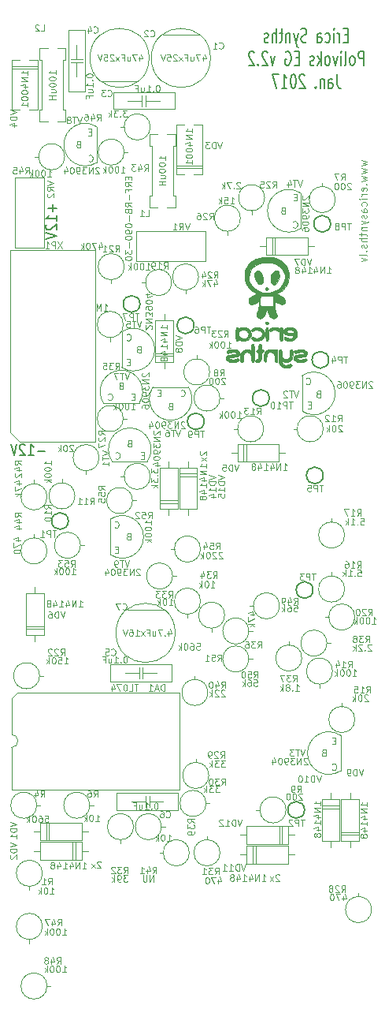
<source format=gbo>
G04 #@! TF.FileFunction,Legend,Bot*
%FSLAX46Y46*%
G04 Gerber Fmt 4.6, Leading zero omitted, Abs format (unit mm)*
G04 Created by KiCad (PCBNEW (2016-08-20 BZR 7083)-product) date Tue Jan 31 21:42:43 2017*
%MOMM*%
%LPD*%
G01*
G04 APERTURE LIST*
%ADD10C,0.100000*%
%ADD11C,0.200000*%
%ADD12C,0.120000*%
%ADD13C,0.150000*%
G04 APERTURE END LIST*
D10*
X14300000Y47316667D02*
X14266666Y47350000D01*
X14200000Y47383334D01*
X14033333Y47383334D01*
X13966666Y47350000D01*
X13933333Y47316667D01*
X13900000Y47250000D01*
X13900000Y47183334D01*
X13933333Y47083334D01*
X14333333Y46683334D01*
X13900000Y46683334D01*
X13600000Y46683334D02*
X13600000Y47383334D01*
X13200000Y46683334D01*
X13200000Y47383334D01*
X12933333Y47383334D02*
X12500000Y47383334D01*
X12733333Y47116667D01*
X12633333Y47116667D01*
X12566666Y47083334D01*
X12533333Y47050000D01*
X12500000Y46983334D01*
X12500000Y46816667D01*
X12533333Y46750000D01*
X12566666Y46716667D01*
X12633333Y46683334D01*
X12833333Y46683334D01*
X12900000Y46716667D01*
X12933333Y46750000D01*
X12166666Y46683334D02*
X12033333Y46683334D01*
X11966666Y46716667D01*
X11933333Y46750000D01*
X11866666Y46850000D01*
X11833333Y46983334D01*
X11833333Y47250000D01*
X11866666Y47316667D01*
X11900000Y47350000D01*
X11966666Y47383334D01*
X12100000Y47383334D01*
X12166666Y47350000D01*
X12200000Y47316667D01*
X12233333Y47250000D01*
X12233333Y47083334D01*
X12200000Y47016667D01*
X12166666Y46983334D01*
X12100000Y46950000D01*
X11966666Y46950000D01*
X11900000Y46983334D01*
X11866666Y47016667D01*
X11833333Y47083334D01*
X11400000Y47383334D02*
X11333333Y47383334D01*
X11266666Y47350000D01*
X11233333Y47316667D01*
X11200000Y47250000D01*
X11166666Y47116667D01*
X11166666Y46950000D01*
X11200000Y46816667D01*
X11233333Y46750000D01*
X11266666Y46716667D01*
X11333333Y46683334D01*
X11400000Y46683334D01*
X11466666Y46716667D01*
X11500000Y46750000D01*
X11533333Y46816667D01*
X11566666Y46950000D01*
X11566666Y47116667D01*
X11533333Y47250000D01*
X11500000Y47316667D01*
X11466666Y47350000D01*
X11400000Y47383334D01*
X10566666Y47150000D02*
X10566666Y46683334D01*
X10733333Y47416667D02*
X10900000Y46916667D01*
X10466666Y46916667D01*
X13050000Y50850000D02*
X12950000Y50816667D01*
X12916666Y50783334D01*
X12883333Y50716667D01*
X12883333Y50616667D01*
X12916666Y50550000D01*
X12950000Y50516667D01*
X13016666Y50483334D01*
X13283333Y50483334D01*
X13283333Y51183334D01*
X13050000Y51183334D01*
X12983333Y51150000D01*
X12950000Y51116667D01*
X12916666Y51050000D01*
X12916666Y50983334D01*
X12950000Y50916667D01*
X12983333Y50883334D01*
X13050000Y50850000D01*
X13283333Y50850000D01*
X11583333Y51850000D02*
X11616666Y51816667D01*
X11716666Y51783334D01*
X11783333Y51783334D01*
X11883333Y51816667D01*
X11950000Y51883334D01*
X11983333Y51950000D01*
X12016666Y52083334D01*
X12016666Y52183334D01*
X11983333Y52316667D01*
X11950000Y52383334D01*
X11883333Y52450000D01*
X11783333Y52483334D01*
X11716666Y52483334D01*
X11616666Y52450000D01*
X11583333Y52416667D01*
X11950000Y49450000D02*
X11716666Y49450000D01*
X11616666Y49083334D02*
X11950000Y49083334D01*
X11950000Y49783334D01*
X11616666Y49783334D01*
X29283333Y14516667D02*
X29250000Y14550000D01*
X29183333Y14583334D01*
X29016666Y14583334D01*
X28950000Y14550000D01*
X28916666Y14516667D01*
X28883333Y14450000D01*
X28883333Y14383334D01*
X28916666Y14283334D01*
X29316666Y13883334D01*
X28883333Y13883334D01*
X28650000Y13883334D02*
X28283333Y14350000D01*
X28650000Y14350000D02*
X28283333Y13883334D01*
X20783333Y59983334D02*
X20750000Y59950000D01*
X20716666Y59883334D01*
X20716666Y59716667D01*
X20750000Y59650000D01*
X20783333Y59616667D01*
X20850000Y59583334D01*
X20916666Y59583334D01*
X21016666Y59616667D01*
X21416666Y60016667D01*
X21416666Y59583334D01*
X21416666Y59350000D02*
X20950000Y58983334D01*
X20950000Y59350000D02*
X21416666Y58983334D01*
X7650000Y92950000D02*
X7550000Y92916667D01*
X7516666Y92883334D01*
X7483333Y92816667D01*
X7483333Y92716667D01*
X7516666Y92650000D01*
X7550000Y92616667D01*
X7616666Y92583334D01*
X7883333Y92583334D01*
X7883333Y93283334D01*
X7650000Y93283334D01*
X7583333Y93250000D01*
X7550000Y93216667D01*
X7516666Y93150000D01*
X7516666Y93083334D01*
X7550000Y93016667D01*
X7583333Y92983334D01*
X7650000Y92950000D01*
X7883333Y92950000D01*
X9050000Y94250000D02*
X8816666Y94250000D01*
X8716666Y93883334D02*
X9050000Y93883334D01*
X9050000Y94583334D01*
X8716666Y94583334D01*
X8783333Y91150000D02*
X8816666Y91116667D01*
X8916666Y91083334D01*
X8983333Y91083334D01*
X9083333Y91116667D01*
X9150000Y91183334D01*
X9183333Y91250000D01*
X9216666Y91383334D01*
X9216666Y91483334D01*
X9183333Y91616667D01*
X9150000Y91683334D01*
X9083333Y91750000D01*
X8983333Y91783334D01*
X8916666Y91783334D01*
X8816666Y91750000D01*
X8783333Y91716667D01*
X10083333Y15916667D02*
X10050000Y15950000D01*
X9983333Y15983334D01*
X9816666Y15983334D01*
X9750000Y15950000D01*
X9716666Y15916667D01*
X9683333Y15850000D01*
X9683333Y15783334D01*
X9716666Y15683334D01*
X10116666Y15283334D01*
X9683333Y15283334D01*
X9450000Y15283334D02*
X9083333Y15750000D01*
X9450000Y15750000D02*
X9083333Y15283334D01*
X9900000Y90416667D02*
X9866666Y90450000D01*
X9800000Y90483334D01*
X9633333Y90483334D01*
X9566666Y90450000D01*
X9533333Y90416667D01*
X9500000Y90350000D01*
X9500000Y90283334D01*
X9533333Y90183334D01*
X9933333Y89783334D01*
X9500000Y89783334D01*
X9200000Y89783334D02*
X9200000Y90483334D01*
X8800000Y89783334D01*
X8800000Y90483334D01*
X8533333Y90483334D02*
X8100000Y90483334D01*
X8333333Y90216667D01*
X8233333Y90216667D01*
X8166666Y90183334D01*
X8133333Y90150000D01*
X8100000Y90083334D01*
X8100000Y89916667D01*
X8133333Y89850000D01*
X8166666Y89816667D01*
X8233333Y89783334D01*
X8433333Y89783334D01*
X8500000Y89816667D01*
X8533333Y89850000D01*
X7766666Y89783334D02*
X7633333Y89783334D01*
X7566666Y89816667D01*
X7533333Y89850000D01*
X7466666Y89950000D01*
X7433333Y90083334D01*
X7433333Y90350000D01*
X7466666Y90416667D01*
X7500000Y90450000D01*
X7566666Y90483334D01*
X7700000Y90483334D01*
X7766666Y90450000D01*
X7800000Y90416667D01*
X7833333Y90350000D01*
X7833333Y90183334D01*
X7800000Y90116667D01*
X7766666Y90083334D01*
X7700000Y90050000D01*
X7566666Y90050000D01*
X7500000Y90083334D01*
X7466666Y90116667D01*
X7433333Y90183334D01*
X7000000Y90483334D02*
X6933333Y90483334D01*
X6866666Y90450000D01*
X6833333Y90416667D01*
X6800000Y90350000D01*
X6766666Y90216667D01*
X6766666Y90050000D01*
X6800000Y89916667D01*
X6833333Y89850000D01*
X6866666Y89816667D01*
X6933333Y89783334D01*
X7000000Y89783334D01*
X7066666Y89816667D01*
X7100000Y89850000D01*
X7133333Y89916667D01*
X7166666Y90050000D01*
X7166666Y90216667D01*
X7133333Y90350000D01*
X7100000Y90416667D01*
X7066666Y90450000D01*
X7000000Y90483334D01*
X6166666Y90250000D02*
X6166666Y89783334D01*
X6333333Y90516667D02*
X6500000Y90016667D01*
X6066666Y90016667D01*
X38128571Y91228572D02*
X38661904Y91076191D01*
X38280952Y90923810D01*
X38661904Y90771429D01*
X38128571Y90619048D01*
X38128571Y90390477D02*
X38661904Y90238096D01*
X38280952Y90085715D01*
X38661904Y89933334D01*
X38128571Y89780953D01*
X38128571Y89552381D02*
X38661904Y89400000D01*
X38280952Y89247620D01*
X38661904Y89095239D01*
X38128571Y88942858D01*
X38585714Y88638096D02*
X38623809Y88600000D01*
X38661904Y88638096D01*
X38623809Y88676191D01*
X38585714Y88638096D01*
X38661904Y88638096D01*
X38623809Y87952381D02*
X38661904Y88028572D01*
X38661904Y88180953D01*
X38623809Y88257143D01*
X38547619Y88295239D01*
X38242857Y88295239D01*
X38166666Y88257143D01*
X38128571Y88180953D01*
X38128571Y88028572D01*
X38166666Y87952381D01*
X38242857Y87914286D01*
X38319047Y87914286D01*
X38395238Y88295239D01*
X38661904Y87571429D02*
X38128571Y87571429D01*
X38280952Y87571429D02*
X38204761Y87533334D01*
X38166666Y87495239D01*
X38128571Y87419048D01*
X38128571Y87342858D01*
X38661904Y87076191D02*
X38128571Y87076191D01*
X37861904Y87076191D02*
X37900000Y87114286D01*
X37938095Y87076191D01*
X37900000Y87038096D01*
X37861904Y87076191D01*
X37938095Y87076191D01*
X38623809Y86352381D02*
X38661904Y86428572D01*
X38661904Y86580953D01*
X38623809Y86657143D01*
X38585714Y86695239D01*
X38509523Y86733334D01*
X38280952Y86733334D01*
X38204761Y86695239D01*
X38166666Y86657143D01*
X38128571Y86580953D01*
X38128571Y86428572D01*
X38166666Y86352381D01*
X38661904Y85666667D02*
X38242857Y85666667D01*
X38166666Y85704762D01*
X38128571Y85780953D01*
X38128571Y85933334D01*
X38166666Y86009524D01*
X38623809Y85666667D02*
X38661904Y85742858D01*
X38661904Y85933334D01*
X38623809Y86009524D01*
X38547619Y86047620D01*
X38471428Y86047620D01*
X38395238Y86009524D01*
X38357142Y85933334D01*
X38357142Y85742858D01*
X38319047Y85666667D01*
X38623809Y85323810D02*
X38661904Y85247620D01*
X38661904Y85095239D01*
X38623809Y85019048D01*
X38547619Y84980953D01*
X38509523Y84980953D01*
X38433333Y85019048D01*
X38395238Y85095239D01*
X38395238Y85209524D01*
X38357142Y85285715D01*
X38280952Y85323810D01*
X38242857Y85323810D01*
X38166666Y85285715D01*
X38128571Y85209524D01*
X38128571Y85095239D01*
X38166666Y85019048D01*
X38128571Y84714286D02*
X38661904Y84523810D01*
X38128571Y84333334D02*
X38661904Y84523810D01*
X38852380Y84600000D01*
X38890476Y84638096D01*
X38928571Y84714286D01*
X38128571Y84028572D02*
X38661904Y84028572D01*
X38204761Y84028572D02*
X38166666Y83990477D01*
X38128571Y83914286D01*
X38128571Y83800000D01*
X38166666Y83723810D01*
X38242857Y83685715D01*
X38661904Y83685715D01*
X38128571Y83419048D02*
X38128571Y83114286D01*
X37861904Y83304762D02*
X38547619Y83304762D01*
X38623809Y83266667D01*
X38661904Y83190477D01*
X38661904Y83114286D01*
X38661904Y82847620D02*
X37861904Y82847620D01*
X38661904Y82504762D02*
X38242857Y82504762D01*
X38166666Y82542858D01*
X38128571Y82619048D01*
X38128571Y82733334D01*
X38166666Y82809524D01*
X38204761Y82847620D01*
X38623809Y82161905D02*
X38661904Y82085715D01*
X38661904Y81933334D01*
X38623809Y81857143D01*
X38547619Y81819048D01*
X38509523Y81819048D01*
X38433333Y81857143D01*
X38395238Y81933334D01*
X38395238Y82047620D01*
X38357142Y82123810D01*
X38280952Y82161905D01*
X38242857Y82161905D01*
X38166666Y82123810D01*
X38128571Y82047620D01*
X38128571Y81933334D01*
X38166666Y81857143D01*
X38585714Y81476191D02*
X38623809Y81438096D01*
X38661904Y81476191D01*
X38623809Y81514286D01*
X38585714Y81476191D01*
X38661904Y81476191D01*
X38661904Y80980953D02*
X38623809Y81057143D01*
X38547619Y81095239D01*
X37861904Y81095239D01*
X38128571Y80752381D02*
X38661904Y80561905D01*
X38128571Y80371429D01*
D11*
X36676190Y104657143D02*
X36342857Y104657143D01*
X36200000Y103871429D02*
X36676190Y103871429D01*
X36676190Y105371429D01*
X36200000Y105371429D01*
X35771428Y103871429D02*
X35771428Y104871429D01*
X35771428Y104585715D02*
X35723809Y104728572D01*
X35676190Y104800000D01*
X35580952Y104871429D01*
X35485714Y104871429D01*
X35152380Y103871429D02*
X35152380Y104871429D01*
X35152380Y105371429D02*
X35200000Y105300000D01*
X35152380Y105228572D01*
X35104761Y105300000D01*
X35152380Y105371429D01*
X35152380Y105228572D01*
X34247619Y103942858D02*
X34342857Y103871429D01*
X34533333Y103871429D01*
X34628571Y103942858D01*
X34676190Y104014286D01*
X34723809Y104157143D01*
X34723809Y104585715D01*
X34676190Y104728572D01*
X34628571Y104800000D01*
X34533333Y104871429D01*
X34342857Y104871429D01*
X34247619Y104800000D01*
X33390476Y103871429D02*
X33390476Y104657143D01*
X33438095Y104800000D01*
X33533333Y104871429D01*
X33723809Y104871429D01*
X33819047Y104800000D01*
X33390476Y103942858D02*
X33485714Y103871429D01*
X33723809Y103871429D01*
X33819047Y103942858D01*
X33866666Y104085715D01*
X33866666Y104228572D01*
X33819047Y104371429D01*
X33723809Y104442858D01*
X33485714Y104442858D01*
X33390476Y104514286D01*
X32200000Y103942858D02*
X32057142Y103871429D01*
X31819047Y103871429D01*
X31723809Y103942858D01*
X31676190Y104014286D01*
X31628571Y104157143D01*
X31628571Y104300000D01*
X31676190Y104442858D01*
X31723809Y104514286D01*
X31819047Y104585715D01*
X32009523Y104657143D01*
X32104761Y104728572D01*
X32152380Y104800000D01*
X32200000Y104942858D01*
X32200000Y105085715D01*
X32152380Y105228572D01*
X32104761Y105300000D01*
X32009523Y105371429D01*
X31771428Y105371429D01*
X31628571Y105300000D01*
X31295238Y104871429D02*
X31057142Y103871429D01*
X30819047Y104871429D02*
X31057142Y103871429D01*
X31152380Y103514286D01*
X31200000Y103442858D01*
X31295238Y103371429D01*
X30438095Y104871429D02*
X30438095Y103871429D01*
X30438095Y104728572D02*
X30390476Y104800000D01*
X30295238Y104871429D01*
X30152380Y104871429D01*
X30057142Y104800000D01*
X30009523Y104657143D01*
X30009523Y103871429D01*
X29676190Y104871429D02*
X29295238Y104871429D01*
X29533333Y105371429D02*
X29533333Y104085715D01*
X29485714Y103942858D01*
X29390476Y103871429D01*
X29295238Y103871429D01*
X28961904Y103871429D02*
X28961904Y105371429D01*
X28533333Y103871429D02*
X28533333Y104657143D01*
X28580952Y104800000D01*
X28676190Y104871429D01*
X28819047Y104871429D01*
X28914285Y104800000D01*
X28961904Y104728572D01*
X28104761Y103942858D02*
X28009523Y103871429D01*
X27819047Y103871429D01*
X27723809Y103942858D01*
X27676190Y104085715D01*
X27676190Y104157143D01*
X27723809Y104300000D01*
X27819047Y104371429D01*
X27961904Y104371429D01*
X28057142Y104442858D01*
X28104761Y104585715D01*
X28104761Y104657143D01*
X28057142Y104800000D01*
X27961904Y104871429D01*
X27819047Y104871429D01*
X27723809Y104800000D01*
X38342857Y101421429D02*
X38342857Y102921429D01*
X37961904Y102921429D01*
X37866666Y102850000D01*
X37819047Y102778572D01*
X37771428Y102635715D01*
X37771428Y102421429D01*
X37819047Y102278572D01*
X37866666Y102207143D01*
X37961904Y102135715D01*
X38342857Y102135715D01*
X37200000Y101421429D02*
X37295238Y101492858D01*
X37342857Y101564286D01*
X37390476Y101707143D01*
X37390476Y102135715D01*
X37342857Y102278572D01*
X37295238Y102350000D01*
X37200000Y102421429D01*
X37057142Y102421429D01*
X36961904Y102350000D01*
X36914285Y102278572D01*
X36866666Y102135715D01*
X36866666Y101707143D01*
X36914285Y101564286D01*
X36961904Y101492858D01*
X37057142Y101421429D01*
X37200000Y101421429D01*
X36295238Y101421429D02*
X36390476Y101492858D01*
X36438095Y101635715D01*
X36438095Y102921429D01*
X35914285Y101421429D02*
X35914285Y102421429D01*
X35914285Y102921429D02*
X35961904Y102850000D01*
X35914285Y102778572D01*
X35866666Y102850000D01*
X35914285Y102921429D01*
X35914285Y102778572D01*
X35533333Y102421429D02*
X35295238Y101421429D01*
X35057142Y102421429D01*
X34533333Y101421429D02*
X34628571Y101492858D01*
X34676190Y101564286D01*
X34723809Y101707143D01*
X34723809Y102135715D01*
X34676190Y102278572D01*
X34628571Y102350000D01*
X34533333Y102421429D01*
X34390476Y102421429D01*
X34295238Y102350000D01*
X34247619Y102278572D01*
X34200000Y102135715D01*
X34200000Y101707143D01*
X34247619Y101564286D01*
X34295238Y101492858D01*
X34390476Y101421429D01*
X34533333Y101421429D01*
X33771428Y101421429D02*
X33771428Y102921429D01*
X33676190Y101992858D02*
X33390476Y101421429D01*
X33390476Y102421429D02*
X33771428Y101850000D01*
X33009523Y101492858D02*
X32914285Y101421429D01*
X32723809Y101421429D01*
X32628571Y101492858D01*
X32580952Y101635715D01*
X32580952Y101707143D01*
X32628571Y101850000D01*
X32723809Y101921429D01*
X32866666Y101921429D01*
X32961904Y101992858D01*
X33009523Y102135715D01*
X33009523Y102207143D01*
X32961904Y102350000D01*
X32866666Y102421429D01*
X32723809Y102421429D01*
X32628571Y102350000D01*
X31390476Y102207143D02*
X31057142Y102207143D01*
X30914285Y101421429D02*
X31390476Y101421429D01*
X31390476Y102921429D01*
X30914285Y102921429D01*
X29961904Y102850000D02*
X30057142Y102921429D01*
X30200000Y102921429D01*
X30342857Y102850000D01*
X30438095Y102707143D01*
X30485714Y102564286D01*
X30533333Y102278572D01*
X30533333Y102064286D01*
X30485714Y101778572D01*
X30438095Y101635715D01*
X30342857Y101492858D01*
X30200000Y101421429D01*
X30104761Y101421429D01*
X29961904Y101492858D01*
X29914285Y101564286D01*
X29914285Y102064286D01*
X30104761Y102064286D01*
X28819047Y102421429D02*
X28580952Y101421429D01*
X28342857Y102421429D01*
X28009523Y102778572D02*
X27961904Y102850000D01*
X27866666Y102921429D01*
X27628571Y102921429D01*
X27533333Y102850000D01*
X27485714Y102778572D01*
X27438095Y102635715D01*
X27438095Y102492858D01*
X27485714Y102278572D01*
X28057142Y101421429D01*
X27438095Y101421429D01*
X27009523Y101564286D02*
X26961904Y101492858D01*
X27009523Y101421429D01*
X27057142Y101492858D01*
X27009523Y101564286D01*
X27009523Y101421429D01*
X26580952Y102778572D02*
X26533333Y102850000D01*
X26438095Y102921429D01*
X26199999Y102921429D01*
X26104761Y102850000D01*
X26057142Y102778572D01*
X26009523Y102635715D01*
X26009523Y102492858D01*
X26057142Y102278572D01*
X26628571Y101421429D01*
X26009523Y101421429D01*
X35485714Y100471429D02*
X35485714Y99400000D01*
X35533333Y99185715D01*
X35628571Y99042858D01*
X35771428Y98971429D01*
X35866666Y98971429D01*
X34580952Y98971429D02*
X34580952Y99757143D01*
X34628571Y99900000D01*
X34723809Y99971429D01*
X34914285Y99971429D01*
X35009523Y99900000D01*
X34580952Y99042858D02*
X34676190Y98971429D01*
X34914285Y98971429D01*
X35009523Y99042858D01*
X35057142Y99185715D01*
X35057142Y99328572D01*
X35009523Y99471429D01*
X34914285Y99542858D01*
X34676190Y99542858D01*
X34580952Y99614286D01*
X34104761Y99971429D02*
X34104761Y98971429D01*
X34104761Y99828572D02*
X34057142Y99900000D01*
X33961904Y99971429D01*
X33819047Y99971429D01*
X33723809Y99900000D01*
X33676190Y99757143D01*
X33676190Y98971429D01*
X33200000Y99114286D02*
X33152380Y99042858D01*
X33200000Y98971429D01*
X33247619Y99042858D01*
X33200000Y99114286D01*
X33200000Y98971429D01*
X32009523Y100328572D02*
X31961904Y100400000D01*
X31866666Y100471429D01*
X31628571Y100471429D01*
X31533333Y100400000D01*
X31485714Y100328572D01*
X31438095Y100185715D01*
X31438095Y100042858D01*
X31485714Y99828572D01*
X32057142Y98971429D01*
X31438095Y98971429D01*
X30819047Y100471429D02*
X30723809Y100471429D01*
X30628571Y100400000D01*
X30580952Y100328572D01*
X30533333Y100185715D01*
X30485714Y99900000D01*
X30485714Y99542858D01*
X30533333Y99257143D01*
X30580952Y99114286D01*
X30628571Y99042858D01*
X30723809Y98971429D01*
X30819047Y98971429D01*
X30914285Y99042858D01*
X30961904Y99114286D01*
X31009523Y99257143D01*
X31057142Y99542858D01*
X31057142Y99900000D01*
X31009523Y100185715D01*
X30961904Y100328572D01*
X30914285Y100400000D01*
X30819047Y100471429D01*
X29533333Y98971429D02*
X30104761Y98971429D01*
X29819047Y98971429D02*
X29819047Y100471429D01*
X29914285Y100257143D01*
X30009523Y100114286D01*
X30104761Y100042858D01*
X29200000Y100471429D02*
X28533333Y100471429D01*
X28961904Y98971429D01*
D10*
X16550000Y66250000D02*
X16316666Y66250000D01*
X16216666Y65883334D02*
X16550000Y65883334D01*
X16550000Y66583334D01*
X16216666Y66583334D01*
X18683333Y65950000D02*
X18716666Y65916667D01*
X18816666Y65883334D01*
X18883333Y65883334D01*
X18983333Y65916667D01*
X19050000Y65983334D01*
X19083333Y66050000D01*
X19116666Y66183334D01*
X19116666Y66283334D01*
X19083333Y66416667D01*
X19050000Y66483334D01*
X18983333Y66550000D01*
X18883333Y66583334D01*
X18816666Y66583334D01*
X18716666Y66550000D01*
X18683333Y66516667D01*
X17550000Y64850000D02*
X17450000Y64816667D01*
X17416666Y64783334D01*
X17383333Y64716667D01*
X17383333Y64616667D01*
X17416666Y64550000D01*
X17450000Y64516667D01*
X17516666Y64483334D01*
X17783333Y64483334D01*
X17783333Y65183334D01*
X17550000Y65183334D01*
X17483333Y65150000D01*
X17450000Y65116667D01*
X17416666Y65050000D01*
X17416666Y64983334D01*
X17450000Y64916667D01*
X17483333Y64883334D01*
X17550000Y64850000D01*
X17783333Y64850000D01*
X32650000Y64950000D02*
X32416666Y64950000D01*
X32316666Y64583334D02*
X32650000Y64583334D01*
X32650000Y65283334D01*
X32316666Y65283334D01*
X33450000Y66150000D02*
X33350000Y66116667D01*
X33316666Y66083334D01*
X33283333Y66016667D01*
X33283333Y65916667D01*
X33316666Y65850000D01*
X33350000Y65816667D01*
X33416666Y65783334D01*
X33683333Y65783334D01*
X33683333Y66483334D01*
X33450000Y66483334D01*
X33383333Y66450000D01*
X33350000Y66416667D01*
X33316666Y66350000D01*
X33316666Y66283334D01*
X33350000Y66216667D01*
X33383333Y66183334D01*
X33450000Y66150000D01*
X33683333Y66150000D01*
X32183333Y67250000D02*
X32216666Y67216667D01*
X32316666Y67183334D01*
X32383333Y67183334D01*
X32483333Y67216667D01*
X32550000Y67283334D01*
X32583333Y67350000D01*
X32616666Y67483334D01*
X32616666Y67583334D01*
X32583333Y67716667D01*
X32550000Y67783334D01*
X32483333Y67850000D01*
X32383333Y67883334D01*
X32316666Y67883334D01*
X32216666Y67850000D01*
X32183333Y67816667D01*
X39300000Y67416667D02*
X39266666Y67450000D01*
X39200000Y67483334D01*
X39033333Y67483334D01*
X38966666Y67450000D01*
X38933333Y67416667D01*
X38900000Y67350000D01*
X38900000Y67283334D01*
X38933333Y67183334D01*
X39333333Y66783334D01*
X38900000Y66783334D01*
X38600000Y66783334D02*
X38600000Y67483334D01*
X38200000Y66783334D01*
X38200000Y67483334D01*
X37933333Y67483334D02*
X37500000Y67483334D01*
X37733333Y67216667D01*
X37633333Y67216667D01*
X37566666Y67183334D01*
X37533333Y67150000D01*
X37500000Y67083334D01*
X37500000Y66916667D01*
X37533333Y66850000D01*
X37566666Y66816667D01*
X37633333Y66783334D01*
X37833333Y66783334D01*
X37900000Y66816667D01*
X37933333Y66850000D01*
X37166666Y66783334D02*
X37033333Y66783334D01*
X36966666Y66816667D01*
X36933333Y66850000D01*
X36866666Y66950000D01*
X36833333Y67083334D01*
X36833333Y67350000D01*
X36866666Y67416667D01*
X36900000Y67450000D01*
X36966666Y67483334D01*
X37100000Y67483334D01*
X37166666Y67450000D01*
X37200000Y67416667D01*
X37233333Y67350000D01*
X37233333Y67183334D01*
X37200000Y67116667D01*
X37166666Y67083334D01*
X37100000Y67050000D01*
X36966666Y67050000D01*
X36900000Y67083334D01*
X36866666Y67116667D01*
X36833333Y67183334D01*
X36400000Y67483334D02*
X36333333Y67483334D01*
X36266666Y67450000D01*
X36233333Y67416667D01*
X36200000Y67350000D01*
X36166666Y67216667D01*
X36166666Y67050000D01*
X36200000Y66916667D01*
X36233333Y66850000D01*
X36266666Y66816667D01*
X36333333Y66783334D01*
X36400000Y66783334D01*
X36466666Y66816667D01*
X36500000Y66850000D01*
X36533333Y66916667D01*
X36566666Y67050000D01*
X36566666Y67216667D01*
X36533333Y67350000D01*
X36500000Y67416667D01*
X36466666Y67450000D01*
X36400000Y67483334D01*
X35566666Y67483334D02*
X35700000Y67483334D01*
X35766666Y67450000D01*
X35800000Y67416667D01*
X35866666Y67316667D01*
X35900000Y67183334D01*
X35900000Y66916667D01*
X35866666Y66850000D01*
X35833333Y66816667D01*
X35766666Y66783334D01*
X35633333Y66783334D01*
X35566666Y66816667D01*
X35533333Y66850000D01*
X35500000Y66916667D01*
X35500000Y67083334D01*
X35533333Y67150000D01*
X35566666Y67183334D01*
X35633333Y67216667D01*
X35766666Y67216667D01*
X35833333Y67183334D01*
X35866666Y67150000D01*
X35900000Y67083334D01*
X13750000Y65850000D02*
X13516666Y65850000D01*
X13416666Y65483334D02*
X13750000Y65483334D01*
X13750000Y66183334D01*
X13416666Y66183334D01*
X13250000Y69550000D02*
X13016666Y69550000D01*
X12916666Y69183334D02*
X13250000Y69183334D01*
X13250000Y69883334D01*
X12916666Y69883334D01*
X14750000Y59550000D02*
X14516666Y59550000D01*
X14416666Y59183334D02*
X14750000Y59183334D01*
X14750000Y59883334D01*
X14416666Y59883334D01*
X11683333Y59250000D02*
X11716666Y59216667D01*
X11816666Y59183334D01*
X11883333Y59183334D01*
X11983333Y59216667D01*
X12050000Y59283334D01*
X12083333Y59350000D01*
X12116666Y59483334D01*
X12116666Y59583334D01*
X12083333Y59716667D01*
X12050000Y59783334D01*
X11983333Y59850000D01*
X11883333Y59883334D01*
X11816666Y59883334D01*
X11716666Y59850000D01*
X11683333Y59816667D01*
X12883333Y71950000D02*
X12916666Y71916667D01*
X13016666Y71883334D01*
X13083333Y71883334D01*
X13183333Y71916667D01*
X13250000Y71983334D01*
X13283333Y72050000D01*
X13316666Y72183334D01*
X13316666Y72283334D01*
X13283333Y72416667D01*
X13250000Y72483334D01*
X13183333Y72550000D01*
X13083333Y72583334D01*
X13016666Y72583334D01*
X12916666Y72550000D01*
X12883333Y72516667D01*
X10883333Y65550000D02*
X10916666Y65516667D01*
X11016666Y65483334D01*
X11083333Y65483334D01*
X11183333Y65516667D01*
X11250000Y65583334D01*
X11283333Y65650000D01*
X11316666Y65783334D01*
X11316666Y65883334D01*
X11283333Y66016667D01*
X11250000Y66083334D01*
X11183333Y66150000D01*
X11083333Y66183334D01*
X11016666Y66183334D01*
X10916666Y66150000D01*
X10883333Y66116667D01*
X12250000Y67050000D02*
X12150000Y67016667D01*
X12116666Y66983334D01*
X12083333Y66916667D01*
X12083333Y66816667D01*
X12116666Y66750000D01*
X12150000Y66716667D01*
X12216666Y66683334D01*
X12483333Y66683334D01*
X12483333Y67383334D01*
X12250000Y67383334D01*
X12183333Y67350000D01*
X12150000Y67316667D01*
X12116666Y67250000D01*
X12116666Y67183334D01*
X12150000Y67116667D01*
X12183333Y67083334D01*
X12250000Y67050000D01*
X12483333Y67050000D01*
X14150000Y70950000D02*
X14050000Y70916667D01*
X14016666Y70883334D01*
X13983333Y70816667D01*
X13983333Y70716667D01*
X14016666Y70650000D01*
X14050000Y70616667D01*
X14116666Y70583334D01*
X14383333Y70583334D01*
X14383333Y71283334D01*
X14150000Y71283334D01*
X14083333Y71250000D01*
X14050000Y71216667D01*
X14016666Y71150000D01*
X14016666Y71083334D01*
X14050000Y71016667D01*
X14083333Y70983334D01*
X14150000Y70950000D01*
X14383333Y70950000D01*
X13150000Y60850000D02*
X13050000Y60816667D01*
X13016666Y60783334D01*
X12983333Y60716667D01*
X12983333Y60616667D01*
X13016666Y60550000D01*
X13050000Y60516667D01*
X13116666Y60483334D01*
X13383333Y60483334D01*
X13383333Y61183334D01*
X13150000Y61183334D01*
X13083333Y61150000D01*
X13050000Y61116667D01*
X13016666Y61050000D01*
X13016666Y60983334D01*
X13050000Y60916667D01*
X13083333Y60883334D01*
X13150000Y60850000D01*
X13383333Y60850000D01*
X34983333Y25850000D02*
X35016666Y25816667D01*
X35116666Y25783334D01*
X35183333Y25783334D01*
X35283333Y25816667D01*
X35350000Y25883334D01*
X35383333Y25950000D01*
X35416666Y26083334D01*
X35416666Y26183334D01*
X35383333Y26316667D01*
X35350000Y26383334D01*
X35283333Y26450000D01*
X35183333Y26483334D01*
X35116666Y26483334D01*
X35016666Y26450000D01*
X34983333Y26416667D01*
X29650000Y85850000D02*
X29550000Y85816667D01*
X29516666Y85783334D01*
X29483333Y85716667D01*
X29483333Y85616667D01*
X29516666Y85550000D01*
X29550000Y85516667D01*
X29616666Y85483334D01*
X29883333Y85483334D01*
X29883333Y86183334D01*
X29650000Y86183334D01*
X29583333Y86150000D01*
X29550000Y86116667D01*
X29516666Y86050000D01*
X29516666Y85983334D01*
X29550000Y85916667D01*
X29583333Y85883334D01*
X29650000Y85850000D01*
X29883333Y85850000D01*
X35350000Y28950000D02*
X35116666Y28950000D01*
X35016666Y28583334D02*
X35350000Y28583334D01*
X35350000Y29283334D01*
X35016666Y29283334D01*
X15783333Y62200000D02*
X15750000Y62166667D01*
X15716666Y62100000D01*
X15716666Y61933334D01*
X15750000Y61866667D01*
X15783333Y61833334D01*
X15850000Y61800000D01*
X15916666Y61800000D01*
X16016666Y61833334D01*
X16416666Y62233334D01*
X16416666Y61800000D01*
X16416666Y61500000D02*
X15716666Y61500000D01*
X16416666Y61100000D01*
X15716666Y61100000D01*
X15716666Y60833334D02*
X15716666Y60400000D01*
X15983333Y60633334D01*
X15983333Y60533334D01*
X16016666Y60466667D01*
X16050000Y60433334D01*
X16116666Y60400000D01*
X16283333Y60400000D01*
X16350000Y60433334D01*
X16383333Y60466667D01*
X16416666Y60533334D01*
X16416666Y60733334D01*
X16383333Y60800000D01*
X16350000Y60833334D01*
X16416666Y60066667D02*
X16416666Y59933334D01*
X16383333Y59866667D01*
X16350000Y59833334D01*
X16250000Y59766667D01*
X16116666Y59733334D01*
X15850000Y59733334D01*
X15783333Y59766667D01*
X15750000Y59800000D01*
X15716666Y59866667D01*
X15716666Y60000000D01*
X15750000Y60066667D01*
X15783333Y60100000D01*
X15850000Y60133334D01*
X16016666Y60133334D01*
X16083333Y60100000D01*
X16116666Y60066667D01*
X16150000Y60000000D01*
X16150000Y59866667D01*
X16116666Y59800000D01*
X16083333Y59766667D01*
X16016666Y59733334D01*
X15716666Y59300000D02*
X15716666Y59233334D01*
X15750000Y59166667D01*
X15783333Y59133334D01*
X15850000Y59100000D01*
X15983333Y59066667D01*
X16150000Y59066667D01*
X16283333Y59100000D01*
X16350000Y59133334D01*
X16383333Y59166667D01*
X16416666Y59233334D01*
X16416666Y59300000D01*
X16383333Y59366667D01*
X16350000Y59400000D01*
X16283333Y59433334D01*
X16150000Y59466667D01*
X15983333Y59466667D01*
X15850000Y59433334D01*
X15783333Y59400000D01*
X15750000Y59366667D01*
X15716666Y59300000D01*
X15950000Y58466667D02*
X16416666Y58466667D01*
X15683333Y58633334D02*
X16183333Y58800000D01*
X16183333Y58366667D01*
X19100000Y63116667D02*
X19066666Y63150000D01*
X19000000Y63183334D01*
X18833333Y63183334D01*
X18766666Y63150000D01*
X18733333Y63116667D01*
X18700000Y63050000D01*
X18700000Y62983334D01*
X18733333Y62883334D01*
X19133333Y62483334D01*
X18700000Y62483334D01*
X18400000Y62483334D02*
X18400000Y63183334D01*
X18000000Y62483334D01*
X18000000Y63183334D01*
X17733333Y63183334D02*
X17300000Y63183334D01*
X17533333Y62916667D01*
X17433333Y62916667D01*
X17366666Y62883334D01*
X17333333Y62850000D01*
X17300000Y62783334D01*
X17300000Y62616667D01*
X17333333Y62550000D01*
X17366666Y62516667D01*
X17433333Y62483334D01*
X17633333Y62483334D01*
X17700000Y62516667D01*
X17733333Y62550000D01*
X16966666Y62483334D02*
X16833333Y62483334D01*
X16766666Y62516667D01*
X16733333Y62550000D01*
X16666666Y62650000D01*
X16633333Y62783334D01*
X16633333Y63050000D01*
X16666666Y63116667D01*
X16700000Y63150000D01*
X16766666Y63183334D01*
X16900000Y63183334D01*
X16966666Y63150000D01*
X17000000Y63116667D01*
X17033333Y63050000D01*
X17033333Y62883334D01*
X17000000Y62816667D01*
X16966666Y62783334D01*
X16900000Y62750000D01*
X16766666Y62750000D01*
X16700000Y62783334D01*
X16666666Y62816667D01*
X16633333Y62883334D01*
X16200000Y63183334D02*
X16133333Y63183334D01*
X16066666Y63150000D01*
X16033333Y63116667D01*
X16000000Y63050000D01*
X15966666Y62916667D01*
X15966666Y62750000D01*
X16000000Y62616667D01*
X16033333Y62550000D01*
X16066666Y62516667D01*
X16133333Y62483334D01*
X16200000Y62483334D01*
X16266666Y62516667D01*
X16300000Y62550000D01*
X16333333Y62616667D01*
X16366666Y62750000D01*
X16366666Y62916667D01*
X16333333Y63050000D01*
X16300000Y63116667D01*
X16266666Y63150000D01*
X16200000Y63183334D01*
X15366666Y62950000D02*
X15366666Y62483334D01*
X15533333Y63216667D02*
X15700000Y62716667D01*
X15266666Y62716667D01*
X14583333Y68400000D02*
X14550000Y68366667D01*
X14516666Y68300000D01*
X14516666Y68133334D01*
X14550000Y68066667D01*
X14583333Y68033334D01*
X14650000Y68000000D01*
X14716666Y68000000D01*
X14816666Y68033334D01*
X15216666Y68433334D01*
X15216666Y68000000D01*
X15216666Y67700000D02*
X14516666Y67700000D01*
X15216666Y67300000D01*
X14516666Y67300000D01*
X14516666Y67033334D02*
X14516666Y66600000D01*
X14783333Y66833334D01*
X14783333Y66733334D01*
X14816666Y66666667D01*
X14850000Y66633334D01*
X14916666Y66600000D01*
X15083333Y66600000D01*
X15150000Y66633334D01*
X15183333Y66666667D01*
X15216666Y66733334D01*
X15216666Y66933334D01*
X15183333Y67000000D01*
X15150000Y67033334D01*
X15216666Y66266667D02*
X15216666Y66133334D01*
X15183333Y66066667D01*
X15150000Y66033334D01*
X15050000Y65966667D01*
X14916666Y65933334D01*
X14650000Y65933334D01*
X14583333Y65966667D01*
X14550000Y66000000D01*
X14516666Y66066667D01*
X14516666Y66200000D01*
X14550000Y66266667D01*
X14583333Y66300000D01*
X14650000Y66333334D01*
X14816666Y66333334D01*
X14883333Y66300000D01*
X14916666Y66266667D01*
X14950000Y66200000D01*
X14950000Y66066667D01*
X14916666Y66000000D01*
X14883333Y65966667D01*
X14816666Y65933334D01*
X14516666Y65500000D02*
X14516666Y65433334D01*
X14550000Y65366667D01*
X14583333Y65333334D01*
X14650000Y65300000D01*
X14783333Y65266667D01*
X14950000Y65266667D01*
X15083333Y65300000D01*
X15150000Y65333334D01*
X15183333Y65366667D01*
X15216666Y65433334D01*
X15216666Y65500000D01*
X15183333Y65566667D01*
X15150000Y65600000D01*
X15083333Y65633334D01*
X14950000Y65666667D01*
X14783333Y65666667D01*
X14650000Y65633334D01*
X14583333Y65600000D01*
X14550000Y65566667D01*
X14516666Y65500000D01*
X14516666Y64666667D02*
X14516666Y64800000D01*
X14550000Y64866667D01*
X14583333Y64900000D01*
X14683333Y64966667D01*
X14816666Y65000000D01*
X15083333Y65000000D01*
X15150000Y64966667D01*
X15183333Y64933334D01*
X15216666Y64866667D01*
X15216666Y64733334D01*
X15183333Y64666667D01*
X15150000Y64633334D01*
X15083333Y64600000D01*
X14916666Y64600000D01*
X14850000Y64633334D01*
X14816666Y64666667D01*
X14783333Y64733334D01*
X14783333Y64866667D01*
X14816666Y64933334D01*
X14850000Y64966667D01*
X14916666Y65000000D01*
X15516666Y73100000D02*
X15550000Y73133334D01*
X15583333Y73200000D01*
X15583333Y73366667D01*
X15550000Y73433334D01*
X15516666Y73466667D01*
X15450000Y73500000D01*
X15383333Y73500000D01*
X15283333Y73466667D01*
X14883333Y73066667D01*
X14883333Y73500000D01*
X14883333Y73800000D02*
X15583333Y73800000D01*
X14883333Y74200000D01*
X15583333Y74200000D01*
X15583333Y74466667D02*
X15583333Y74900000D01*
X15316666Y74666667D01*
X15316666Y74766667D01*
X15283333Y74833334D01*
X15250000Y74866667D01*
X15183333Y74900000D01*
X15016666Y74900000D01*
X14950000Y74866667D01*
X14916666Y74833334D01*
X14883333Y74766667D01*
X14883333Y74566667D01*
X14916666Y74500000D01*
X14950000Y74466667D01*
X14883333Y75233334D02*
X14883333Y75366667D01*
X14916666Y75433334D01*
X14950000Y75466667D01*
X15050000Y75533334D01*
X15183333Y75566667D01*
X15450000Y75566667D01*
X15516666Y75533334D01*
X15550000Y75500000D01*
X15583333Y75433334D01*
X15583333Y75300000D01*
X15550000Y75233334D01*
X15516666Y75200000D01*
X15450000Y75166667D01*
X15283333Y75166667D01*
X15216666Y75200000D01*
X15183333Y75233334D01*
X15150000Y75300000D01*
X15150000Y75433334D01*
X15183333Y75500000D01*
X15216666Y75533334D01*
X15283333Y75566667D01*
X15583333Y76000000D02*
X15583333Y76066667D01*
X15550000Y76133334D01*
X15516666Y76166667D01*
X15450000Y76200000D01*
X15316666Y76233334D01*
X15150000Y76233334D01*
X15016666Y76200000D01*
X14950000Y76166667D01*
X14916666Y76133334D01*
X14883333Y76066667D01*
X14883333Y76000000D01*
X14916666Y75933334D01*
X14950000Y75900000D01*
X15016666Y75866667D01*
X15150000Y75833334D01*
X15316666Y75833334D01*
X15450000Y75866667D01*
X15516666Y75900000D01*
X15550000Y75933334D01*
X15583333Y76000000D01*
X15350000Y76833334D02*
X14883333Y76833334D01*
X15616666Y76666667D02*
X15116666Y76500000D01*
X15116666Y76933334D01*
X32300000Y27016667D02*
X32266666Y27050000D01*
X32200000Y27083334D01*
X32033333Y27083334D01*
X31966666Y27050000D01*
X31933333Y27016667D01*
X31900000Y26950000D01*
X31900000Y26883334D01*
X31933333Y26783334D01*
X32333333Y26383334D01*
X31900000Y26383334D01*
X31600000Y26383334D02*
X31600000Y27083334D01*
X31200000Y26383334D01*
X31200000Y27083334D01*
X30933333Y27083334D02*
X30500000Y27083334D01*
X30733333Y26816667D01*
X30633333Y26816667D01*
X30566666Y26783334D01*
X30533333Y26750000D01*
X30500000Y26683334D01*
X30500000Y26516667D01*
X30533333Y26450000D01*
X30566666Y26416667D01*
X30633333Y26383334D01*
X30833333Y26383334D01*
X30900000Y26416667D01*
X30933333Y26450000D01*
X30166666Y26383334D02*
X30033333Y26383334D01*
X29966666Y26416667D01*
X29933333Y26450000D01*
X29866666Y26550000D01*
X29833333Y26683334D01*
X29833333Y26950000D01*
X29866666Y27016667D01*
X29900000Y27050000D01*
X29966666Y27083334D01*
X30100000Y27083334D01*
X30166666Y27050000D01*
X30200000Y27016667D01*
X30233333Y26950000D01*
X30233333Y26783334D01*
X30200000Y26716667D01*
X30166666Y26683334D01*
X30100000Y26650000D01*
X29966666Y26650000D01*
X29900000Y26683334D01*
X29866666Y26716667D01*
X29833333Y26783334D01*
X29400000Y27083334D02*
X29333333Y27083334D01*
X29266666Y27050000D01*
X29233333Y27016667D01*
X29200000Y26950000D01*
X29166666Y26816667D01*
X29166666Y26650000D01*
X29200000Y26516667D01*
X29233333Y26450000D01*
X29266666Y26416667D01*
X29333333Y26383334D01*
X29400000Y26383334D01*
X29466666Y26416667D01*
X29500000Y26450000D01*
X29533333Y26516667D01*
X29566666Y26650000D01*
X29566666Y26816667D01*
X29533333Y26950000D01*
X29500000Y27016667D01*
X29466666Y27050000D01*
X29400000Y27083334D01*
X28566666Y26850000D02*
X28566666Y26383334D01*
X28733333Y27116667D02*
X28900000Y26616667D01*
X28466666Y26616667D01*
X31150000Y87250000D02*
X30916666Y87250000D01*
X30816666Y86883334D02*
X31150000Y86883334D01*
X31150000Y87583334D01*
X30816666Y87583334D01*
X34050000Y27650000D02*
X33950000Y27616667D01*
X33916666Y27583334D01*
X33883333Y27516667D01*
X33883333Y27416667D01*
X33916666Y27350000D01*
X33950000Y27316667D01*
X34016666Y27283334D01*
X34283333Y27283334D01*
X34283333Y27983334D01*
X34050000Y27983334D01*
X33983333Y27950000D01*
X33950000Y27916667D01*
X33916666Y27850000D01*
X33916666Y27783334D01*
X33950000Y27716667D01*
X33983333Y27683334D01*
X34050000Y27650000D01*
X34283333Y27650000D01*
X30783333Y84050000D02*
X30816666Y84016667D01*
X30916666Y83983334D01*
X30983333Y83983334D01*
X31083333Y84016667D01*
X31150000Y84083334D01*
X31183333Y84150000D01*
X31216666Y84283334D01*
X31216666Y84383334D01*
X31183333Y84516667D01*
X31150000Y84583334D01*
X31083333Y84650000D01*
X30983333Y84683334D01*
X30916666Y84683334D01*
X30816666Y84650000D01*
X30783333Y84616667D01*
D11*
X4061904Y60014286D02*
X3300000Y60014286D01*
X2300000Y59557143D02*
X2871428Y59557143D01*
X2585714Y59557143D02*
X2585714Y60757143D01*
X2680952Y60585715D01*
X2776190Y60471429D01*
X2871428Y60414286D01*
X1919047Y60642858D02*
X1871428Y60700000D01*
X1776190Y60757143D01*
X1538095Y60757143D01*
X1442857Y60700000D01*
X1395238Y60642858D01*
X1347619Y60528572D01*
X1347619Y60414286D01*
X1395238Y60242858D01*
X1966666Y59557143D01*
X1347619Y59557143D01*
X1061904Y60757143D02*
X728571Y59557143D01*
X395238Y60757143D01*
X4885714Y86461905D02*
X4885714Y85700000D01*
X5342857Y86080953D02*
X4428571Y86080953D01*
X5342857Y84700000D02*
X5342857Y85271429D01*
X5342857Y84985715D02*
X4142857Y84985715D01*
X4314285Y85080953D01*
X4428571Y85176191D01*
X4485714Y85271429D01*
X4257142Y84319048D02*
X4200000Y84271429D01*
X4142857Y84176191D01*
X4142857Y83938096D01*
X4200000Y83842858D01*
X4257142Y83795239D01*
X4371428Y83747620D01*
X4485714Y83747620D01*
X4657142Y83795239D01*
X5342857Y84366667D01*
X5342857Y83747620D01*
X4142857Y83461905D02*
X5342857Y83128572D01*
X4142857Y82795239D01*
D10*
X35947500Y19130000D02*
X37852500Y19130000D01*
X35947500Y18812500D02*
X37852500Y18812500D01*
X36900000Y22622500D02*
X36900000Y23300000D01*
X36900000Y18177500D02*
X36900000Y17500000D01*
X35947500Y22622500D02*
X35947500Y18177500D01*
X35947500Y18177500D02*
X37852500Y18177500D01*
X37852500Y18177500D02*
X37852500Y22622500D01*
X37852500Y22622500D02*
X35947500Y22622500D01*
X35752500Y21670000D02*
X33847500Y21670000D01*
X35752500Y21987500D02*
X33847500Y21987500D01*
X34800000Y18177500D02*
X34800000Y17500000D01*
X34800000Y22622500D02*
X34800000Y23300000D01*
X35752500Y18177500D02*
X35752500Y22622500D01*
X35752500Y22622500D02*
X33847500Y22622500D01*
X33847500Y22622500D02*
X33847500Y18177500D01*
X33847500Y18177500D02*
X35752500Y18177500D01*
X7070000Y16147500D02*
X7070000Y18052500D01*
X7387500Y16147500D02*
X7387500Y18052500D01*
X3577500Y17100000D02*
X2900000Y17100000D01*
X8022500Y17100000D02*
X8700000Y17100000D01*
X3577500Y16147500D02*
X8022500Y16147500D01*
X8022500Y16147500D02*
X8022500Y18052500D01*
X8022500Y18052500D02*
X3577500Y18052500D01*
X3577500Y18052500D02*
X3577500Y16147500D01*
D12*
X12600000Y94800000D02*
X12200000Y94800000D01*
X15400000Y94800000D02*
G75*
G03X15400000Y94800000I-1400000J0D01*
G01*
D10*
X31570000Y87705000D02*
X31570000Y83895000D01*
X31573983Y83897661D02*
G75*
G02X31570000Y87705000I-1273983J1902339D01*
G01*
X21346500Y80412500D02*
X13853500Y80412500D01*
X13853500Y80412500D02*
X13853500Y83587500D01*
X13853500Y83587500D02*
X21346500Y83587500D01*
X21346500Y83587500D02*
X21346500Y80412500D01*
X15303000Y86163000D02*
X15303000Y87433000D01*
X15303000Y87433000D02*
X15557000Y87433000D01*
X15557000Y87433000D02*
X15557000Y92767000D01*
X15557000Y92767000D02*
X15303000Y92767000D01*
X15303000Y92767000D02*
X15303000Y94037000D01*
X15303000Y94037000D02*
X16192000Y94037000D01*
X16192000Y86163000D02*
X15303000Y86163000D01*
X18097000Y86163000D02*
X17208000Y86163000D01*
X18097000Y86163000D02*
X18097000Y87433000D01*
X18097000Y87433000D02*
X17843000Y87433000D01*
X17843000Y87433000D02*
X17843000Y92767000D01*
X17843000Y92767000D02*
X18097000Y92767000D01*
X18097000Y92767000D02*
X18097000Y94037000D01*
X18097000Y94037000D02*
X17208000Y94037000D01*
X3503000Y95363000D02*
X3503000Y96633000D01*
X3503000Y96633000D02*
X3757000Y96633000D01*
X3757000Y96633000D02*
X3757000Y101967000D01*
X3757000Y101967000D02*
X3503000Y101967000D01*
X3503000Y101967000D02*
X3503000Y103237000D01*
X3503000Y103237000D02*
X4392000Y103237000D01*
X4392000Y95363000D02*
X3503000Y95363000D01*
X6297000Y95363000D02*
X5408000Y95363000D01*
X6297000Y95363000D02*
X6297000Y96633000D01*
X6297000Y96633000D02*
X6043000Y96633000D01*
X6043000Y96633000D02*
X6043000Y101967000D01*
X6043000Y101967000D02*
X6297000Y101967000D01*
X6297000Y101967000D02*
X6297000Y103237000D01*
X6297000Y103237000D02*
X5408000Y103237000D01*
X20668500Y104676500D02*
X16731500Y104676500D01*
X21880710Y102200000D02*
G75*
G03X21880710Y102200000I-3180710J0D01*
G01*
X10131500Y99723500D02*
X14068500Y99723500D01*
X15280710Y102200000D02*
G75*
G03X15280710Y102200000I-3180710J0D01*
G01*
X14900000Y97600000D02*
X16400000Y97600000D01*
X14500000Y97600000D02*
X13000000Y97600000D01*
X14500000Y98200000D02*
X14500000Y97000000D01*
X14900000Y98200000D02*
X14900000Y97000000D01*
X18000000Y98500000D02*
X11400000Y98500000D01*
X11400000Y98500000D02*
X11400000Y96700000D01*
X11400000Y96700000D02*
X18000000Y96700000D01*
X18000000Y96700000D02*
X18000000Y98500000D01*
X7500000Y101700000D02*
X7500000Y100200000D01*
X7500000Y102100000D02*
X7500000Y103600000D01*
X8100000Y102100000D02*
X6900000Y102100000D01*
X8100000Y101700000D02*
X6900000Y101700000D01*
X8400000Y98600000D02*
X8400000Y105200000D01*
X8400000Y105200000D02*
X6600000Y105200000D01*
X6600000Y105200000D02*
X6600000Y98600000D01*
X6600000Y98600000D02*
X8400000Y98600000D01*
X14200000Y36200000D02*
X12700000Y36200000D01*
X14600000Y36200000D02*
X16100000Y36200000D01*
X14600000Y35600000D02*
X14600000Y36800000D01*
X14200000Y35600000D02*
X14200000Y36800000D01*
X11100000Y35300000D02*
X17700000Y35300000D01*
X17700000Y35300000D02*
X17700000Y37100000D01*
X17700000Y37100000D02*
X11100000Y37100000D01*
X11100000Y37100000D02*
X11100000Y35300000D01*
X15300000Y22400000D02*
X16800000Y22400000D01*
X14900000Y22400000D02*
X13400000Y22400000D01*
X14900000Y23000000D02*
X14900000Y21800000D01*
X15300000Y23000000D02*
X15300000Y21800000D01*
X18400000Y23300000D02*
X11800000Y23300000D01*
X11800000Y23300000D02*
X11800000Y21500000D01*
X11800000Y21500000D02*
X18400000Y21500000D01*
X18400000Y21500000D02*
X18400000Y23300000D01*
X16868500Y42976500D02*
X12931500Y42976500D01*
X18080710Y40500000D02*
G75*
G03X18080710Y40500000I-3180710J0D01*
G01*
X483000Y29598500D02*
X483000Y33472000D01*
X483000Y33472000D02*
X1118000Y34107000D01*
X1118000Y34107000D02*
X18517000Y34107000D01*
X483000Y28201500D02*
X483000Y23693000D01*
X483000Y29598500D02*
G75*
G02X1181500Y28900000I0J-698500D01*
G01*
X1181500Y28900000D02*
G75*
G02X483000Y28201500I-698500J0D01*
G01*
X18517000Y23693000D02*
X18517000Y34107000D01*
X18517000Y23693000D02*
X483000Y23693000D01*
X3987500Y89346500D02*
X3987500Y81853500D01*
X3987500Y81853500D02*
X812500Y81853500D01*
X812500Y81853500D02*
X812500Y89346500D01*
X812500Y89346500D02*
X3987500Y89346500D01*
X15105000Y58930000D02*
X11295000Y58930000D01*
X11297661Y58926017D02*
G75*
G02X15105000Y58930000I1902339J1273983D01*
G01*
X31730000Y64295000D02*
X31730000Y68105000D01*
X31726017Y68102339D02*
G75*
G02X31730000Y64295000I1273983J-1902339D01*
G01*
X35870000Y29505000D02*
X35870000Y25695000D01*
X35873983Y25697661D02*
G75*
G02X35870000Y29505000I-1273983J1902339D01*
G01*
X12330000Y68995000D02*
X12330000Y72805000D01*
X12326017Y72802339D02*
G75*
G02X12330000Y68995000I1273983J-1902339D01*
G01*
X15695000Y66870000D02*
X19505000Y66870000D01*
X19502339Y66873983D02*
G75*
G02X15695000Y66870000I-1902339J-1273983D01*
G01*
X14205000Y65130000D02*
X10395000Y65130000D01*
X10397661Y65126017D02*
G75*
G02X14205000Y65130000I1902339J1273983D01*
G01*
X328000Y62029000D02*
X1344000Y61013000D01*
X328000Y81587000D02*
X328000Y62029000D01*
X9472000Y61013000D02*
X1344000Y61013000D01*
X9472000Y81587000D02*
X328000Y81587000D01*
X9472000Y61013000D02*
X9472000Y81587000D01*
X4530000Y20152500D02*
X4530000Y18247500D01*
X4212500Y20152500D02*
X4212500Y18247500D01*
X8022500Y19200000D02*
X8700000Y19200000D01*
X3577500Y19200000D02*
X2900000Y19200000D01*
X8022500Y20152500D02*
X3577500Y20152500D01*
X3577500Y20152500D02*
X3577500Y18247500D01*
X3577500Y18247500D02*
X8022500Y18247500D01*
X8022500Y18247500D02*
X8022500Y20152500D01*
X25730000Y60752500D02*
X25730000Y58847500D01*
X25412500Y60752500D02*
X25412500Y58847500D01*
X29222500Y59800000D02*
X29900000Y59800000D01*
X24777500Y59800000D02*
X24100000Y59800000D01*
X29222500Y60752500D02*
X24777500Y60752500D01*
X24777500Y60752500D02*
X24777500Y58847500D01*
X24777500Y58847500D02*
X29222500Y58847500D01*
X29222500Y58847500D02*
X29222500Y60752500D01*
X2047500Y41230000D02*
X3952500Y41230000D01*
X2047500Y40912500D02*
X3952500Y40912500D01*
X3000000Y44722500D02*
X3000000Y45400000D01*
X3000000Y40277500D02*
X3000000Y39600000D01*
X2047500Y44722500D02*
X2047500Y40277500D01*
X2047500Y40277500D02*
X3952500Y40277500D01*
X3952500Y40277500D02*
X3952500Y44722500D01*
X3952500Y44722500D02*
X2047500Y44722500D01*
X28830000Y82952500D02*
X28830000Y81047500D01*
X28512500Y82952500D02*
X28512500Y81047500D01*
X32322500Y82000000D02*
X33000000Y82000000D01*
X27877500Y82000000D02*
X27200000Y82000000D01*
X32322500Y82952500D02*
X27877500Y82952500D01*
X27877500Y82952500D02*
X27877500Y81047500D01*
X27877500Y81047500D02*
X32322500Y81047500D01*
X32322500Y81047500D02*
X32322500Y82952500D01*
X15947500Y70530000D02*
X17852500Y70530000D01*
X15947500Y70212500D02*
X17852500Y70212500D01*
X16900000Y74022500D02*
X16900000Y74700000D01*
X16900000Y69577500D02*
X16900000Y68900000D01*
X15947500Y74022500D02*
X15947500Y69577500D01*
X15947500Y69577500D02*
X17852500Y69577500D01*
X17852500Y69577500D02*
X17852500Y74022500D01*
X17852500Y74022500D02*
X15947500Y74022500D01*
X26730000Y17652500D02*
X26730000Y15747500D01*
X26412500Y17652500D02*
X26412500Y15747500D01*
X30222500Y16700000D02*
X30900000Y16700000D01*
X25777500Y16700000D02*
X25100000Y16700000D01*
X30222500Y17652500D02*
X25777500Y17652500D01*
X25777500Y17652500D02*
X25777500Y15747500D01*
X25777500Y15747500D02*
X30222500Y15747500D01*
X30222500Y15747500D02*
X30222500Y17652500D01*
X29270000Y17847500D02*
X29270000Y19752500D01*
X29587500Y17847500D02*
X29587500Y19752500D01*
X25777500Y18800000D02*
X25100000Y18800000D01*
X30222500Y18800000D02*
X30900000Y18800000D01*
X25777500Y17847500D02*
X30222500Y17847500D01*
X30222500Y17847500D02*
X30222500Y19752500D01*
X30222500Y19752500D02*
X25777500Y19752500D01*
X25777500Y19752500D02*
X25777500Y17847500D01*
G36*
X29232782Y70273353D02*
X29234600Y70103799D01*
X29243211Y69800886D01*
X29258139Y69580944D01*
X29281599Y69425429D01*
X29315808Y69315795D01*
X29332933Y69280751D01*
X29474904Y69119142D01*
X29683932Y69002781D01*
X29932090Y68940846D01*
X30191451Y68942517D01*
X30296094Y68964144D01*
X30472284Y69037983D01*
X30586256Y69137637D01*
X30621279Y69246498D01*
X30613590Y69279254D01*
X30567970Y69343717D01*
X30486493Y69356413D01*
X30348178Y69317482D01*
X30258147Y69281633D01*
X30097118Y69231146D01*
X29953616Y69236654D01*
X29876969Y69256466D01*
X29707877Y69325683D01*
X29608097Y69424488D01*
X29554312Y69551671D01*
X29538476Y69625415D01*
X29571282Y69641343D01*
X29675603Y69610023D01*
X29678453Y69609030D01*
X29890241Y69570459D01*
X30121540Y69582511D01*
X30332546Y69639427D01*
X30471723Y69723803D01*
X30582417Y69839707D01*
X30652569Y69955741D01*
X30694327Y70103226D01*
X30719837Y70313484D01*
X30724878Y70376596D01*
X30728625Y70647405D01*
X30693144Y70831332D01*
X30619300Y70925303D01*
X30567000Y70937600D01*
X30478116Y70892567D01*
X30420088Y70755903D01*
X30392155Y70525264D01*
X30389200Y70390014D01*
X30382733Y70184762D01*
X30359621Y70054443D01*
X30314300Y69972992D01*
X30296300Y69954874D01*
X30159085Y69889000D01*
X29977161Y69872327D01*
X29794219Y69903978D01*
X29671531Y69967424D01*
X29610566Y70028921D01*
X29572227Y70109807D01*
X29549543Y70235897D01*
X29535542Y70433011D01*
X29533355Y70479148D01*
X29518168Y70701418D01*
X29494684Y70839166D01*
X29459210Y70909364D01*
X29436506Y70924178D01*
X29356496Y70932381D01*
X29298366Y70880530D01*
X29259868Y70759494D01*
X29238756Y70560145D01*
X29232782Y70273353D01*
X29232782Y70273353D01*
X29232782Y70273353D01*
G37*
X29232782Y70273353D02*
X29234600Y70103799D01*
X29243211Y69800886D01*
X29258139Y69580944D01*
X29281599Y69425429D01*
X29315808Y69315795D01*
X29332933Y69280751D01*
X29474904Y69119142D01*
X29683932Y69002781D01*
X29932090Y68940846D01*
X30191451Y68942517D01*
X30296094Y68964144D01*
X30472284Y69037983D01*
X30586256Y69137637D01*
X30621279Y69246498D01*
X30613590Y69279254D01*
X30567970Y69343717D01*
X30486493Y69356413D01*
X30348178Y69317482D01*
X30258147Y69281633D01*
X30097118Y69231146D01*
X29953616Y69236654D01*
X29876969Y69256466D01*
X29707877Y69325683D01*
X29608097Y69424488D01*
X29554312Y69551671D01*
X29538476Y69625415D01*
X29571282Y69641343D01*
X29675603Y69610023D01*
X29678453Y69609030D01*
X29890241Y69570459D01*
X30121540Y69582511D01*
X30332546Y69639427D01*
X30471723Y69723803D01*
X30582417Y69839707D01*
X30652569Y69955741D01*
X30694327Y70103226D01*
X30719837Y70313484D01*
X30724878Y70376596D01*
X30728625Y70647405D01*
X30693144Y70831332D01*
X30619300Y70925303D01*
X30567000Y70937600D01*
X30478116Y70892567D01*
X30420088Y70755903D01*
X30392155Y70525264D01*
X30389200Y70390014D01*
X30382733Y70184762D01*
X30359621Y70054443D01*
X30314300Y69972992D01*
X30296300Y69954874D01*
X30159085Y69889000D01*
X29977161Y69872327D01*
X29794219Y69903978D01*
X29671531Y69967424D01*
X29610566Y70028921D01*
X29572227Y70109807D01*
X29549543Y70235897D01*
X29535542Y70433011D01*
X29533355Y70479148D01*
X29518168Y70701418D01*
X29494684Y70839166D01*
X29459210Y70909364D01*
X29436506Y70924178D01*
X29356496Y70932381D01*
X29298366Y70880530D01*
X29259868Y70759494D01*
X29238756Y70560145D01*
X29232782Y70273353D01*
X29232782Y70273353D01*
G36*
X30796540Y70021686D02*
X30837640Y69844341D01*
X30958457Y69695084D01*
X31151750Y69592140D01*
X31397172Y69540515D01*
X31674375Y69545211D01*
X31884481Y69586904D01*
X32085880Y69662646D01*
X32205138Y69751306D01*
X32235285Y69845506D01*
X32194974Y69915599D01*
X32112723Y69963248D01*
X32005334Y69938054D01*
X31997897Y69934715D01*
X31818060Y69875597D01*
X31619601Y69845455D01*
X31426919Y69843133D01*
X31264411Y69867474D01*
X31156475Y69917321D01*
X31125800Y69976055D01*
X31152671Y70015732D01*
X31243205Y70044497D01*
X31412285Y70065903D01*
X31543571Y70075790D01*
X31852557Y70115048D01*
X32070889Y70188529D01*
X32204643Y70299364D01*
X32259232Y70444812D01*
X32237602Y70632632D01*
X32128602Y70779863D01*
X31940204Y70881024D01*
X31680380Y70930635D01*
X31546532Y70934733D01*
X31307706Y70914999D01*
X31105942Y70866483D01*
X30954542Y70797112D01*
X30866812Y70714808D01*
X30856054Y70627497D01*
X30913823Y70557856D01*
X30993803Y70517173D01*
X31087186Y70526552D01*
X31178892Y70560832D01*
X31356827Y70611308D01*
X31554357Y70631747D01*
X31738197Y70622516D01*
X31875063Y70583980D01*
X31916414Y70552729D01*
X31949825Y70475900D01*
X31898446Y70422798D01*
X31757349Y70391415D01*
X31521608Y70379741D01*
X31491578Y70379578D01*
X31199052Y70354358D01*
X30981961Y70283240D01*
X30845920Y70170818D01*
X30796540Y70021686D01*
X30796540Y70021686D01*
X30796540Y70021686D01*
G37*
X30796540Y70021686D02*
X30837640Y69844341D01*
X30958457Y69695084D01*
X31151750Y69592140D01*
X31397172Y69540515D01*
X31674375Y69545211D01*
X31884481Y69586904D01*
X32085880Y69662646D01*
X32205138Y69751306D01*
X32235285Y69845506D01*
X32194974Y69915599D01*
X32112723Y69963248D01*
X32005334Y69938054D01*
X31997897Y69934715D01*
X31818060Y69875597D01*
X31619601Y69845455D01*
X31426919Y69843133D01*
X31264411Y69867474D01*
X31156475Y69917321D01*
X31125800Y69976055D01*
X31152671Y70015732D01*
X31243205Y70044497D01*
X31412285Y70065903D01*
X31543571Y70075790D01*
X31852557Y70115048D01*
X32070889Y70188529D01*
X32204643Y70299364D01*
X32259232Y70444812D01*
X32237602Y70632632D01*
X32128602Y70779863D01*
X31940204Y70881024D01*
X31680380Y70930635D01*
X31546532Y70934733D01*
X31307706Y70914999D01*
X31105942Y70866483D01*
X30954542Y70797112D01*
X30866812Y70714808D01*
X30856054Y70627497D01*
X30913823Y70557856D01*
X30993803Y70517173D01*
X31087186Y70526552D01*
X31178892Y70560832D01*
X31356827Y70611308D01*
X31554357Y70631747D01*
X31738197Y70622516D01*
X31875063Y70583980D01*
X31916414Y70552729D01*
X31949825Y70475900D01*
X31898446Y70422798D01*
X31757349Y70391415D01*
X31521608Y70379741D01*
X31491578Y70379578D01*
X31199052Y70354358D01*
X30981961Y70283240D01*
X30845920Y70170818D01*
X30796540Y70021686D01*
X30796540Y70021686D01*
G36*
X23532140Y70021686D02*
X23573240Y69844341D01*
X23694428Y69694735D01*
X23889215Y69591782D01*
X24138263Y69541083D01*
X24422234Y69548237D01*
X24532136Y69566639D01*
X24762480Y69629851D01*
X24899864Y69707461D01*
X24952492Y69804468D01*
X24953600Y69823382D01*
X24926824Y69917222D01*
X24839751Y69952602D01*
X24682266Y69931363D01*
X24558840Y69895192D01*
X24370155Y69853482D01*
X24180537Y69843979D01*
X24015544Y69863795D01*
X23900735Y69910042D01*
X23861400Y69974007D01*
X23886172Y70014561D01*
X23971107Y70043481D01*
X24132131Y70064699D01*
X24272146Y70075384D01*
X24571067Y70110924D01*
X24782354Y70175863D01*
X24917056Y70275442D01*
X24986005Y70414023D01*
X24982646Y70590626D01*
X24892821Y70746693D01*
X24731607Y70858300D01*
X24697886Y70871233D01*
X24489213Y70920100D01*
X24270340Y70933485D01*
X24057494Y70916269D01*
X23866902Y70873335D01*
X23714790Y70809563D01*
X23617386Y70729837D01*
X23590916Y70639037D01*
X23640046Y70552983D01*
X23704980Y70502304D01*
X23774366Y70504372D01*
X23877962Y70552030D01*
X24046968Y70607418D01*
X24249975Y70629884D01*
X24447221Y70619134D01*
X24598943Y70574875D01*
X24626391Y70557566D01*
X24685170Y70484056D01*
X24645476Y70429525D01*
X24508766Y70394623D01*
X24276500Y70380001D01*
X24227178Y70379578D01*
X23934652Y70354358D01*
X23717561Y70283240D01*
X23581520Y70170818D01*
X23532140Y70021686D01*
X23532140Y70021686D01*
X23532140Y70021686D01*
G37*
X23532140Y70021686D02*
X23573240Y69844341D01*
X23694428Y69694735D01*
X23889215Y69591782D01*
X24138263Y69541083D01*
X24422234Y69548237D01*
X24532136Y69566639D01*
X24762480Y69629851D01*
X24899864Y69707461D01*
X24952492Y69804468D01*
X24953600Y69823382D01*
X24926824Y69917222D01*
X24839751Y69952602D01*
X24682266Y69931363D01*
X24558840Y69895192D01*
X24370155Y69853482D01*
X24180537Y69843979D01*
X24015544Y69863795D01*
X23900735Y69910042D01*
X23861400Y69974007D01*
X23886172Y70014561D01*
X23971107Y70043481D01*
X24132131Y70064699D01*
X24272146Y70075384D01*
X24571067Y70110924D01*
X24782354Y70175863D01*
X24917056Y70275442D01*
X24986005Y70414023D01*
X24982646Y70590626D01*
X24892821Y70746693D01*
X24731607Y70858300D01*
X24697886Y70871233D01*
X24489213Y70920100D01*
X24270340Y70933485D01*
X24057494Y70916269D01*
X23866902Y70873335D01*
X23714790Y70809563D01*
X23617386Y70729837D01*
X23590916Y70639037D01*
X23640046Y70552983D01*
X23704980Y70502304D01*
X23774366Y70504372D01*
X23877962Y70552030D01*
X24046968Y70607418D01*
X24249975Y70629884D01*
X24447221Y70619134D01*
X24598943Y70574875D01*
X24626391Y70557566D01*
X24685170Y70484056D01*
X24645476Y70429525D01*
X24508766Y70394623D01*
X24276500Y70380001D01*
X24227178Y70379578D01*
X23934652Y70354358D01*
X23717561Y70283240D01*
X23581520Y70170818D01*
X23532140Y70021686D01*
X23532140Y70021686D01*
G36*
X27596741Y69882829D02*
X27615202Y69700841D01*
X27665652Y69600598D01*
X27750219Y69574102D01*
X27762096Y69575403D01*
X27817757Y69591586D01*
X27853735Y69634773D01*
X27876644Y69725801D01*
X27893101Y69885511D01*
X27902230Y70016794D01*
X27932384Y70283589D01*
X27988907Y70464242D01*
X28082192Y70572947D01*
X28222630Y70623897D01*
X28353249Y70632800D01*
X28539952Y70607450D01*
X28664760Y70523669D01*
X28736223Y70369859D01*
X28762890Y70134426D01*
X28763600Y70076176D01*
X28768740Y69840709D01*
X28788272Y69689331D01*
X28828367Y69604864D01*
X28895193Y69570131D01*
X28946836Y69566000D01*
X29068400Y69566000D01*
X29068400Y70227995D01*
X29066460Y70507121D01*
X29059486Y70700277D01*
X29045746Y70823037D01*
X29023510Y70890976D01*
X28991554Y70919478D01*
X28890461Y70915543D01*
X28842401Y70888959D01*
X28748288Y70855478D01*
X28668587Y70883275D01*
X28498584Y70930462D01*
X28286349Y70931260D01*
X28078449Y70888658D01*
X27966261Y70838236D01*
X27794408Y70701124D01*
X27684204Y70526064D01*
X27623085Y70289069D01*
X27608146Y70154559D01*
X27596741Y69882829D01*
X27596741Y69882829D01*
X27596741Y69882829D01*
G37*
X27596741Y69882829D02*
X27615202Y69700841D01*
X27665652Y69600598D01*
X27750219Y69574102D01*
X27762096Y69575403D01*
X27817757Y69591586D01*
X27853735Y69634773D01*
X27876644Y69725801D01*
X27893101Y69885511D01*
X27902230Y70016794D01*
X27932384Y70283589D01*
X27988907Y70464242D01*
X28082192Y70572947D01*
X28222630Y70623897D01*
X28353249Y70632800D01*
X28539952Y70607450D01*
X28664760Y70523669D01*
X28736223Y70369859D01*
X28762890Y70134426D01*
X28763600Y70076176D01*
X28768740Y69840709D01*
X28788272Y69689331D01*
X28828367Y69604864D01*
X28895193Y69570131D01*
X28946836Y69566000D01*
X29068400Y69566000D01*
X29068400Y70227995D01*
X29066460Y70507121D01*
X29059486Y70700277D01*
X29045746Y70823037D01*
X29023510Y70890976D01*
X28991554Y70919478D01*
X28890461Y70915543D01*
X28842401Y70888959D01*
X28748288Y70855478D01*
X28668587Y70883275D01*
X28498584Y70930462D01*
X28286349Y70931260D01*
X28078449Y70888658D01*
X27966261Y70838236D01*
X27794408Y70701124D01*
X27684204Y70526064D01*
X27623085Y70289069D01*
X27608146Y70154559D01*
X27596741Y69882829D01*
X27596741Y69882829D01*
G36*
X26655988Y69743561D02*
X26659959Y69648639D01*
X26731953Y69587297D01*
X26862098Y69565348D01*
X27015295Y69581853D01*
X27156444Y69635874D01*
X27195873Y69662960D01*
X27256975Y69724791D01*
X27296325Y69807014D01*
X27321014Y69935044D01*
X27338136Y70134296D01*
X27341200Y70183660D01*
X27356865Y70394122D01*
X27376019Y70520868D01*
X27403345Y70581779D01*
X27443529Y70594731D01*
X27448724Y70594030D01*
X27552216Y70619834D01*
X27617582Y70706483D01*
X27617182Y70801191D01*
X27546765Y70872212D01*
X27476605Y70896530D01*
X27413504Y70918513D01*
X27375582Y70978196D01*
X27352509Y71099999D01*
X27341200Y71216554D01*
X27320370Y71393331D01*
X27289496Y71491440D01*
X27239986Y71533802D01*
X27220288Y71539052D01*
X27126146Y71528072D01*
X27068005Y71444823D01*
X27040790Y71278718D01*
X27037178Y71157034D01*
X27031716Y71000704D01*
X27009145Y70918915D01*
X26958396Y70884790D01*
X26922100Y70877634D01*
X26824727Y70829873D01*
X26786499Y70746874D01*
X26811553Y70665559D01*
X26893682Y70624029D01*
X26955190Y70607882D01*
X26990364Y70565873D01*
X27006499Y70474865D01*
X27010884Y70311720D01*
X27011000Y70251800D01*
X27009140Y70065770D01*
X26997902Y69958169D01*
X26968802Y69905831D01*
X26913357Y69885589D01*
X26875018Y69880485D01*
X26730559Y69833158D01*
X26655988Y69743561D01*
X26655988Y69743561D01*
X26655988Y69743561D01*
G37*
X26655988Y69743561D02*
X26659959Y69648639D01*
X26731953Y69587297D01*
X26862098Y69565348D01*
X27015295Y69581853D01*
X27156444Y69635874D01*
X27195873Y69662960D01*
X27256975Y69724791D01*
X27296325Y69807014D01*
X27321014Y69935044D01*
X27338136Y70134296D01*
X27341200Y70183660D01*
X27356865Y70394122D01*
X27376019Y70520868D01*
X27403345Y70581779D01*
X27443529Y70594731D01*
X27448724Y70594030D01*
X27552216Y70619834D01*
X27617582Y70706483D01*
X27617182Y70801191D01*
X27546765Y70872212D01*
X27476605Y70896530D01*
X27413504Y70918513D01*
X27375582Y70978196D01*
X27352509Y71099999D01*
X27341200Y71216554D01*
X27320370Y71393331D01*
X27289496Y71491440D01*
X27239986Y71533802D01*
X27220288Y71539052D01*
X27126146Y71528072D01*
X27068005Y71444823D01*
X27040790Y71278718D01*
X27037178Y71157034D01*
X27031716Y71000704D01*
X27009145Y70918915D01*
X26958396Y70884790D01*
X26922100Y70877634D01*
X26824727Y70829873D01*
X26786499Y70746874D01*
X26811553Y70665559D01*
X26893682Y70624029D01*
X26955190Y70607882D01*
X26990364Y70565873D01*
X27006499Y70474865D01*
X27010884Y70311720D01*
X27011000Y70251800D01*
X27009140Y70065770D01*
X26997902Y69958169D01*
X26968802Y69905831D01*
X26913357Y69885589D01*
X26875018Y69880485D01*
X26730559Y69833158D01*
X26655988Y69743561D01*
X26655988Y69743561D01*
G36*
X25076506Y69863459D02*
X25106134Y69686294D01*
X25170940Y69590098D01*
X25254263Y69566000D01*
X25326666Y69592366D01*
X25374320Y69680015D01*
X25400885Y69841779D01*
X25410024Y70090487D01*
X25410107Y70112100D01*
X25430264Y70355294D01*
X25495531Y70515272D01*
X25614992Y70603815D01*
X25797730Y70632706D01*
X25811573Y70632800D01*
X25994425Y70614480D01*
X26121569Y70549877D01*
X26203819Y70424530D01*
X26251988Y70223976D01*
X26272171Y70016794D01*
X26288120Y69807570D01*
X26306882Y69679180D01*
X26334821Y69610920D01*
X26378301Y69582086D01*
X26407635Y69576015D01*
X26511068Y69597937D01*
X26547335Y69643669D01*
X26558137Y69720870D01*
X26567372Y69880442D01*
X26574363Y70103160D01*
X26578437Y70369798D01*
X26579200Y70551046D01*
X26575747Y70910880D01*
X26563875Y71179356D01*
X26541315Y71366529D01*
X26505798Y71482453D01*
X26455056Y71537185D01*
X26386819Y71540779D01*
X26357947Y71531649D01*
X26310910Y71491153D01*
X26284900Y71400554D01*
X26274983Y71238040D01*
X26274400Y71162360D01*
X26271736Y70983521D01*
X26259925Y70887075D01*
X26233244Y70853874D01*
X26185968Y70864767D01*
X26185500Y70864976D01*
X25986005Y70915911D01*
X25753091Y70920971D01*
X25538402Y70881168D01*
X25465212Y70850858D01*
X25291266Y70735816D01*
X25177439Y70592579D01*
X25111044Y70397421D01*
X25079570Y70129612D01*
X25076506Y69863459D01*
X25076506Y69863459D01*
X25076506Y69863459D01*
G37*
X25076506Y69863459D02*
X25106134Y69686294D01*
X25170940Y69590098D01*
X25254263Y69566000D01*
X25326666Y69592366D01*
X25374320Y69680015D01*
X25400885Y69841779D01*
X25410024Y70090487D01*
X25410107Y70112100D01*
X25430264Y70355294D01*
X25495531Y70515272D01*
X25614992Y70603815D01*
X25797730Y70632706D01*
X25811573Y70632800D01*
X25994425Y70614480D01*
X26121569Y70549877D01*
X26203819Y70424530D01*
X26251988Y70223976D01*
X26272171Y70016794D01*
X26288120Y69807570D01*
X26306882Y69679180D01*
X26334821Y69610920D01*
X26378301Y69582086D01*
X26407635Y69576015D01*
X26511068Y69597937D01*
X26547335Y69643669D01*
X26558137Y69720870D01*
X26567372Y69880442D01*
X26574363Y70103160D01*
X26578437Y70369798D01*
X26579200Y70551046D01*
X26575747Y70910880D01*
X26563875Y71179356D01*
X26541315Y71366529D01*
X26505798Y71482453D01*
X26455056Y71537185D01*
X26386819Y71540779D01*
X26357947Y71531649D01*
X26310910Y71491153D01*
X26284900Y71400554D01*
X26274983Y71238040D01*
X26274400Y71162360D01*
X26271736Y70983521D01*
X26259925Y70887075D01*
X26233244Y70853874D01*
X26185968Y70864767D01*
X26185500Y70864976D01*
X25986005Y70915911D01*
X25753091Y70920971D01*
X25538402Y70881168D01*
X25465212Y70850858D01*
X25291266Y70735816D01*
X25177439Y70592579D01*
X25111044Y70397421D01*
X25079570Y70129612D01*
X25076506Y69863459D01*
X25076506Y69863459D01*
G36*
X29750361Y72920121D02*
X29753241Y72770767D01*
X29814353Y72622795D01*
X29930528Y72520890D01*
X30051723Y72479969D01*
X30051723Y72792447D01*
X30054502Y72893005D01*
X30133214Y72968017D01*
X30264496Y73013455D01*
X30424986Y73025292D01*
X30591322Y72999501D01*
X30740140Y72932056D01*
X30763350Y72915113D01*
X30854771Y72830422D01*
X30896884Y72766207D01*
X30897200Y72762713D01*
X30850415Y72740874D01*
X30726050Y72724411D01*
X30548092Y72716093D01*
X30489206Y72715600D01*
X30273104Y72720074D01*
X30139711Y72735672D01*
X30070442Y72765659D01*
X30051723Y72792447D01*
X30051723Y72479969D01*
X30115135Y72458558D01*
X30381541Y72429303D01*
X30461883Y72426411D01*
X30697625Y72413083D01*
X30836650Y72385862D01*
X30883201Y72342248D01*
X30841521Y72279742D01*
X30783399Y72236977D01*
X30541266Y72134621D01*
X30279578Y72131933D01*
X30110056Y72179403D01*
X29934043Y72232506D01*
X29829442Y72225031D01*
X29784007Y72154051D01*
X29779600Y72100410D01*
X29825865Y72005726D01*
X29949198Y71931024D01*
X30126408Y71879836D01*
X30334304Y71855696D01*
X30549696Y71862134D01*
X30749391Y71902684D01*
X30840229Y71938864D01*
X31026381Y72081435D01*
X31146118Y72277481D01*
X31199182Y72503569D01*
X31185318Y72736267D01*
X31104268Y72952141D01*
X30955776Y73127759D01*
X30853980Y73194281D01*
X30616427Y73280675D01*
X30377291Y73305372D01*
X30153844Y73275020D01*
X29963359Y73196264D01*
X29823107Y73075749D01*
X29750361Y72920121D01*
X29750361Y72920121D01*
X29750361Y72920121D01*
G37*
X29750361Y72920121D02*
X29753241Y72770767D01*
X29814353Y72622795D01*
X29930528Y72520890D01*
X30051723Y72479969D01*
X30051723Y72792447D01*
X30054502Y72893005D01*
X30133214Y72968017D01*
X30264496Y73013455D01*
X30424986Y73025292D01*
X30591322Y72999501D01*
X30740140Y72932056D01*
X30763350Y72915113D01*
X30854771Y72830422D01*
X30896884Y72766207D01*
X30897200Y72762713D01*
X30850415Y72740874D01*
X30726050Y72724411D01*
X30548092Y72716093D01*
X30489206Y72715600D01*
X30273104Y72720074D01*
X30139711Y72735672D01*
X30070442Y72765659D01*
X30051723Y72792447D01*
X30051723Y72479969D01*
X30115135Y72458558D01*
X30381541Y72429303D01*
X30461883Y72426411D01*
X30697625Y72413083D01*
X30836650Y72385862D01*
X30883201Y72342248D01*
X30841521Y72279742D01*
X30783399Y72236977D01*
X30541266Y72134621D01*
X30279578Y72131933D01*
X30110056Y72179403D01*
X29934043Y72232506D01*
X29829442Y72225031D01*
X29784007Y72154051D01*
X29779600Y72100410D01*
X29825865Y72005726D01*
X29949198Y71931024D01*
X30126408Y71879836D01*
X30334304Y71855696D01*
X30549696Y71862134D01*
X30749391Y71902684D01*
X30840229Y71938864D01*
X31026381Y72081435D01*
X31146118Y72277481D01*
X31199182Y72503569D01*
X31185318Y72736267D01*
X31104268Y72952141D01*
X30955776Y73127759D01*
X30853980Y73194281D01*
X30616427Y73280675D01*
X30377291Y73305372D01*
X30153844Y73275020D01*
X29963359Y73196264D01*
X29823107Y73075749D01*
X29750361Y72920121D01*
X29750361Y72920121D01*
G36*
X28164635Y73034090D02*
X28180991Y72974541D01*
X28214581Y72938049D01*
X28278579Y72889333D01*
X28349275Y72893125D01*
X28449962Y72939630D01*
X28641789Y73001601D01*
X28851050Y73011565D01*
X29048787Y72974693D01*
X29206038Y72896154D01*
X29290844Y72789525D01*
X29307835Y72696590D01*
X29319566Y72539898D01*
X29323094Y72393946D01*
X29328366Y72206253D01*
X29341282Y72045216D01*
X29354419Y71966300D01*
X29418066Y71877337D01*
X29517171Y71850528D01*
X29593334Y71885867D01*
X29605897Y71946633D01*
X29616351Y72089016D01*
X29623737Y72293040D01*
X29627096Y72538728D01*
X29627200Y72591632D01*
X29625768Y72868090D01*
X29620104Y73059488D01*
X29608158Y73182342D01*
X29587881Y73253167D01*
X29557223Y73288481D01*
X29539641Y73297130D01*
X29436573Y73289033D01*
X29391404Y73247750D01*
X29314081Y73192734D01*
X29237664Y73213686D01*
X29025458Y73284266D01*
X28782195Y73303054D01*
X28540997Y73273345D01*
X28334984Y73198434D01*
X28221714Y73112623D01*
X28164635Y73034090D01*
X28164635Y73034090D01*
X28164635Y73034090D01*
G37*
X28164635Y73034090D02*
X28180991Y72974541D01*
X28214581Y72938049D01*
X28278579Y72889333D01*
X28349275Y72893125D01*
X28449962Y72939630D01*
X28641789Y73001601D01*
X28851050Y73011565D01*
X29048787Y72974693D01*
X29206038Y72896154D01*
X29290844Y72789525D01*
X29307835Y72696590D01*
X29319566Y72539898D01*
X29323094Y72393946D01*
X29328366Y72206253D01*
X29341282Y72045216D01*
X29354419Y71966300D01*
X29418066Y71877337D01*
X29517171Y71850528D01*
X29593334Y71885867D01*
X29605897Y71946633D01*
X29616351Y72089016D01*
X29623737Y72293040D01*
X29627096Y72538728D01*
X29627200Y72591632D01*
X29625768Y72868090D01*
X29620104Y73059488D01*
X29608158Y73182342D01*
X29587881Y73253167D01*
X29557223Y73288481D01*
X29539641Y73297130D01*
X29436573Y73289033D01*
X29391404Y73247750D01*
X29314081Y73192734D01*
X29237664Y73213686D01*
X29025458Y73284266D01*
X28782195Y73303054D01*
X28540997Y73273345D01*
X28334984Y73198434D01*
X28221714Y73112623D01*
X28164635Y73034090D01*
X28164635Y73034090D01*
G36*
X27805181Y72989917D02*
X27806150Y72769225D01*
X27809706Y72569930D01*
X27816145Y72292636D01*
X27824076Y72100726D01*
X27836286Y71977992D01*
X27855565Y71908228D01*
X27884699Y71875225D01*
X27926478Y71862776D01*
X27931479Y71862035D01*
X28027471Y71882538D01*
X28070485Y71963635D01*
X28083672Y72062255D01*
X28094265Y72235003D01*
X28100919Y72454418D01*
X28102507Y72616991D01*
X28095618Y72918682D01*
X28072187Y73128400D01*
X28029427Y73254834D01*
X27964550Y73306677D01*
X27884566Y73296595D01*
X27848849Y73273509D01*
X27824840Y73225644D01*
X27810848Y73136584D01*
X27805181Y72989917D01*
X27805181Y72989917D01*
X27805181Y72989917D01*
G37*
X27805181Y72989917D02*
X27806150Y72769225D01*
X27809706Y72569930D01*
X27816145Y72292636D01*
X27824076Y72100726D01*
X27836286Y71977992D01*
X27855565Y71908228D01*
X27884699Y71875225D01*
X27926478Y71862776D01*
X27931479Y71862035D01*
X28027471Y71882538D01*
X28070485Y71963635D01*
X28083672Y72062255D01*
X28094265Y72235003D01*
X28100919Y72454418D01*
X28102507Y72616991D01*
X28095618Y72918682D01*
X28072187Y73128400D01*
X28029427Y73254834D01*
X27964550Y73306677D01*
X27884566Y73296595D01*
X27848849Y73273509D01*
X27824840Y73225644D01*
X27810848Y73136584D01*
X27805181Y72989917D01*
X27805181Y72989917D01*
G36*
X26274400Y72100410D02*
X26320534Y72005315D01*
X26442933Y71930166D01*
X26617595Y71878512D01*
X26820518Y71853897D01*
X27027699Y71859870D01*
X27215137Y71899978D01*
X27315800Y71946517D01*
X27509924Y72092469D01*
X27623569Y72253491D01*
X27676555Y72460870D01*
X27682814Y72525888D01*
X27661757Y72801065D01*
X27557893Y73020844D01*
X27376896Y73179760D01*
X27124442Y73272349D01*
X26884000Y73295008D01*
X26644334Y73274044D01*
X26450527Y73215801D01*
X26322699Y73128391D01*
X26282958Y73052718D01*
X26290105Y72938118D01*
X26364159Y72895897D01*
X26497547Y72929327D01*
X26530976Y72945532D01*
X26710858Y72999999D01*
X26922371Y73009569D01*
X27124727Y72976939D01*
X27277139Y72904799D01*
X27288036Y72895541D01*
X27400187Y72735789D01*
X27427170Y72556685D01*
X27375667Y72382314D01*
X27252356Y72236762D01*
X27080975Y72148933D01*
X26934047Y72115590D01*
X26804587Y72121186D01*
X26640575Y72168659D01*
X26623137Y72174804D01*
X26441095Y72228234D01*
X26332368Y72227636D01*
X26282350Y72169895D01*
X26274400Y72100410D01*
X26274400Y72100410D01*
X26274400Y72100410D01*
G37*
X26274400Y72100410D02*
X26320534Y72005315D01*
X26442933Y71930166D01*
X26617595Y71878512D01*
X26820518Y71853897D01*
X27027699Y71859870D01*
X27215137Y71899978D01*
X27315800Y71946517D01*
X27509924Y72092469D01*
X27623569Y72253491D01*
X27676555Y72460870D01*
X27682814Y72525888D01*
X27661757Y72801065D01*
X27557893Y73020844D01*
X27376896Y73179760D01*
X27124442Y73272349D01*
X26884000Y73295008D01*
X26644334Y73274044D01*
X26450527Y73215801D01*
X26322699Y73128391D01*
X26282958Y73052718D01*
X26290105Y72938118D01*
X26364159Y72895897D01*
X26497547Y72929327D01*
X26530976Y72945532D01*
X26710858Y72999999D01*
X26922371Y73009569D01*
X27124727Y72976939D01*
X27277139Y72904799D01*
X27288036Y72895541D01*
X27400187Y72735789D01*
X27427170Y72556685D01*
X27375667Y72382314D01*
X27252356Y72236762D01*
X27080975Y72148933D01*
X26934047Y72115590D01*
X26804587Y72121186D01*
X26640575Y72168659D01*
X26623137Y72174804D01*
X26441095Y72228234D01*
X26332368Y72227636D01*
X26282350Y72169895D01*
X26274400Y72100410D01*
X26274400Y72100410D01*
G36*
X24590176Y72670202D02*
X24591600Y72435073D01*
X24601780Y72214329D01*
X24620682Y72031090D01*
X24648271Y71908474D01*
X24674847Y71870123D01*
X24774647Y71874666D01*
X24828752Y71904586D01*
X24879337Y71926790D01*
X24879337Y72626940D01*
X24936488Y72797334D01*
X25066610Y72932094D01*
X25106000Y72954665D01*
X25313718Y73017857D01*
X25525321Y73013185D01*
X25718164Y72950071D01*
X25869603Y72837935D01*
X25956989Y72686198D01*
X25969600Y72595388D01*
X25926677Y72387032D01*
X25808853Y72231435D01*
X25632554Y72136828D01*
X25414200Y72111442D01*
X25170216Y72163507D01*
X25135331Y72177284D01*
X24979798Y72289381D01*
X24894121Y72448444D01*
X24879337Y72626940D01*
X24879337Y71926790D01*
X24915589Y71942701D01*
X25030727Y71911615D01*
X25033695Y71910269D01*
X25184602Y71872197D01*
X25389592Y71857273D01*
X25603806Y71865566D01*
X25782382Y71897144D01*
X25817174Y71909072D01*
X26034351Y72047798D01*
X26184350Y72256089D01*
X26227274Y72373643D01*
X26256012Y72631729D01*
X26190566Y72863846D01*
X26064405Y73045778D01*
X25875509Y73190365D01*
X25631308Y73277642D01*
X25363585Y73302631D01*
X25104123Y73260352D01*
X24990501Y73214016D01*
X24883829Y73202957D01*
X24823931Y73244413D01*
X24730497Y73294537D01*
X24672730Y73292207D01*
X24638785Y73230720D01*
X24613734Y73091144D01*
X24597543Y72896599D01*
X24590176Y72670202D01*
X24590176Y72670202D01*
X24590176Y72670202D01*
G37*
X24590176Y72670202D02*
X24591600Y72435073D01*
X24601780Y72214329D01*
X24620682Y72031090D01*
X24648271Y71908474D01*
X24674847Y71870123D01*
X24774647Y71874666D01*
X24828752Y71904586D01*
X24879337Y71926790D01*
X24879337Y72626940D01*
X24936488Y72797334D01*
X25066610Y72932094D01*
X25106000Y72954665D01*
X25313718Y73017857D01*
X25525321Y73013185D01*
X25718164Y72950071D01*
X25869603Y72837935D01*
X25956989Y72686198D01*
X25969600Y72595388D01*
X25926677Y72387032D01*
X25808853Y72231435D01*
X25632554Y72136828D01*
X25414200Y72111442D01*
X25170216Y72163507D01*
X25135331Y72177284D01*
X24979798Y72289381D01*
X24894121Y72448444D01*
X24879337Y72626940D01*
X24879337Y71926790D01*
X24915589Y71942701D01*
X25030727Y71911615D01*
X25033695Y71910269D01*
X25184602Y71872197D01*
X25389592Y71857273D01*
X25603806Y71865566D01*
X25782382Y71897144D01*
X25817174Y71909072D01*
X26034351Y72047798D01*
X26184350Y72256089D01*
X26227274Y72373643D01*
X26256012Y72631729D01*
X26190566Y72863846D01*
X26064405Y73045778D01*
X25875509Y73190365D01*
X25631308Y73277642D01*
X25363585Y73302631D01*
X25104123Y73260352D01*
X24990501Y73214016D01*
X24883829Y73202957D01*
X24823931Y73244413D01*
X24730497Y73294537D01*
X24672730Y73292207D01*
X24638785Y73230720D01*
X24613734Y73091144D01*
X24597543Y72896599D01*
X24590176Y72670202D01*
X24590176Y72670202D01*
G36*
X27802311Y73728262D02*
X27841946Y73635025D01*
X27878755Y73610036D01*
X27957082Y73583474D01*
X28001833Y73600578D01*
X28042240Y73640160D01*
X28092823Y73743711D01*
X28069098Y73843901D01*
X27990929Y73908110D01*
X27881039Y73904842D01*
X27815471Y73834809D01*
X27802311Y73728262D01*
X27802311Y73728262D01*
X27802311Y73728262D01*
G37*
X27802311Y73728262D02*
X27841946Y73635025D01*
X27878755Y73610036D01*
X27957082Y73583474D01*
X28001833Y73600578D01*
X28042240Y73640160D01*
X28092823Y73743711D01*
X28069098Y73843901D01*
X27990929Y73908110D01*
X27881039Y73904842D01*
X27815471Y73834809D01*
X27802311Y73728262D01*
X27802311Y73728262D01*
G36*
X25536490Y79003810D02*
X25546312Y78564971D01*
X25563483Y78454440D01*
X25683955Y78042098D01*
X25882429Y77674293D01*
X25990717Y77548480D01*
X25990717Y78679063D01*
X26043320Y79013784D01*
X26163527Y79337085D01*
X26346452Y79625283D01*
X26452912Y79742078D01*
X26761098Y79973805D01*
X27129563Y80139732D01*
X27539424Y80237747D01*
X27971797Y80265733D01*
X28407799Y80221577D01*
X28828545Y80103165D01*
X29002768Y80027582D01*
X29324732Y79821709D01*
X29576141Y79560538D01*
X29753974Y79258744D01*
X29855208Y78931000D01*
X29876823Y78591981D01*
X29815797Y78256360D01*
X29669109Y77938811D01*
X29481775Y77701161D01*
X29117359Y77388418D01*
X28725249Y77164787D01*
X28315198Y77032435D01*
X27896963Y76993527D01*
X27480299Y77050230D01*
X27127926Y77178422D01*
X26850510Y77337683D01*
X26579137Y77540432D01*
X26340011Y77763762D01*
X26159336Y77984767D01*
X26107871Y78070083D01*
X26010605Y78356602D01*
X25990717Y78679063D01*
X25990717Y77548480D01*
X26148321Y77365368D01*
X26471046Y77129665D01*
X26583116Y77072724D01*
X26721536Y77004883D01*
X26812355Y76952051D01*
X26833200Y76932211D01*
X26792305Y76896068D01*
X26687325Y76831019D01*
X26596669Y76780946D01*
X26410658Y76674286D01*
X26223634Y76555010D01*
X26164869Y76514015D01*
X26041423Y76411917D01*
X25984204Y76316826D01*
X25969633Y76188234D01*
X25969600Y76178537D01*
X26011389Y75983668D01*
X26124678Y75840683D01*
X26291351Y75769100D01*
X26353875Y75764467D01*
X26480732Y75790804D01*
X26646827Y75857534D01*
X26757000Y75916000D01*
X26901698Y75997752D01*
X27012324Y76052826D01*
X27055314Y76067534D01*
X27072585Y76021097D01*
X27081199Y75896180D01*
X27080083Y75715619D01*
X27076204Y75623900D01*
X27051513Y75341882D01*
X27007154Y75126739D01*
X26936039Y74944530D01*
X26933051Y74938478D01*
X26855365Y74721952D01*
X26864953Y74546087D01*
X26964730Y74394923D01*
X27044678Y74327073D01*
X27189808Y74263371D01*
X27189808Y76046794D01*
X27192024Y76247996D01*
X27205785Y76427920D01*
X27231359Y76555981D01*
X27241388Y76579740D01*
X27272350Y76621192D01*
X27324729Y76649094D01*
X27416604Y76666074D01*
X27566054Y76674762D01*
X27791157Y76677786D01*
X27917028Y76678000D01*
X28238455Y76672639D01*
X28459624Y76656509D01*
X28581311Y76629541D01*
X28601041Y76617040D01*
X28627655Y76541588D01*
X28647550Y76394308D01*
X28659812Y76204805D01*
X28663528Y76002686D01*
X28657783Y75817557D01*
X28641665Y75679024D01*
X28631165Y75640755D01*
X28603382Y75606812D01*
X28539915Y75583738D01*
X28424521Y75569600D01*
X28240953Y75562466D01*
X27972966Y75560405D01*
X27955525Y75560400D01*
X27630649Y75565400D01*
X27405039Y75580506D01*
X27276849Y75605877D01*
X27249761Y75621360D01*
X27218944Y75702892D01*
X27198870Y75854898D01*
X27189808Y76046794D01*
X27189808Y74263371D01*
X27211571Y74253818D01*
X27376836Y74276485D01*
X27533254Y74389548D01*
X27673609Y74587483D01*
X27790681Y74864765D01*
X27804525Y74908688D01*
X27870581Y75099141D01*
X27928877Y75218097D01*
X27973460Y75258086D01*
X27998375Y75211639D01*
X28001600Y75155906D01*
X28030286Y74989286D01*
X28104153Y74784545D01*
X28204913Y74581409D01*
X28314282Y74419604D01*
X28363959Y74368709D01*
X28513732Y74269116D01*
X28653458Y74249329D01*
X28798380Y74290755D01*
X28939997Y74395778D01*
X29006447Y74557900D01*
X28995367Y74763353D01*
X28916000Y74976200D01*
X28861324Y75111482D01*
X28829532Y75271963D01*
X28815892Y75487939D01*
X28814400Y75626791D01*
X28814400Y76078099D01*
X29093031Y75920850D01*
X29353706Y75802220D01*
X29564604Y75769788D01*
X29729252Y75823262D01*
X29778308Y75863908D01*
X29896019Y76024887D01*
X29920784Y76183367D01*
X29850729Y76343336D01*
X29683980Y76508783D01*
X29418663Y76683699D01*
X29383896Y76703400D01*
X29216591Y76799914D01*
X29090149Y76878398D01*
X29025474Y76925676D01*
X29021234Y76932000D01*
X29063570Y76965419D01*
X29172580Y77025679D01*
X29286383Y77081512D01*
X29632657Y77297537D01*
X29916281Y77583990D01*
X30131121Y77926868D01*
X30271043Y78312169D01*
X30329914Y78725890D01*
X30301599Y79154029D01*
X30266408Y79318746D01*
X30112277Y79722779D01*
X29874042Y80076435D01*
X29560324Y80370867D01*
X29179743Y80597232D01*
X28923849Y80696391D01*
X28580936Y80777088D01*
X28188000Y80823593D01*
X27785074Y80834094D01*
X27412193Y80806778D01*
X27226900Y80773232D01*
X26765637Y80621185D01*
X26368524Y80401316D01*
X26041308Y80121636D01*
X25789733Y79790152D01*
X25619546Y79414874D01*
X25536490Y79003810D01*
X25536490Y79003810D01*
X25536490Y79003810D01*
G37*
X25536490Y79003810D02*
X25546312Y78564971D01*
X25563483Y78454440D01*
X25683955Y78042098D01*
X25882429Y77674293D01*
X25990717Y77548480D01*
X25990717Y78679063D01*
X26043320Y79013784D01*
X26163527Y79337085D01*
X26346452Y79625283D01*
X26452912Y79742078D01*
X26761098Y79973805D01*
X27129563Y80139732D01*
X27539424Y80237747D01*
X27971797Y80265733D01*
X28407799Y80221577D01*
X28828545Y80103165D01*
X29002768Y80027582D01*
X29324732Y79821709D01*
X29576141Y79560538D01*
X29753974Y79258744D01*
X29855208Y78931000D01*
X29876823Y78591981D01*
X29815797Y78256360D01*
X29669109Y77938811D01*
X29481775Y77701161D01*
X29117359Y77388418D01*
X28725249Y77164787D01*
X28315198Y77032435D01*
X27896963Y76993527D01*
X27480299Y77050230D01*
X27127926Y77178422D01*
X26850510Y77337683D01*
X26579137Y77540432D01*
X26340011Y77763762D01*
X26159336Y77984767D01*
X26107871Y78070083D01*
X26010605Y78356602D01*
X25990717Y78679063D01*
X25990717Y77548480D01*
X26148321Y77365368D01*
X26471046Y77129665D01*
X26583116Y77072724D01*
X26721536Y77004883D01*
X26812355Y76952051D01*
X26833200Y76932211D01*
X26792305Y76896068D01*
X26687325Y76831019D01*
X26596669Y76780946D01*
X26410658Y76674286D01*
X26223634Y76555010D01*
X26164869Y76514015D01*
X26041423Y76411917D01*
X25984204Y76316826D01*
X25969633Y76188234D01*
X25969600Y76178537D01*
X26011389Y75983668D01*
X26124678Y75840683D01*
X26291351Y75769100D01*
X26353875Y75764467D01*
X26480732Y75790804D01*
X26646827Y75857534D01*
X26757000Y75916000D01*
X26901698Y75997752D01*
X27012324Y76052826D01*
X27055314Y76067534D01*
X27072585Y76021097D01*
X27081199Y75896180D01*
X27080083Y75715619D01*
X27076204Y75623900D01*
X27051513Y75341882D01*
X27007154Y75126739D01*
X26936039Y74944530D01*
X26933051Y74938478D01*
X26855365Y74721952D01*
X26864953Y74546087D01*
X26964730Y74394923D01*
X27044678Y74327073D01*
X27189808Y74263371D01*
X27189808Y76046794D01*
X27192024Y76247996D01*
X27205785Y76427920D01*
X27231359Y76555981D01*
X27241388Y76579740D01*
X27272350Y76621192D01*
X27324729Y76649094D01*
X27416604Y76666074D01*
X27566054Y76674762D01*
X27791157Y76677786D01*
X27917028Y76678000D01*
X28238455Y76672639D01*
X28459624Y76656509D01*
X28581311Y76629541D01*
X28601041Y76617040D01*
X28627655Y76541588D01*
X28647550Y76394308D01*
X28659812Y76204805D01*
X28663528Y76002686D01*
X28657783Y75817557D01*
X28641665Y75679024D01*
X28631165Y75640755D01*
X28603382Y75606812D01*
X28539915Y75583738D01*
X28424521Y75569600D01*
X28240953Y75562466D01*
X27972966Y75560405D01*
X27955525Y75560400D01*
X27630649Y75565400D01*
X27405039Y75580506D01*
X27276849Y75605877D01*
X27249761Y75621360D01*
X27218944Y75702892D01*
X27198870Y75854898D01*
X27189808Y76046794D01*
X27189808Y74263371D01*
X27211571Y74253818D01*
X27376836Y74276485D01*
X27533254Y74389548D01*
X27673609Y74587483D01*
X27790681Y74864765D01*
X27804525Y74908688D01*
X27870581Y75099141D01*
X27928877Y75218097D01*
X27973460Y75258086D01*
X27998375Y75211639D01*
X28001600Y75155906D01*
X28030286Y74989286D01*
X28104153Y74784545D01*
X28204913Y74581409D01*
X28314282Y74419604D01*
X28363959Y74368709D01*
X28513732Y74269116D01*
X28653458Y74249329D01*
X28798380Y74290755D01*
X28939997Y74395778D01*
X29006447Y74557900D01*
X28995367Y74763353D01*
X28916000Y74976200D01*
X28861324Y75111482D01*
X28829532Y75271963D01*
X28815892Y75487939D01*
X28814400Y75626791D01*
X28814400Y76078099D01*
X29093031Y75920850D01*
X29353706Y75802220D01*
X29564604Y75769788D01*
X29729252Y75823262D01*
X29778308Y75863908D01*
X29896019Y76024887D01*
X29920784Y76183367D01*
X29850729Y76343336D01*
X29683980Y76508783D01*
X29418663Y76683699D01*
X29383896Y76703400D01*
X29216591Y76799914D01*
X29090149Y76878398D01*
X29025474Y76925676D01*
X29021234Y76932000D01*
X29063570Y76965419D01*
X29172580Y77025679D01*
X29286383Y77081512D01*
X29632657Y77297537D01*
X29916281Y77583990D01*
X30131121Y77926868D01*
X30271043Y78312169D01*
X30329914Y78725890D01*
X30301599Y79154029D01*
X30266408Y79318746D01*
X30112277Y79722779D01*
X29874042Y80076435D01*
X29560324Y80370867D01*
X29179743Y80597232D01*
X28923849Y80696391D01*
X28580936Y80777088D01*
X28188000Y80823593D01*
X27785074Y80834094D01*
X27412193Y80806778D01*
X27226900Y80773232D01*
X26765637Y80621185D01*
X26368524Y80401316D01*
X26041308Y80121636D01*
X25789733Y79790152D01*
X25619546Y79414874D01*
X25536490Y79003810D01*
X25536490Y79003810D01*
G36*
X27773420Y77395116D02*
X27780417Y77362791D01*
X27856427Y77278765D01*
X27969168Y77276683D01*
X28030317Y77309144D01*
X28089242Y77401206D01*
X28065574Y77502686D01*
X27970007Y77576407D01*
X27878360Y77566443D01*
X27801837Y77493624D01*
X27773420Y77395116D01*
X27773420Y77395116D01*
X27773420Y77395116D01*
G37*
X27773420Y77395116D02*
X27780417Y77362791D01*
X27856427Y77278765D01*
X27969168Y77276683D01*
X28030317Y77309144D01*
X28089242Y77401206D01*
X28065574Y77502686D01*
X27970007Y77576407D01*
X27878360Y77566443D01*
X27801837Y77493624D01*
X27773420Y77395116D01*
X27773420Y77395116D01*
G36*
X28348981Y78269528D02*
X28404308Y78066707D01*
X28427314Y78026360D01*
X28549150Y77917743D01*
X28701577Y77896641D01*
X28865056Y77962197D01*
X28967183Y78050010D01*
X29129322Y78286780D01*
X29229990Y78567506D01*
X29262659Y78860234D01*
X29220797Y79133014D01*
X29200038Y79189337D01*
X29100285Y79341779D01*
X28966753Y79398627D01*
X28796616Y79360878D01*
X28761675Y79344005D01*
X28611149Y79215340D01*
X28487439Y79015277D01*
X28397723Y78772097D01*
X28349178Y78514086D01*
X28348981Y78269528D01*
X28348981Y78269528D01*
X28348981Y78269528D01*
G37*
X28348981Y78269528D02*
X28404308Y78066707D01*
X28427314Y78026360D01*
X28549150Y77917743D01*
X28701577Y77896641D01*
X28865056Y77962197D01*
X28967183Y78050010D01*
X29129322Y78286780D01*
X29229990Y78567506D01*
X29262659Y78860234D01*
X29220797Y79133014D01*
X29200038Y79189337D01*
X29100285Y79341779D01*
X28966753Y79398627D01*
X28796616Y79360878D01*
X28761675Y79344005D01*
X28611149Y79215340D01*
X28487439Y79015277D01*
X28397723Y78772097D01*
X28349178Y78514086D01*
X28348981Y78269528D01*
X28348981Y78269528D01*
G36*
X26609535Y78906460D02*
X26649838Y78546549D01*
X26769170Y78244748D01*
X26894641Y78070643D01*
X27054901Y77938632D01*
X27215832Y77897294D01*
X27362939Y77948745D01*
X27413832Y77994858D01*
X27502663Y78162826D01*
X27531312Y78382160D01*
X27507013Y78628211D01*
X27437000Y78876333D01*
X27328508Y79101880D01*
X27188769Y79280205D01*
X27025019Y79386661D01*
X27003277Y79393671D01*
X26875057Y79383121D01*
X26751091Y79302003D01*
X26665193Y79213692D01*
X26622815Y79115725D01*
X26609812Y78968577D01*
X26609535Y78906460D01*
X26609535Y78906460D01*
X26609535Y78906460D01*
G37*
X26609535Y78906460D02*
X26649838Y78546549D01*
X26769170Y78244748D01*
X26894641Y78070643D01*
X27054901Y77938632D01*
X27215832Y77897294D01*
X27362939Y77948745D01*
X27413832Y77994858D01*
X27502663Y78162826D01*
X27531312Y78382160D01*
X27507013Y78628211D01*
X27437000Y78876333D01*
X27328508Y79101880D01*
X27188769Y79280205D01*
X27025019Y79386661D01*
X27003277Y79393671D01*
X26875057Y79383121D01*
X26751091Y79302003D01*
X26665193Y79213692D01*
X26622815Y79115725D01*
X26609812Y78968577D01*
X26609535Y78906460D01*
X26609535Y78906460D01*
D12*
X2400000Y13300000D02*
X2400000Y12900000D01*
X3800000Y14700000D02*
G75*
G03X3800000Y14700000I-1400000J0D01*
G01*
X3200000Y22000000D02*
X3600000Y22000000D01*
X3200000Y22000000D02*
G75*
G03X3200000Y22000000I-1400000J0D01*
G01*
X8900000Y22000000D02*
X9300000Y22000000D01*
X8900000Y22000000D02*
G75*
G03X8900000Y22000000I-1400000J0D01*
G01*
X33900000Y88400000D02*
X33900000Y88800000D01*
X35300000Y87000000D02*
G75*
G03X35300000Y87000000I-1400000J0D01*
G01*
X22900000Y65700000D02*
X23300000Y65700000D01*
X22900000Y65700000D02*
G75*
G03X22900000Y65700000I-1400000J0D01*
G01*
X27200000Y21500000D02*
X26800000Y21500000D01*
X30000000Y21500000D02*
G75*
G03X30000000Y21500000I-1400000J0D01*
G01*
X5900000Y56600000D02*
X5900000Y57000000D01*
X7300000Y55200000D02*
G75*
G03X7300000Y55200000I-1400000J0D01*
G01*
X8500000Y57900000D02*
X8500000Y57500000D01*
X9900000Y59300000D02*
G75*
G03X9900000Y59300000I-1400000J0D01*
G01*
X31200000Y62400000D02*
X30800000Y62400000D01*
X34000000Y62400000D02*
G75*
G03X34000000Y62400000I-1400000J0D01*
G01*
X24800000Y62400000D02*
X24400000Y62400000D01*
X27600000Y62400000D02*
G75*
G03X27600000Y62400000I-1400000J0D01*
G01*
X33600000Y35000000D02*
X33600000Y34600000D01*
X35000000Y36400000D02*
G75*
G03X35000000Y36400000I-1400000J0D01*
G01*
X36000000Y32600000D02*
X36000000Y33000000D01*
X37400000Y31200000D02*
G75*
G03X37400000Y31200000I-1400000J0D01*
G01*
X34900000Y46600000D02*
X34900000Y47000000D01*
X36300000Y45200000D02*
G75*
G03X36300000Y45200000I-1400000J0D01*
G01*
X34900000Y52400000D02*
X34900000Y52800000D01*
X36300000Y51000000D02*
G75*
G03X36300000Y51000000I-1400000J0D01*
G01*
X14900000Y78100000D02*
X14500000Y78100000D01*
X17700000Y78100000D02*
G75*
G03X17700000Y78100000I-1400000J0D01*
G01*
X34600000Y42200000D02*
X34200000Y42200000D01*
X37400000Y42200000D02*
G75*
G03X37400000Y42200000I-1400000J0D01*
G01*
X11200000Y78400000D02*
X11200000Y78000000D01*
X12600000Y79800000D02*
G75*
G03X12600000Y79800000I-1400000J0D01*
G01*
X3500000Y35900000D02*
X3900000Y35900000D01*
X3500000Y35900000D02*
G75*
G03X3500000Y35900000I-1400000J0D01*
G01*
X20400000Y69900000D02*
X20400000Y70300000D01*
X21800000Y68500000D02*
G75*
G03X21800000Y68500000I-1400000J0D01*
G01*
X19200000Y77300000D02*
X19200000Y76900000D01*
X20600000Y78700000D02*
G75*
G03X20600000Y78700000I-1400000J0D01*
G01*
X26300000Y85800000D02*
X26300000Y85400000D01*
X27700000Y87200000D02*
G75*
G03X27700000Y87200000I-1400000J0D01*
G01*
X23700000Y83600000D02*
X23700000Y83200000D01*
X25100000Y85000000D02*
G75*
G03X25100000Y85000000I-1400000J0D01*
G01*
X12500000Y63500000D02*
X12900000Y63500000D01*
X12500000Y63500000D02*
G75*
G03X12500000Y63500000I-1400000J0D01*
G01*
X37800000Y12200000D02*
X37800000Y12600000D01*
X39200000Y10800000D02*
G75*
G03X39200000Y10800000I-1400000J0D01*
G01*
X20300000Y26600000D02*
X20300000Y27000000D01*
X21700000Y25200000D02*
G75*
G03X21700000Y25200000I-1400000J0D01*
G01*
X21400000Y22200000D02*
X21800000Y22200000D01*
X21400000Y22200000D02*
G75*
G03X21400000Y22200000I-1400000J0D01*
G01*
X21500000Y18300000D02*
X21500000Y18700000D01*
X22900000Y16900000D02*
G75*
G03X22900000Y16900000I-1400000J0D01*
G01*
X12200000Y18300000D02*
X12200000Y17900000D01*
X13600000Y19700000D02*
G75*
G03X13600000Y19700000I-1400000J0D01*
G01*
X19400000Y42500000D02*
X19400000Y42100000D01*
X20800000Y43900000D02*
G75*
G03X20800000Y43900000I-1400000J0D01*
G01*
X17800000Y46600000D02*
X18200000Y46600000D01*
X17800000Y46600000D02*
G75*
G03X17800000Y46600000I-1400000J0D01*
G01*
X11100000Y72200000D02*
X11100000Y71800000D01*
X12500000Y73600000D02*
G75*
G03X12500000Y73600000I-1400000J0D01*
G01*
X26000000Y40700000D02*
X26400000Y40700000D01*
X26000000Y40700000D02*
G75*
G03X26000000Y40700000I-1400000J0D01*
G01*
X30300000Y39200000D02*
X30300000Y39600000D01*
X31700000Y37800000D02*
G75*
G03X31700000Y37800000I-1400000J0D01*
G01*
X34400000Y39400000D02*
X34800000Y39400000D01*
X34400000Y39400000D02*
G75*
G03X34400000Y39400000I-1400000J0D01*
G01*
X16600000Y19700000D02*
X17000000Y19700000D01*
X16600000Y19700000D02*
G75*
G03X16600000Y19700000I-1400000J0D01*
G01*
X20200000Y35500000D02*
X20200000Y35900000D01*
X21600000Y34100000D02*
G75*
G03X21600000Y34100000I-1400000J0D01*
G01*
X16800000Y16900000D02*
X16400000Y16900000D01*
X19600000Y16900000D02*
G75*
G03X19600000Y16900000I-1400000J0D01*
G01*
X2900000Y56500000D02*
X2900000Y56900000D01*
X4300000Y55100000D02*
G75*
G03X4300000Y55100000I-1400000J0D01*
G01*
X12600000Y92100000D02*
X13000000Y92100000D01*
X12600000Y92100000D02*
G75*
G03X12600000Y92100000I-1400000J0D01*
G01*
X2900000Y50700000D02*
X2900000Y51100000D01*
X4300000Y49300000D02*
G75*
G03X4300000Y49300000I-1400000J0D01*
G01*
X3400000Y91600000D02*
X3000000Y91600000D01*
X6200000Y91600000D02*
G75*
G03X6200000Y91600000I-1400000J0D01*
G01*
D13*
X6600000Y52500000D02*
G75*
G03X6600000Y52500000I-900000J0D01*
G01*
X32000000Y21500000D02*
G75*
G03X32000000Y21500000I-900000J0D01*
G01*
X32900000Y45100000D02*
G75*
G03X32900000Y45100000I-900000J0D01*
G01*
X34600000Y69800000D02*
G75*
G03X34600000Y69800000I-900000J0D01*
G01*
X34000000Y57400000D02*
G75*
G03X34000000Y57400000I-900000J0D01*
G01*
X20100000Y73500000D02*
G75*
G03X20100000Y73500000I-900000J0D01*
G01*
X14300000Y75800000D02*
G75*
G03X14300000Y75800000I-900000J0D01*
G01*
X34800000Y84400000D02*
G75*
G03X34800000Y84400000I-900000J0D01*
G01*
X21200000Y63200000D02*
G75*
G03X21200000Y63200000I-900000J0D01*
G01*
X28200000Y65700000D02*
G75*
G03X28200000Y65700000I-900000J0D01*
G01*
D10*
X16447500Y54730000D02*
X18352500Y54730000D01*
X16447500Y54412500D02*
X18352500Y54412500D01*
X17400000Y58222500D02*
X17400000Y58900000D01*
X17400000Y53777500D02*
X17400000Y53100000D01*
X16447500Y58222500D02*
X16447500Y53777500D01*
X16447500Y53777500D02*
X18352500Y53777500D01*
X18352500Y53777500D02*
X18352500Y58222500D01*
X18352500Y58222500D02*
X16447500Y58222500D01*
X20452500Y57270000D02*
X18547500Y57270000D01*
X20452500Y57587500D02*
X18547500Y57587500D01*
X19500000Y53777500D02*
X19500000Y53100000D01*
X19500000Y58222500D02*
X19500000Y58900000D01*
X20452500Y53777500D02*
X20452500Y58222500D01*
X20452500Y58222500D02*
X18547500Y58222500D01*
X18547500Y58222500D02*
X18547500Y53777500D01*
X18547500Y53777500D02*
X20452500Y53777500D01*
X9670000Y94805000D02*
X9670000Y90995000D01*
X9673983Y90997661D02*
G75*
G02X9670000Y94805000I-1273983J1902339D01*
G01*
X20108000Y89733000D02*
X20997000Y89733000D01*
X18203000Y89733000D02*
X19092000Y89733000D01*
X20108000Y95067000D02*
X20997000Y95067000D01*
X18203000Y95067000D02*
X19092000Y95067000D01*
X18203000Y90622000D02*
X20997000Y90622000D01*
X18203000Y90368000D02*
X20997000Y90368000D01*
X18203000Y95067000D02*
X18203000Y89733000D01*
X20997000Y89733000D02*
X20997000Y95067000D01*
X1392000Y101967000D02*
X503000Y101967000D01*
X3297000Y101967000D02*
X2408000Y101967000D01*
X1392000Y96633000D02*
X503000Y96633000D01*
X3297000Y96633000D02*
X2408000Y96633000D01*
X3297000Y101078000D02*
X503000Y101078000D01*
X3297000Y101332000D02*
X503000Y101332000D01*
X3297000Y96633000D02*
X3297000Y101967000D01*
X503000Y101967000D02*
X503000Y96633000D01*
D12*
X2400000Y7600000D02*
X2400000Y7200000D01*
X3800000Y9000000D02*
G75*
G03X3800000Y9000000I-1400000J0D01*
G01*
X4300000Y2600000D02*
X4700000Y2600000D01*
X4300000Y2600000D02*
G75*
G03X4300000Y2600000I-1400000J0D01*
G01*
X26500000Y43400000D02*
X26100000Y43400000D01*
X29300000Y43400000D02*
G75*
G03X29300000Y43400000I-1400000J0D01*
G01*
X26000000Y37700000D02*
X26400000Y37700000D01*
X26000000Y37700000D02*
G75*
G03X26000000Y37700000I-1400000J0D01*
G01*
X22000000Y41000000D02*
X22000000Y40600000D01*
X23400000Y42400000D02*
G75*
G03X23400000Y42400000I-1400000J0D01*
G01*
X13500000Y54700000D02*
X13900000Y54700000D01*
X13500000Y54700000D02*
G75*
G03X13500000Y54700000I-1400000J0D01*
G01*
X7900000Y49900000D02*
X8300000Y49900000D01*
X7900000Y49900000D02*
G75*
G03X7900000Y49900000I-1400000J0D01*
G01*
X18000000Y49500000D02*
X17600000Y49500000D01*
X20800000Y49500000D02*
G75*
G03X20800000Y49500000I-1400000J0D01*
G01*
X12600000Y57300000D02*
X12200000Y57300000D01*
X15400000Y57300000D02*
G75*
G03X15400000Y57300000I-1400000J0D01*
G01*
D10*
X11130000Y48895000D02*
X11130000Y52705000D01*
X11126017Y52702339D02*
G75*
G02X11130000Y48895000I1273983J-1902339D01*
G01*
X38716666Y21900000D02*
X38716666Y22300000D01*
X38716666Y22100000D02*
X38016666Y22100000D01*
X38116666Y22166667D01*
X38183333Y22233334D01*
X38216666Y22300000D01*
X38716666Y21600000D02*
X38016666Y21600000D01*
X38716666Y21200000D01*
X38016666Y21200000D01*
X38250000Y20566667D02*
X38716666Y20566667D01*
X37983333Y20733334D02*
X38483333Y20900000D01*
X38483333Y20466667D01*
X38716666Y19833334D02*
X38716666Y20233334D01*
X38716666Y20033334D02*
X38016666Y20033334D01*
X38116666Y20100000D01*
X38183333Y20166667D01*
X38216666Y20233334D01*
X38250000Y19233334D02*
X38716666Y19233334D01*
X37983333Y19400000D02*
X38483333Y19566667D01*
X38483333Y19133334D01*
X38316666Y18766667D02*
X38283333Y18833334D01*
X38250000Y18866667D01*
X38183333Y18900000D01*
X38150000Y18900000D01*
X38083333Y18866667D01*
X38050000Y18833334D01*
X38016666Y18766667D01*
X38016666Y18633334D01*
X38050000Y18566667D01*
X38083333Y18533334D01*
X38150000Y18500000D01*
X38183333Y18500000D01*
X38250000Y18533334D01*
X38283333Y18566667D01*
X38316666Y18633334D01*
X38316666Y18766667D01*
X38350000Y18833334D01*
X38383333Y18866667D01*
X38450000Y18900000D01*
X38583333Y18900000D01*
X38650000Y18866667D01*
X38683333Y18833334D01*
X38716666Y18766667D01*
X38716666Y18633334D01*
X38683333Y18566667D01*
X38650000Y18533334D01*
X38583333Y18500000D01*
X38450000Y18500000D01*
X38383333Y18533334D01*
X38350000Y18566667D01*
X38316666Y18633334D01*
X38316666Y25883334D02*
X38083333Y25183334D01*
X37850000Y25883334D01*
X37616666Y25183334D02*
X37616666Y25883334D01*
X37450000Y25883334D01*
X37350000Y25850000D01*
X37283333Y25783334D01*
X37250000Y25716667D01*
X37216666Y25583334D01*
X37216666Y25483334D01*
X37250000Y25350000D01*
X37283333Y25283334D01*
X37350000Y25216667D01*
X37450000Y25183334D01*
X37616666Y25183334D01*
X36883333Y25183334D02*
X36750000Y25183334D01*
X36683333Y25216667D01*
X36650000Y25250000D01*
X36583333Y25350000D01*
X36550000Y25483334D01*
X36550000Y25750000D01*
X36583333Y25816667D01*
X36616666Y25850000D01*
X36683333Y25883334D01*
X36816666Y25883334D01*
X36883333Y25850000D01*
X36916666Y25816667D01*
X36950000Y25750000D01*
X36950000Y25583334D01*
X36916666Y25516667D01*
X36883333Y25483334D01*
X36816666Y25450000D01*
X36683333Y25450000D01*
X36616666Y25483334D01*
X36583333Y25516667D01*
X36550000Y25583334D01*
X33716666Y22000000D02*
X33716666Y22400000D01*
X33716666Y22200000D02*
X33016666Y22200000D01*
X33116666Y22266667D01*
X33183333Y22333334D01*
X33216666Y22400000D01*
X33716666Y21700000D02*
X33016666Y21700000D01*
X33716666Y21300000D01*
X33016666Y21300000D01*
X33250000Y20666667D02*
X33716666Y20666667D01*
X32983333Y20833334D02*
X33483333Y21000000D01*
X33483333Y20566667D01*
X33716666Y19933334D02*
X33716666Y20333334D01*
X33716666Y20133334D02*
X33016666Y20133334D01*
X33116666Y20200000D01*
X33183333Y20266667D01*
X33216666Y20333334D01*
X33250000Y19333334D02*
X33716666Y19333334D01*
X32983333Y19500000D02*
X33483333Y19666667D01*
X33483333Y19233334D01*
X33316666Y18866667D02*
X33283333Y18933334D01*
X33250000Y18966667D01*
X33183333Y19000000D01*
X33150000Y19000000D01*
X33083333Y18966667D01*
X33050000Y18933334D01*
X33016666Y18866667D01*
X33016666Y18733334D01*
X33050000Y18666667D01*
X33083333Y18633334D01*
X33150000Y18600000D01*
X33183333Y18600000D01*
X33250000Y18633334D01*
X33283333Y18666667D01*
X33316666Y18733334D01*
X33316666Y18866667D01*
X33350000Y18933334D01*
X33383333Y18966667D01*
X33450000Y19000000D01*
X33583333Y19000000D01*
X33650000Y18966667D01*
X33683333Y18933334D01*
X33716666Y18866667D01*
X33716666Y18733334D01*
X33683333Y18666667D01*
X33650000Y18633334D01*
X33583333Y18600000D01*
X33450000Y18600000D01*
X33383333Y18633334D01*
X33350000Y18666667D01*
X33316666Y18733334D01*
X33750000Y25183334D02*
X33516666Y24483334D01*
X33283333Y25183334D01*
X33050000Y24483334D02*
X33050000Y25183334D01*
X32883333Y25183334D01*
X32783333Y25150000D01*
X32716666Y25083334D01*
X32683333Y25016667D01*
X32650000Y24883334D01*
X32650000Y24783334D01*
X32683333Y24650000D01*
X32716666Y24583334D01*
X32783333Y24516667D01*
X32883333Y24483334D01*
X33050000Y24483334D01*
X31983333Y24483334D02*
X32383333Y24483334D01*
X32183333Y24483334D02*
X32183333Y25183334D01*
X32250000Y25083334D01*
X32316666Y25016667D01*
X32383333Y24983334D01*
X31550000Y25183334D02*
X31483333Y25183334D01*
X31416666Y25150000D01*
X31383333Y25116667D01*
X31350000Y25050000D01*
X31316666Y24916667D01*
X31316666Y24750000D01*
X31350000Y24616667D01*
X31383333Y24550000D01*
X31416666Y24516667D01*
X31483333Y24483334D01*
X31550000Y24483334D01*
X31616666Y24516667D01*
X31650000Y24550000D01*
X31683333Y24616667D01*
X31716666Y24750000D01*
X31716666Y24916667D01*
X31683333Y25050000D01*
X31650000Y25116667D01*
X31616666Y25150000D01*
X31550000Y25183334D01*
X8100000Y15183334D02*
X8500000Y15183334D01*
X8300000Y15183334D02*
X8300000Y15883334D01*
X8366666Y15783334D01*
X8433333Y15716667D01*
X8500000Y15683334D01*
X7800000Y15183334D02*
X7800000Y15883334D01*
X7400000Y15183334D01*
X7400000Y15883334D01*
X6766666Y15650000D02*
X6766666Y15183334D01*
X6933333Y15916667D02*
X7100000Y15416667D01*
X6666666Y15416667D01*
X6033333Y15183334D02*
X6433333Y15183334D01*
X6233333Y15183334D02*
X6233333Y15883334D01*
X6300000Y15783334D01*
X6366666Y15716667D01*
X6433333Y15683334D01*
X5433333Y15650000D02*
X5433333Y15183334D01*
X5600000Y15916667D02*
X5766666Y15416667D01*
X5333333Y15416667D01*
X4966666Y15583334D02*
X5033333Y15616667D01*
X5066666Y15650000D01*
X5100000Y15716667D01*
X5100000Y15750000D01*
X5066666Y15816667D01*
X5033333Y15850000D01*
X4966666Y15883334D01*
X4833333Y15883334D01*
X4766666Y15850000D01*
X4733333Y15816667D01*
X4700000Y15750000D01*
X4700000Y15716667D01*
X4733333Y15650000D01*
X4766666Y15616667D01*
X4833333Y15583334D01*
X4966666Y15583334D01*
X5033333Y15550000D01*
X5066666Y15516667D01*
X5100000Y15450000D01*
X5100000Y15316667D01*
X5066666Y15250000D01*
X5033333Y15216667D01*
X4966666Y15183334D01*
X4833333Y15183334D01*
X4766666Y15216667D01*
X4733333Y15250000D01*
X4700000Y15316667D01*
X4700000Y15450000D01*
X4733333Y15516667D01*
X4766666Y15550000D01*
X4833333Y15583334D01*
X316666Y18016667D02*
X1016666Y17783334D01*
X316666Y17550000D01*
X1016666Y17316667D02*
X316666Y17316667D01*
X316666Y17150000D01*
X350000Y17050000D01*
X416666Y16983334D01*
X483333Y16950000D01*
X616666Y16916667D01*
X716666Y16916667D01*
X850000Y16950000D01*
X916666Y16983334D01*
X983333Y17050000D01*
X1016666Y17150000D01*
X1016666Y17316667D01*
X383333Y16650000D02*
X350000Y16616667D01*
X316666Y16550000D01*
X316666Y16383334D01*
X350000Y16316667D01*
X383333Y16283334D01*
X450000Y16250000D01*
X516666Y16250000D01*
X616666Y16283334D01*
X1016666Y16683334D01*
X1016666Y16250000D01*
X12916666Y96583334D02*
X12483333Y96583334D01*
X12716666Y96316667D01*
X12616666Y96316667D01*
X12550000Y96283334D01*
X12516666Y96250000D01*
X12483333Y96183334D01*
X12483333Y96016667D01*
X12516666Y95950000D01*
X12550000Y95916667D01*
X12616666Y95883334D01*
X12816666Y95883334D01*
X12883333Y95916667D01*
X12916666Y95950000D01*
X12183333Y95950000D02*
X12150000Y95916667D01*
X12183333Y95883334D01*
X12216666Y95916667D01*
X12183333Y95950000D01*
X12183333Y95883334D01*
X11916666Y96583334D02*
X11483333Y96583334D01*
X11716666Y96316667D01*
X11616666Y96316667D01*
X11550000Y96283334D01*
X11516666Y96250000D01*
X11483333Y96183334D01*
X11483333Y96016667D01*
X11516666Y95950000D01*
X11550000Y95916667D01*
X11616666Y95883334D01*
X11816666Y95883334D01*
X11883333Y95916667D01*
X11916666Y95950000D01*
X11183333Y95883334D02*
X11183333Y96583334D01*
X11116666Y96150000D02*
X10916666Y95883334D01*
X10916666Y96350000D02*
X11183333Y96083334D01*
X9650000Y95483334D02*
X9883333Y95816667D01*
X10050000Y95483334D02*
X10050000Y96183334D01*
X9783333Y96183334D01*
X9716666Y96150000D01*
X9683333Y96116667D01*
X9650000Y96050000D01*
X9650000Y95950000D01*
X9683333Y95883334D01*
X9716666Y95850000D01*
X9783333Y95816667D01*
X10050000Y95816667D01*
X9050000Y95950000D02*
X9050000Y95483334D01*
X9216666Y96216667D02*
X9383333Y95716667D01*
X8950000Y95716667D01*
X8383333Y96183334D02*
X8516666Y96183334D01*
X8583333Y96150000D01*
X8616666Y96116667D01*
X8683333Y96016667D01*
X8716666Y95883334D01*
X8716666Y95616667D01*
X8683333Y95550000D01*
X8650000Y95516667D01*
X8583333Y95483334D01*
X8450000Y95483334D01*
X8383333Y95516667D01*
X8350000Y95550000D01*
X8316666Y95616667D01*
X8316666Y95783334D01*
X8350000Y95850000D01*
X8383333Y95883334D01*
X8450000Y95916667D01*
X8583333Y95916667D01*
X8650000Y95883334D01*
X8683333Y95850000D01*
X8716666Y95783334D01*
X31783333Y87400000D02*
X31750000Y87366667D01*
X31716666Y87300000D01*
X31716666Y87133334D01*
X31750000Y87066667D01*
X31783333Y87033334D01*
X31850000Y87000000D01*
X31916666Y87000000D01*
X32016666Y87033334D01*
X32416666Y87433334D01*
X32416666Y87000000D01*
X32416666Y86700000D02*
X31716666Y86700000D01*
X32416666Y86300000D01*
X31716666Y86300000D01*
X31716666Y86033334D02*
X31716666Y85600000D01*
X31983333Y85833334D01*
X31983333Y85733334D01*
X32016666Y85666667D01*
X32050000Y85633334D01*
X32116666Y85600000D01*
X32283333Y85600000D01*
X32350000Y85633334D01*
X32383333Y85666667D01*
X32416666Y85733334D01*
X32416666Y85933334D01*
X32383333Y86000000D01*
X32350000Y86033334D01*
X32416666Y85266667D02*
X32416666Y85133334D01*
X32383333Y85066667D01*
X32350000Y85033334D01*
X32250000Y84966667D01*
X32116666Y84933334D01*
X31850000Y84933334D01*
X31783333Y84966667D01*
X31750000Y85000000D01*
X31716666Y85066667D01*
X31716666Y85200000D01*
X31750000Y85266667D01*
X31783333Y85300000D01*
X31850000Y85333334D01*
X32016666Y85333334D01*
X32083333Y85300000D01*
X32116666Y85266667D01*
X32150000Y85200000D01*
X32150000Y85066667D01*
X32116666Y85000000D01*
X32083333Y84966667D01*
X32016666Y84933334D01*
X31716666Y84500000D02*
X31716666Y84433334D01*
X31750000Y84366667D01*
X31783333Y84333334D01*
X31850000Y84300000D01*
X31983333Y84266667D01*
X32150000Y84266667D01*
X32283333Y84300000D01*
X32350000Y84333334D01*
X32383333Y84366667D01*
X32416666Y84433334D01*
X32416666Y84500000D01*
X32383333Y84566667D01*
X32350000Y84600000D01*
X32283333Y84633334D01*
X32150000Y84666667D01*
X31983333Y84666667D01*
X31850000Y84633334D01*
X31783333Y84600000D01*
X31750000Y84566667D01*
X31716666Y84500000D01*
X31716666Y83666667D02*
X31716666Y83800000D01*
X31750000Y83866667D01*
X31783333Y83900000D01*
X31883333Y83966667D01*
X32016666Y84000000D01*
X32283333Y84000000D01*
X32350000Y83966667D01*
X32383333Y83933334D01*
X32416666Y83866667D01*
X32416666Y83733334D01*
X32383333Y83666667D01*
X32350000Y83633334D01*
X32283333Y83600000D01*
X32116666Y83600000D01*
X32050000Y83633334D01*
X32016666Y83666667D01*
X31983333Y83733334D01*
X31983333Y83866667D01*
X32016666Y83933334D01*
X32050000Y83966667D01*
X32116666Y84000000D01*
X31733333Y89083334D02*
X31500000Y88383334D01*
X31266666Y89083334D01*
X31133333Y89083334D02*
X30733333Y89083334D01*
X30933333Y88383334D02*
X30933333Y89083334D01*
X30200000Y88850000D02*
X30200000Y88383334D01*
X30366666Y89116667D02*
X30533333Y88616667D01*
X30100000Y88616667D01*
X13050000Y89466667D02*
X13050000Y89233334D01*
X13416666Y89133334D02*
X13416666Y89466667D01*
X12716666Y89466667D01*
X12716666Y89133334D01*
X13416666Y88433334D02*
X13083333Y88666667D01*
X13416666Y88833334D02*
X12716666Y88833334D01*
X12716666Y88566667D01*
X12750000Y88500000D01*
X12783333Y88466667D01*
X12850000Y88433334D01*
X12950000Y88433334D01*
X13016666Y88466667D01*
X13050000Y88500000D01*
X13083333Y88566667D01*
X13083333Y88833334D01*
X13050000Y87900000D02*
X13050000Y88133334D01*
X13416666Y88133334D02*
X12716666Y88133334D01*
X12716666Y87800000D01*
X13150000Y87533334D02*
X13150000Y87000000D01*
X13416666Y86266667D02*
X13083333Y86500000D01*
X13416666Y86666667D02*
X12716666Y86666667D01*
X12716666Y86400000D01*
X12750000Y86333334D01*
X12783333Y86300000D01*
X12850000Y86266667D01*
X12950000Y86266667D01*
X13016666Y86300000D01*
X13050000Y86333334D01*
X13083333Y86400000D01*
X13083333Y86666667D01*
X13050000Y85733334D02*
X13083333Y85633334D01*
X13116666Y85600000D01*
X13183333Y85566667D01*
X13283333Y85566667D01*
X13350000Y85600000D01*
X13383333Y85633334D01*
X13416666Y85700000D01*
X13416666Y85966667D01*
X12716666Y85966667D01*
X12716666Y85733334D01*
X12750000Y85666667D01*
X12783333Y85633334D01*
X12850000Y85600000D01*
X12916666Y85600000D01*
X12983333Y85633334D01*
X13016666Y85666667D01*
X13050000Y85733334D01*
X13050000Y85966667D01*
X13150000Y85266667D02*
X13150000Y84733334D01*
X12716666Y84266667D02*
X12716666Y84200000D01*
X12750000Y84133334D01*
X12783333Y84100000D01*
X12850000Y84066667D01*
X12983333Y84033334D01*
X13150000Y84033334D01*
X13283333Y84066667D01*
X13350000Y84100000D01*
X13383333Y84133334D01*
X13416666Y84200000D01*
X13416666Y84266667D01*
X13383333Y84333334D01*
X13350000Y84366667D01*
X13283333Y84400000D01*
X13150000Y84433334D01*
X12983333Y84433334D01*
X12850000Y84400000D01*
X12783333Y84366667D01*
X12750000Y84333334D01*
X12716666Y84266667D01*
X13416666Y83700000D02*
X13416666Y83566667D01*
X13383333Y83500000D01*
X13350000Y83466667D01*
X13250000Y83400000D01*
X13116666Y83366667D01*
X12850000Y83366667D01*
X12783333Y83400000D01*
X12750000Y83433334D01*
X12716666Y83500000D01*
X12716666Y83633334D01*
X12750000Y83700000D01*
X12783333Y83733334D01*
X12850000Y83766667D01*
X13016666Y83766667D01*
X13083333Y83733334D01*
X13116666Y83700000D01*
X13150000Y83633334D01*
X13150000Y83500000D01*
X13116666Y83433334D01*
X13083333Y83400000D01*
X13016666Y83366667D01*
X12716666Y82933334D02*
X12716666Y82866667D01*
X12750000Y82800000D01*
X12783333Y82766667D01*
X12850000Y82733334D01*
X12983333Y82700000D01*
X13150000Y82700000D01*
X13283333Y82733334D01*
X13350000Y82766667D01*
X13383333Y82800000D01*
X13416666Y82866667D01*
X13416666Y82933334D01*
X13383333Y83000000D01*
X13350000Y83033334D01*
X13283333Y83066667D01*
X13150000Y83100000D01*
X12983333Y83100000D01*
X12850000Y83066667D01*
X12783333Y83033334D01*
X12750000Y83000000D01*
X12716666Y82933334D01*
X13150000Y82400000D02*
X13150000Y81866667D01*
X12716666Y81600000D02*
X12716666Y81166667D01*
X12983333Y81400000D01*
X12983333Y81300000D01*
X13016666Y81233334D01*
X13050000Y81200000D01*
X13116666Y81166667D01*
X13283333Y81166667D01*
X13350000Y81200000D01*
X13383333Y81233334D01*
X13416666Y81300000D01*
X13416666Y81500000D01*
X13383333Y81566667D01*
X13350000Y81600000D01*
X12716666Y80733334D02*
X12716666Y80666667D01*
X12750000Y80600000D01*
X12783333Y80566667D01*
X12850000Y80533334D01*
X12983333Y80500000D01*
X13150000Y80500000D01*
X13283333Y80533334D01*
X13350000Y80566667D01*
X13383333Y80600000D01*
X13416666Y80666667D01*
X13416666Y80733334D01*
X13383333Y80800000D01*
X13350000Y80833334D01*
X13283333Y80866667D01*
X13150000Y80900000D01*
X12983333Y80900000D01*
X12850000Y80866667D01*
X12783333Y80833334D01*
X12750000Y80800000D01*
X12716666Y80733334D01*
X19616666Y84483334D02*
X19383333Y83783334D01*
X19150000Y84483334D01*
X18516666Y83783334D02*
X18750000Y84116667D01*
X18916666Y83783334D02*
X18916666Y84483334D01*
X18650000Y84483334D01*
X18583333Y84450000D01*
X18550000Y84416667D01*
X18516666Y84350000D01*
X18516666Y84250000D01*
X18550000Y84183334D01*
X18583333Y84150000D01*
X18650000Y84116667D01*
X18916666Y84116667D01*
X17850000Y83783334D02*
X18250000Y83783334D01*
X18050000Y83783334D02*
X18050000Y84483334D01*
X18116666Y84383334D01*
X18183333Y84316667D01*
X18250000Y84283334D01*
X17016666Y91250000D02*
X17016666Y91650000D01*
X17016666Y91450000D02*
X16316666Y91450000D01*
X16416666Y91516667D01*
X16483333Y91583334D01*
X16516666Y91650000D01*
X16316666Y90816667D02*
X16316666Y90750000D01*
X16350000Y90683334D01*
X16383333Y90650000D01*
X16450000Y90616667D01*
X16583333Y90583334D01*
X16750000Y90583334D01*
X16883333Y90616667D01*
X16950000Y90650000D01*
X16983333Y90683334D01*
X17016666Y90750000D01*
X17016666Y90816667D01*
X16983333Y90883334D01*
X16950000Y90916667D01*
X16883333Y90950000D01*
X16750000Y90983334D01*
X16583333Y90983334D01*
X16450000Y90950000D01*
X16383333Y90916667D01*
X16350000Y90883334D01*
X16316666Y90816667D01*
X16316666Y90150000D02*
X16316666Y90083334D01*
X16350000Y90016667D01*
X16383333Y89983334D01*
X16450000Y89950000D01*
X16583333Y89916667D01*
X16750000Y89916667D01*
X16883333Y89950000D01*
X16950000Y89983334D01*
X16983333Y90016667D01*
X17016666Y90083334D01*
X17016666Y90150000D01*
X16983333Y90216667D01*
X16950000Y90250000D01*
X16883333Y90283334D01*
X16750000Y90316667D01*
X16583333Y90316667D01*
X16450000Y90283334D01*
X16383333Y90250000D01*
X16350000Y90216667D01*
X16316666Y90150000D01*
X16550000Y89316667D02*
X17016666Y89316667D01*
X16550000Y89616667D02*
X16916666Y89616667D01*
X16983333Y89583334D01*
X17016666Y89516667D01*
X17016666Y89416667D01*
X16983333Y89350000D01*
X16950000Y89316667D01*
X17016666Y88983334D02*
X16316666Y88983334D01*
X16650000Y88983334D02*
X16650000Y88583334D01*
X17016666Y88583334D02*
X16316666Y88583334D01*
X14916666Y85183334D02*
X15250000Y85183334D01*
X15250000Y85883334D01*
X14316666Y85183334D02*
X14716666Y85183334D01*
X14516666Y85183334D02*
X14516666Y85883334D01*
X14583333Y85783334D01*
X14650000Y85716667D01*
X14716666Y85683334D01*
X5216666Y100450000D02*
X5216666Y100850000D01*
X5216666Y100650000D02*
X4516666Y100650000D01*
X4616666Y100716667D01*
X4683333Y100783334D01*
X4716666Y100850000D01*
X4516666Y100016667D02*
X4516666Y99950000D01*
X4550000Y99883334D01*
X4583333Y99850000D01*
X4650000Y99816667D01*
X4783333Y99783334D01*
X4950000Y99783334D01*
X5083333Y99816667D01*
X5150000Y99850000D01*
X5183333Y99883334D01*
X5216666Y99950000D01*
X5216666Y100016667D01*
X5183333Y100083334D01*
X5150000Y100116667D01*
X5083333Y100150000D01*
X4950000Y100183334D01*
X4783333Y100183334D01*
X4650000Y100150000D01*
X4583333Y100116667D01*
X4550000Y100083334D01*
X4516666Y100016667D01*
X4516666Y99350000D02*
X4516666Y99283334D01*
X4550000Y99216667D01*
X4583333Y99183334D01*
X4650000Y99150000D01*
X4783333Y99116667D01*
X4950000Y99116667D01*
X5083333Y99150000D01*
X5150000Y99183334D01*
X5183333Y99216667D01*
X5216666Y99283334D01*
X5216666Y99350000D01*
X5183333Y99416667D01*
X5150000Y99450000D01*
X5083333Y99483334D01*
X4950000Y99516667D01*
X4783333Y99516667D01*
X4650000Y99483334D01*
X4583333Y99450000D01*
X4550000Y99416667D01*
X4516666Y99350000D01*
X4750000Y98516667D02*
X5216666Y98516667D01*
X4750000Y98816667D02*
X5116666Y98816667D01*
X5183333Y98783334D01*
X5216666Y98716667D01*
X5216666Y98616667D01*
X5183333Y98550000D01*
X5150000Y98516667D01*
X5216666Y98183334D02*
X4516666Y98183334D01*
X4850000Y98183334D02*
X4850000Y97783334D01*
X5216666Y97783334D02*
X4516666Y97783334D01*
X3616666Y105083334D02*
X3950000Y105083334D01*
X3950000Y105783334D01*
X3416666Y105716667D02*
X3383333Y105750000D01*
X3316666Y105783334D01*
X3150000Y105783334D01*
X3083333Y105750000D01*
X3050000Y105716667D01*
X3016666Y105650000D01*
X3016666Y105583334D01*
X3050000Y105483334D01*
X3450000Y105083334D01*
X3016666Y105083334D01*
X21066666Y102350000D02*
X21066666Y101883334D01*
X21233333Y102616667D02*
X21400000Y102116667D01*
X20966666Y102116667D01*
X20766666Y102583334D02*
X20300000Y102583334D01*
X20600000Y101883334D01*
X19733333Y102350000D02*
X19733333Y101883334D01*
X20033333Y102350000D02*
X20033333Y101983334D01*
X20000000Y101916667D01*
X19933333Y101883334D01*
X19833333Y101883334D01*
X19766666Y101916667D01*
X19733333Y101950000D01*
X19166666Y102250000D02*
X19400000Y102250000D01*
X19400000Y101883334D02*
X19400000Y102583334D01*
X19066666Y102583334D01*
X18866666Y101883334D02*
X18500000Y102350000D01*
X18866666Y102350000D02*
X18500000Y101883334D01*
X18266666Y102516667D02*
X18233333Y102550000D01*
X18166666Y102583334D01*
X18000000Y102583334D01*
X17933333Y102550000D01*
X17900000Y102516667D01*
X17866666Y102450000D01*
X17866666Y102383334D01*
X17900000Y102283334D01*
X18300000Y101883334D01*
X17866666Y101883334D01*
X17233333Y102583334D02*
X17566666Y102583334D01*
X17600000Y102250000D01*
X17566666Y102283334D01*
X17500000Y102316667D01*
X17333333Y102316667D01*
X17266666Y102283334D01*
X17233333Y102250000D01*
X17200000Y102183334D01*
X17200000Y102016667D01*
X17233333Y101950000D01*
X17266666Y101916667D01*
X17333333Y101883334D01*
X17500000Y101883334D01*
X17566666Y101916667D01*
X17600000Y101950000D01*
X17000000Y102583334D02*
X16766666Y101883334D01*
X16533333Y102583334D01*
X22816666Y103250000D02*
X22850000Y103216667D01*
X22950000Y103183334D01*
X23016666Y103183334D01*
X23116666Y103216667D01*
X23183333Y103283334D01*
X23216666Y103350000D01*
X23250000Y103483334D01*
X23250000Y103583334D01*
X23216666Y103716667D01*
X23183333Y103783334D01*
X23116666Y103850000D01*
X23016666Y103883334D01*
X22950000Y103883334D01*
X22850000Y103850000D01*
X22816666Y103816667D01*
X22150000Y103183334D02*
X22550000Y103183334D01*
X22350000Y103183334D02*
X22350000Y103883334D01*
X22416666Y103783334D01*
X22483333Y103716667D01*
X22550000Y103683334D01*
X14266666Y102350000D02*
X14266666Y101883334D01*
X14433333Y102616667D02*
X14600000Y102116667D01*
X14166666Y102116667D01*
X13966666Y102583334D02*
X13500000Y102583334D01*
X13800000Y101883334D01*
X12933333Y102350000D02*
X12933333Y101883334D01*
X13233333Y102350000D02*
X13233333Y101983334D01*
X13200000Y101916667D01*
X13133333Y101883334D01*
X13033333Y101883334D01*
X12966666Y101916667D01*
X12933333Y101950000D01*
X12366666Y102250000D02*
X12600000Y102250000D01*
X12600000Y101883334D02*
X12600000Y102583334D01*
X12266666Y102583334D01*
X12066666Y101883334D02*
X11700000Y102350000D01*
X12066666Y102350000D02*
X11700000Y101883334D01*
X11466666Y102516667D02*
X11433333Y102550000D01*
X11366666Y102583334D01*
X11200000Y102583334D01*
X11133333Y102550000D01*
X11100000Y102516667D01*
X11066666Y102450000D01*
X11066666Y102383334D01*
X11100000Y102283334D01*
X11500000Y101883334D01*
X11066666Y101883334D01*
X10433333Y102583334D02*
X10766666Y102583334D01*
X10800000Y102250000D01*
X10766666Y102283334D01*
X10700000Y102316667D01*
X10533333Y102316667D01*
X10466666Y102283334D01*
X10433333Y102250000D01*
X10400000Y102183334D01*
X10400000Y102016667D01*
X10433333Y101950000D01*
X10466666Y101916667D01*
X10533333Y101883334D01*
X10700000Y101883334D01*
X10766666Y101916667D01*
X10800000Y101950000D01*
X10200000Y102583334D02*
X9966666Y101883334D01*
X9733333Y102583334D01*
X15416666Y104550000D02*
X15450000Y104516667D01*
X15550000Y104483334D01*
X15616666Y104483334D01*
X15716666Y104516667D01*
X15783333Y104583334D01*
X15816666Y104650000D01*
X15850000Y104783334D01*
X15850000Y104883334D01*
X15816666Y105016667D01*
X15783333Y105083334D01*
X15716666Y105150000D01*
X15616666Y105183334D01*
X15550000Y105183334D01*
X15450000Y105150000D01*
X15416666Y105116667D01*
X15150000Y105116667D02*
X15116666Y105150000D01*
X15050000Y105183334D01*
X14883333Y105183334D01*
X14816666Y105150000D01*
X14783333Y105116667D01*
X14750000Y105050000D01*
X14750000Y104983334D01*
X14783333Y104883334D01*
X15183333Y104483334D01*
X14750000Y104483334D01*
X16250000Y99283334D02*
X16183333Y99283334D01*
X16116666Y99250000D01*
X16083333Y99216667D01*
X16050000Y99150000D01*
X16016666Y99016667D01*
X16016666Y98850000D01*
X16050000Y98716667D01*
X16083333Y98650000D01*
X16116666Y98616667D01*
X16183333Y98583334D01*
X16250000Y98583334D01*
X16316666Y98616667D01*
X16350000Y98650000D01*
X16383333Y98716667D01*
X16416666Y98850000D01*
X16416666Y99016667D01*
X16383333Y99150000D01*
X16350000Y99216667D01*
X16316666Y99250000D01*
X16250000Y99283334D01*
X15716666Y98650000D02*
X15683333Y98616667D01*
X15716666Y98583334D01*
X15750000Y98616667D01*
X15716666Y98650000D01*
X15716666Y98583334D01*
X15016666Y98583334D02*
X15416666Y98583334D01*
X15216666Y98583334D02*
X15216666Y99283334D01*
X15283333Y99183334D01*
X15350000Y99116667D01*
X15416666Y99083334D01*
X14416666Y99050000D02*
X14416666Y98583334D01*
X14716666Y99050000D02*
X14716666Y98683334D01*
X14683333Y98616667D01*
X14616666Y98583334D01*
X14516666Y98583334D01*
X14450000Y98616667D01*
X14416666Y98650000D01*
X13850000Y98950000D02*
X14083333Y98950000D01*
X14083333Y98583334D02*
X14083333Y99283334D01*
X13750000Y99283334D01*
X10816666Y98150000D02*
X10850000Y98116667D01*
X10950000Y98083334D01*
X11016666Y98083334D01*
X11116666Y98116667D01*
X11183333Y98183334D01*
X11216666Y98250000D01*
X11250000Y98383334D01*
X11250000Y98483334D01*
X11216666Y98616667D01*
X11183333Y98683334D01*
X11116666Y98750000D01*
X11016666Y98783334D01*
X10950000Y98783334D01*
X10850000Y98750000D01*
X10816666Y98716667D01*
X10583333Y98783334D02*
X10150000Y98783334D01*
X10383333Y98516667D01*
X10283333Y98516667D01*
X10216666Y98483334D01*
X10183333Y98450000D01*
X10150000Y98383334D01*
X10150000Y98216667D01*
X10183333Y98150000D01*
X10216666Y98116667D01*
X10283333Y98083334D01*
X10483333Y98083334D01*
X10550000Y98116667D01*
X10583333Y98150000D01*
X8516666Y100350000D02*
X8516666Y100283334D01*
X8550000Y100216667D01*
X8583333Y100183334D01*
X8650000Y100150000D01*
X8783333Y100116667D01*
X8950000Y100116667D01*
X9083333Y100150000D01*
X9150000Y100183334D01*
X9183333Y100216667D01*
X9216666Y100283334D01*
X9216666Y100350000D01*
X9183333Y100416667D01*
X9150000Y100450000D01*
X9083333Y100483334D01*
X8950000Y100516667D01*
X8783333Y100516667D01*
X8650000Y100483334D01*
X8583333Y100450000D01*
X8550000Y100416667D01*
X8516666Y100350000D01*
X9150000Y99816667D02*
X9183333Y99783334D01*
X9216666Y99816667D01*
X9183333Y99850000D01*
X9150000Y99816667D01*
X9216666Y99816667D01*
X9216666Y99116667D02*
X9216666Y99516667D01*
X9216666Y99316667D02*
X8516666Y99316667D01*
X8616666Y99383334D01*
X8683333Y99450000D01*
X8716666Y99516667D01*
X8750000Y98516667D02*
X9216666Y98516667D01*
X8750000Y98816667D02*
X9116666Y98816667D01*
X9183333Y98783334D01*
X9216666Y98716667D01*
X9216666Y98616667D01*
X9183333Y98550000D01*
X9150000Y98516667D01*
X8850000Y97950000D02*
X8850000Y98183334D01*
X9216666Y98183334D02*
X8516666Y98183334D01*
X8516666Y97850000D01*
X9316666Y104950000D02*
X9350000Y104916667D01*
X9450000Y104883334D01*
X9516666Y104883334D01*
X9616666Y104916667D01*
X9683333Y104983334D01*
X9716666Y105050000D01*
X9750000Y105183334D01*
X9750000Y105283334D01*
X9716666Y105416667D01*
X9683333Y105483334D01*
X9616666Y105550000D01*
X9516666Y105583334D01*
X9450000Y105583334D01*
X9350000Y105550000D01*
X9316666Y105516667D01*
X8716666Y105350000D02*
X8716666Y104883334D01*
X8883333Y105616667D02*
X9050000Y105116667D01*
X8616666Y105116667D01*
X12750000Y37983334D02*
X12683333Y37983334D01*
X12616666Y37950000D01*
X12583333Y37916667D01*
X12550000Y37850000D01*
X12516666Y37716667D01*
X12516666Y37550000D01*
X12550000Y37416667D01*
X12583333Y37350000D01*
X12616666Y37316667D01*
X12683333Y37283334D01*
X12750000Y37283334D01*
X12816666Y37316667D01*
X12850000Y37350000D01*
X12883333Y37416667D01*
X12916666Y37550000D01*
X12916666Y37716667D01*
X12883333Y37850000D01*
X12850000Y37916667D01*
X12816666Y37950000D01*
X12750000Y37983334D01*
X12216666Y37350000D02*
X12183333Y37316667D01*
X12216666Y37283334D01*
X12250000Y37316667D01*
X12216666Y37350000D01*
X12216666Y37283334D01*
X11516666Y37283334D02*
X11916666Y37283334D01*
X11716666Y37283334D02*
X11716666Y37983334D01*
X11783333Y37883334D01*
X11850000Y37816667D01*
X11916666Y37783334D01*
X10916666Y37750000D02*
X10916666Y37283334D01*
X11216666Y37750000D02*
X11216666Y37383334D01*
X11183333Y37316667D01*
X11116666Y37283334D01*
X11016666Y37283334D01*
X10950000Y37316667D01*
X10916666Y37350000D01*
X10350000Y37650000D02*
X10583333Y37650000D01*
X10583333Y37283334D02*
X10583333Y37983334D01*
X10250000Y37983334D01*
X11216666Y38150000D02*
X11250000Y38116667D01*
X11350000Y38083334D01*
X11416666Y38083334D01*
X11516666Y38116667D01*
X11583333Y38183334D01*
X11616666Y38250000D01*
X11650000Y38383334D01*
X11650000Y38483334D01*
X11616666Y38616667D01*
X11583333Y38683334D01*
X11516666Y38750000D01*
X11416666Y38783334D01*
X11350000Y38783334D01*
X11250000Y38750000D01*
X11216666Y38716667D01*
X10583333Y38783334D02*
X10916666Y38783334D01*
X10950000Y38450000D01*
X10916666Y38483334D01*
X10850000Y38516667D01*
X10683333Y38516667D01*
X10616666Y38483334D01*
X10583333Y38450000D01*
X10550000Y38383334D01*
X10550000Y38216667D01*
X10583333Y38150000D01*
X10616666Y38116667D01*
X10683333Y38083334D01*
X10850000Y38083334D01*
X10916666Y38116667D01*
X10950000Y38150000D01*
X16050000Y22283334D02*
X15983333Y22283334D01*
X15916666Y22250000D01*
X15883333Y22216667D01*
X15850000Y22150000D01*
X15816666Y22016667D01*
X15816666Y21850000D01*
X15850000Y21716667D01*
X15883333Y21650000D01*
X15916666Y21616667D01*
X15983333Y21583334D01*
X16050000Y21583334D01*
X16116666Y21616667D01*
X16150000Y21650000D01*
X16183333Y21716667D01*
X16216666Y21850000D01*
X16216666Y22016667D01*
X16183333Y22150000D01*
X16150000Y22216667D01*
X16116666Y22250000D01*
X16050000Y22283334D01*
X15516666Y21650000D02*
X15483333Y21616667D01*
X15516666Y21583334D01*
X15550000Y21616667D01*
X15516666Y21650000D01*
X15516666Y21583334D01*
X14816666Y21583334D02*
X15216666Y21583334D01*
X15016666Y21583334D02*
X15016666Y22283334D01*
X15083333Y22183334D01*
X15150000Y22116667D01*
X15216666Y22083334D01*
X14216666Y22050000D02*
X14216666Y21583334D01*
X14516666Y22050000D02*
X14516666Y21683334D01*
X14483333Y21616667D01*
X14416666Y21583334D01*
X14316666Y21583334D01*
X14250000Y21616667D01*
X14216666Y21650000D01*
X13650000Y21950000D02*
X13883333Y21950000D01*
X13883333Y21583334D02*
X13883333Y22283334D01*
X13550000Y22283334D01*
X17116666Y20750000D02*
X17150000Y20716667D01*
X17250000Y20683334D01*
X17316666Y20683334D01*
X17416666Y20716667D01*
X17483333Y20783334D01*
X17516666Y20850000D01*
X17550000Y20983334D01*
X17550000Y21083334D01*
X17516666Y21216667D01*
X17483333Y21283334D01*
X17416666Y21350000D01*
X17316666Y21383334D01*
X17250000Y21383334D01*
X17150000Y21350000D01*
X17116666Y21316667D01*
X16516666Y21383334D02*
X16650000Y21383334D01*
X16716666Y21350000D01*
X16750000Y21316667D01*
X16816666Y21216667D01*
X16850000Y21083334D01*
X16850000Y20816667D01*
X16816666Y20750000D01*
X16783333Y20716667D01*
X16716666Y20683334D01*
X16583333Y20683334D01*
X16516666Y20716667D01*
X16483333Y20750000D01*
X16450000Y20816667D01*
X16450000Y20983334D01*
X16483333Y21050000D01*
X16516666Y21083334D01*
X16583333Y21116667D01*
X16716666Y21116667D01*
X16783333Y21083334D01*
X16816666Y21050000D01*
X16850000Y20983334D01*
X17333333Y40650000D02*
X17333333Y40183334D01*
X17500000Y40916667D02*
X17666666Y40416667D01*
X17233333Y40416667D01*
X16966666Y40250000D02*
X16933333Y40216667D01*
X16966666Y40183334D01*
X17000000Y40216667D01*
X16966666Y40250000D01*
X16966666Y40183334D01*
X16700000Y40883334D02*
X16233333Y40883334D01*
X16533333Y40183334D01*
X15666666Y40650000D02*
X15666666Y40183334D01*
X15966666Y40650000D02*
X15966666Y40283334D01*
X15933333Y40216667D01*
X15866666Y40183334D01*
X15766666Y40183334D01*
X15700000Y40216667D01*
X15666666Y40250000D01*
X15100000Y40550000D02*
X15333333Y40550000D01*
X15333333Y40183334D02*
X15333333Y40883334D01*
X15000000Y40883334D01*
X14800000Y40183334D02*
X14433333Y40650000D01*
X14800000Y40650000D02*
X14433333Y40183334D01*
X13800000Y40183334D02*
X14200000Y40183334D01*
X14000000Y40183334D02*
X14000000Y40883334D01*
X14066666Y40783334D01*
X14133333Y40716667D01*
X14200000Y40683334D01*
X13200000Y40883334D02*
X13333333Y40883334D01*
X13400000Y40850000D01*
X13433333Y40816667D01*
X13500000Y40716667D01*
X13533333Y40583334D01*
X13533333Y40316667D01*
X13500000Y40250000D01*
X13466666Y40216667D01*
X13400000Y40183334D01*
X13266666Y40183334D01*
X13200000Y40216667D01*
X13166666Y40250000D01*
X13133333Y40316667D01*
X13133333Y40483334D01*
X13166666Y40550000D01*
X13200000Y40583334D01*
X13266666Y40616667D01*
X13400000Y40616667D01*
X13466666Y40583334D01*
X13500000Y40550000D01*
X13533333Y40483334D01*
X12933333Y40883334D02*
X12700000Y40183334D01*
X12466666Y40883334D01*
X12416666Y43050000D02*
X12450000Y43016667D01*
X12550000Y42983334D01*
X12616666Y42983334D01*
X12716666Y43016667D01*
X12783333Y43083334D01*
X12816666Y43150000D01*
X12850000Y43283334D01*
X12850000Y43383334D01*
X12816666Y43516667D01*
X12783333Y43583334D01*
X12716666Y43650000D01*
X12616666Y43683334D01*
X12550000Y43683334D01*
X12450000Y43650000D01*
X12416666Y43616667D01*
X12183333Y43683334D02*
X11716666Y43683334D01*
X12016666Y42983334D01*
X14083333Y34983334D02*
X13683333Y34983334D01*
X13883333Y34283334D02*
X13883333Y34983334D01*
X13116666Y34283334D02*
X13450000Y34283334D01*
X13450000Y34983334D01*
X12750000Y34983334D02*
X12683333Y34983334D01*
X12616666Y34950000D01*
X12583333Y34916667D01*
X12550000Y34850000D01*
X12516666Y34716667D01*
X12516666Y34550000D01*
X12550000Y34416667D01*
X12583333Y34350000D01*
X12616666Y34316667D01*
X12683333Y34283334D01*
X12750000Y34283334D01*
X12816666Y34316667D01*
X12850000Y34350000D01*
X12883333Y34416667D01*
X12916666Y34550000D01*
X12916666Y34716667D01*
X12883333Y34850000D01*
X12850000Y34916667D01*
X12816666Y34950000D01*
X12750000Y34983334D01*
X12283333Y34983334D02*
X11816666Y34983334D01*
X12116666Y34283334D01*
X11250000Y34750000D02*
X11250000Y34283334D01*
X11416666Y35016667D02*
X11583333Y34516667D01*
X11150000Y34516667D01*
X16916666Y34283334D02*
X16916666Y34983334D01*
X16750000Y34983334D01*
X16650000Y34950000D01*
X16583333Y34883334D01*
X16550000Y34816667D01*
X16516666Y34683334D01*
X16516666Y34583334D01*
X16550000Y34450000D01*
X16583333Y34383334D01*
X16650000Y34316667D01*
X16750000Y34283334D01*
X16916666Y34283334D01*
X16250000Y34483334D02*
X15916666Y34483334D01*
X16316666Y34283334D02*
X16083333Y34983334D01*
X15850000Y34283334D01*
X15250000Y34283334D02*
X15650000Y34283334D01*
X15450000Y34283334D02*
X15450000Y34983334D01*
X15516666Y34883334D01*
X15583333Y34816667D01*
X15650000Y34783334D01*
X4316666Y89016667D02*
X5016666Y88783334D01*
X4316666Y88550000D01*
X5016666Y87916667D02*
X4683333Y88150000D01*
X5016666Y88316667D02*
X4316666Y88316667D01*
X4316666Y88050000D01*
X4350000Y87983334D01*
X4383333Y87950000D01*
X4450000Y87916667D01*
X4550000Y87916667D01*
X4616666Y87950000D01*
X4650000Y87983334D01*
X4683333Y88050000D01*
X4683333Y88316667D01*
X4383333Y87650000D02*
X4350000Y87616667D01*
X4316666Y87550000D01*
X4316666Y87383334D01*
X4350000Y87316667D01*
X4383333Y87283334D01*
X4450000Y87250000D01*
X4516666Y87250000D01*
X4616666Y87283334D01*
X5016666Y87683334D01*
X5016666Y87250000D01*
X10216666Y60033334D02*
X10916666Y59800000D01*
X10216666Y59566667D01*
X10216666Y59433334D02*
X10216666Y59033334D01*
X10916666Y59233334D02*
X10216666Y59233334D01*
X10916666Y58433334D02*
X10916666Y58833334D01*
X10916666Y58633334D02*
X10216666Y58633334D01*
X10316666Y58700000D01*
X10383333Y58766667D01*
X10416666Y58833334D01*
X31333333Y66483334D02*
X31100000Y65783334D01*
X30866666Y66483334D01*
X30733333Y66483334D02*
X30333333Y66483334D01*
X30533333Y65783334D02*
X30533333Y66483334D01*
X30133333Y66416667D02*
X30100000Y66450000D01*
X30033333Y66483334D01*
X29866666Y66483334D01*
X29800000Y66450000D01*
X29766666Y66416667D01*
X29733333Y66350000D01*
X29733333Y66283334D01*
X29766666Y66183334D01*
X30166666Y65783334D01*
X29733333Y65783334D01*
X32033333Y27983334D02*
X31800000Y27283334D01*
X31566666Y27983334D01*
X31433333Y27983334D02*
X31033333Y27983334D01*
X31233333Y27283334D02*
X31233333Y27983334D01*
X30866666Y27983334D02*
X30433333Y27983334D01*
X30666666Y27716667D01*
X30566666Y27716667D01*
X30500000Y27683334D01*
X30466666Y27650000D01*
X30433333Y27583334D01*
X30433333Y27416667D01*
X30466666Y27350000D01*
X30500000Y27316667D01*
X30566666Y27283334D01*
X30766666Y27283334D01*
X30833333Y27316667D01*
X30866666Y27350000D01*
X14433333Y73983334D02*
X14200000Y73283334D01*
X13966666Y73983334D01*
X13833333Y73983334D02*
X13433333Y73983334D01*
X13633333Y73283334D02*
X13633333Y73983334D01*
X12866666Y73983334D02*
X13200000Y73983334D01*
X13233333Y73650000D01*
X13200000Y73683334D01*
X13133333Y73716667D01*
X12966666Y73716667D01*
X12900000Y73683334D01*
X12866666Y73650000D01*
X12833333Y73583334D01*
X12833333Y73416667D01*
X12866666Y73350000D01*
X12900000Y73316667D01*
X12966666Y73283334D01*
X13133333Y73283334D01*
X13200000Y73316667D01*
X13233333Y73350000D01*
X18633333Y62283334D02*
X18400000Y61583334D01*
X18166666Y62283334D01*
X18033333Y62283334D02*
X17633333Y62283334D01*
X17833333Y61583334D02*
X17833333Y62283334D01*
X17100000Y62283334D02*
X17233333Y62283334D01*
X17300000Y62250000D01*
X17333333Y62216667D01*
X17400000Y62116667D01*
X17433333Y61983334D01*
X17433333Y61716667D01*
X17400000Y61650000D01*
X17366666Y61616667D01*
X17300000Y61583334D01*
X17166666Y61583334D01*
X17100000Y61616667D01*
X17066666Y61650000D01*
X17033333Y61716667D01*
X17033333Y61883334D01*
X17066666Y61950000D01*
X17100000Y61983334D01*
X17166666Y62016667D01*
X17300000Y62016667D01*
X17366666Y61983334D01*
X17400000Y61950000D01*
X17433333Y61883334D01*
X13133333Y68383334D02*
X12900000Y67683334D01*
X12666666Y68383334D01*
X12533333Y68383334D02*
X12133333Y68383334D01*
X12333333Y67683334D02*
X12333333Y68383334D01*
X11966666Y68383334D02*
X11500000Y68383334D01*
X11800000Y67683334D01*
X5916666Y82483334D02*
X5450000Y81783334D01*
X5450000Y82483334D02*
X5916666Y81783334D01*
X5183333Y81783334D02*
X5183333Y82483334D01*
X4916666Y82483334D01*
X4850000Y82450000D01*
X4816666Y82416667D01*
X4783333Y82350000D01*
X4783333Y82250000D01*
X4816666Y82183334D01*
X4850000Y82150000D01*
X4916666Y82116667D01*
X5183333Y82116667D01*
X4116666Y81783334D02*
X4516666Y81783334D01*
X4316666Y81783334D02*
X4316666Y82483334D01*
X4383333Y82383334D01*
X4450000Y82316667D01*
X4516666Y82283334D01*
X316666Y20216667D02*
X1016666Y19983334D01*
X316666Y19750000D01*
X1016666Y19516667D02*
X316666Y19516667D01*
X316666Y19350000D01*
X350000Y19250000D01*
X416666Y19183334D01*
X483333Y19150000D01*
X616666Y19116667D01*
X716666Y19116667D01*
X850000Y19150000D01*
X916666Y19183334D01*
X983333Y19250000D01*
X1016666Y19350000D01*
X1016666Y19516667D01*
X1016666Y18450000D02*
X1016666Y18850000D01*
X1016666Y18650000D02*
X316666Y18650000D01*
X416666Y18716667D01*
X483333Y18783334D01*
X516666Y18850000D01*
X29700000Y57983334D02*
X30100000Y57983334D01*
X29900000Y57983334D02*
X29900000Y58683334D01*
X29966666Y58583334D01*
X30033333Y58516667D01*
X30100000Y58483334D01*
X29400000Y57983334D02*
X29400000Y58683334D01*
X29000000Y57983334D01*
X29000000Y58683334D01*
X28366666Y58450000D02*
X28366666Y57983334D01*
X28533333Y58716667D02*
X28700000Y58216667D01*
X28266666Y58216667D01*
X27633333Y57983334D02*
X28033333Y57983334D01*
X27833333Y57983334D02*
X27833333Y58683334D01*
X27900000Y58583334D01*
X27966666Y58516667D01*
X28033333Y58483334D01*
X27033333Y58450000D02*
X27033333Y57983334D01*
X27200000Y58716667D02*
X27366666Y58216667D01*
X26933333Y58216667D01*
X26566666Y58383334D02*
X26633333Y58416667D01*
X26666666Y58450000D01*
X26700000Y58516667D01*
X26700000Y58550000D01*
X26666666Y58616667D01*
X26633333Y58650000D01*
X26566666Y58683334D01*
X26433333Y58683334D01*
X26366666Y58650000D01*
X26333333Y58616667D01*
X26300000Y58550000D01*
X26300000Y58516667D01*
X26333333Y58450000D01*
X26366666Y58416667D01*
X26433333Y58383334D01*
X26566666Y58383334D01*
X26633333Y58350000D01*
X26666666Y58316667D01*
X26700000Y58250000D01*
X26700000Y58116667D01*
X26666666Y58050000D01*
X26633333Y58016667D01*
X26566666Y57983334D01*
X26433333Y57983334D01*
X26366666Y58016667D01*
X26333333Y58050000D01*
X26300000Y58116667D01*
X26300000Y58250000D01*
X26333333Y58316667D01*
X26366666Y58350000D01*
X26433333Y58383334D01*
X24916666Y58583334D02*
X24683333Y57883334D01*
X24450000Y58583334D01*
X24216666Y57883334D02*
X24216666Y58583334D01*
X24050000Y58583334D01*
X23950000Y58550000D01*
X23883333Y58483334D01*
X23850000Y58416667D01*
X23816666Y58283334D01*
X23816666Y58183334D01*
X23850000Y58050000D01*
X23883333Y57983334D01*
X23950000Y57916667D01*
X24050000Y57883334D01*
X24216666Y57883334D01*
X23183333Y58583334D02*
X23516666Y58583334D01*
X23550000Y58250000D01*
X23516666Y58283334D01*
X23450000Y58316667D01*
X23283333Y58316667D01*
X23216666Y58283334D01*
X23183333Y58250000D01*
X23150000Y58183334D01*
X23150000Y58016667D01*
X23183333Y57950000D01*
X23216666Y57916667D01*
X23283333Y57883334D01*
X23450000Y57883334D01*
X23516666Y57916667D01*
X23550000Y57950000D01*
X7700000Y43283334D02*
X8100000Y43283334D01*
X7900000Y43283334D02*
X7900000Y43983334D01*
X7966666Y43883334D01*
X8033333Y43816667D01*
X8100000Y43783334D01*
X7400000Y43283334D02*
X7400000Y43983334D01*
X7000000Y43283334D01*
X7000000Y43983334D01*
X6366666Y43750000D02*
X6366666Y43283334D01*
X6533333Y44016667D02*
X6700000Y43516667D01*
X6266666Y43516667D01*
X5633333Y43283334D02*
X6033333Y43283334D01*
X5833333Y43283334D02*
X5833333Y43983334D01*
X5900000Y43883334D01*
X5966666Y43816667D01*
X6033333Y43783334D01*
X5033333Y43750000D02*
X5033333Y43283334D01*
X5200000Y44016667D02*
X5366666Y43516667D01*
X4933333Y43516667D01*
X4566666Y43683334D02*
X4633333Y43716667D01*
X4666666Y43750000D01*
X4700000Y43816667D01*
X4700000Y43850000D01*
X4666666Y43916667D01*
X4633333Y43950000D01*
X4566666Y43983334D01*
X4433333Y43983334D01*
X4366666Y43950000D01*
X4333333Y43916667D01*
X4300000Y43850000D01*
X4300000Y43816667D01*
X4333333Y43750000D01*
X4366666Y43716667D01*
X4433333Y43683334D01*
X4566666Y43683334D01*
X4633333Y43650000D01*
X4666666Y43616667D01*
X4700000Y43550000D01*
X4700000Y43416667D01*
X4666666Y43350000D01*
X4633333Y43316667D01*
X4566666Y43283334D01*
X4433333Y43283334D01*
X4366666Y43316667D01*
X4333333Y43350000D01*
X4300000Y43416667D01*
X4300000Y43550000D01*
X4333333Y43616667D01*
X4366666Y43650000D01*
X4433333Y43683334D01*
X6216666Y42783334D02*
X5983333Y42083334D01*
X5750000Y42783334D01*
X5516666Y42083334D02*
X5516666Y42783334D01*
X5350000Y42783334D01*
X5250000Y42750000D01*
X5183333Y42683334D01*
X5150000Y42616667D01*
X5116666Y42483334D01*
X5116666Y42383334D01*
X5150000Y42250000D01*
X5183333Y42183334D01*
X5250000Y42116667D01*
X5350000Y42083334D01*
X5516666Y42083334D01*
X4516666Y42783334D02*
X4650000Y42783334D01*
X4716666Y42750000D01*
X4750000Y42716667D01*
X4816666Y42616667D01*
X4850000Y42483334D01*
X4850000Y42216667D01*
X4816666Y42150000D01*
X4783333Y42116667D01*
X4716666Y42083334D01*
X4583333Y42083334D01*
X4516666Y42116667D01*
X4483333Y42150000D01*
X4450000Y42216667D01*
X4450000Y42383334D01*
X4483333Y42450000D01*
X4516666Y42483334D01*
X4583333Y42516667D01*
X4716666Y42516667D01*
X4783333Y42483334D01*
X4816666Y42450000D01*
X4850000Y42383334D01*
X34400000Y79083334D02*
X34800000Y79083334D01*
X34600000Y79083334D02*
X34600000Y79783334D01*
X34666666Y79683334D01*
X34733333Y79616667D01*
X34800000Y79583334D01*
X34100000Y79083334D02*
X34100000Y79783334D01*
X33700000Y79083334D01*
X33700000Y79783334D01*
X33066666Y79550000D02*
X33066666Y79083334D01*
X33233333Y79816667D02*
X33400000Y79316667D01*
X32966666Y79316667D01*
X32333333Y79083334D02*
X32733333Y79083334D01*
X32533333Y79083334D02*
X32533333Y79783334D01*
X32600000Y79683334D01*
X32666666Y79616667D01*
X32733333Y79583334D01*
X31733333Y79550000D02*
X31733333Y79083334D01*
X31900000Y79816667D02*
X32066666Y79316667D01*
X31633333Y79316667D01*
X31266666Y79483334D02*
X31333333Y79516667D01*
X31366666Y79550000D01*
X31400000Y79616667D01*
X31400000Y79650000D01*
X31366666Y79716667D01*
X31333333Y79750000D01*
X31266666Y79783334D01*
X31133333Y79783334D01*
X31066666Y79750000D01*
X31033333Y79716667D01*
X31000000Y79650000D01*
X31000000Y79616667D01*
X31033333Y79550000D01*
X31066666Y79516667D01*
X31133333Y79483334D01*
X31266666Y79483334D01*
X31333333Y79450000D01*
X31366666Y79416667D01*
X31400000Y79350000D01*
X31400000Y79216667D01*
X31366666Y79150000D01*
X31333333Y79116667D01*
X31266666Y79083334D01*
X31133333Y79083334D01*
X31066666Y79116667D01*
X31033333Y79150000D01*
X31000000Y79216667D01*
X31000000Y79350000D01*
X31033333Y79416667D01*
X31066666Y79450000D01*
X31133333Y79483334D01*
X32716666Y80683334D02*
X32483333Y79983334D01*
X32250000Y80683334D01*
X32016666Y79983334D02*
X32016666Y80683334D01*
X31850000Y80683334D01*
X31750000Y80650000D01*
X31683333Y80583334D01*
X31650000Y80516667D01*
X31616666Y80383334D01*
X31616666Y80283334D01*
X31650000Y80150000D01*
X31683333Y80083334D01*
X31750000Y80016667D01*
X31850000Y79983334D01*
X32016666Y79983334D01*
X31383333Y80683334D02*
X30916666Y80683334D01*
X31216666Y79983334D01*
X17216666Y73100000D02*
X17216666Y73500000D01*
X17216666Y73300000D02*
X16516666Y73300000D01*
X16616666Y73366667D01*
X16683333Y73433334D01*
X16716666Y73500000D01*
X17216666Y72800000D02*
X16516666Y72800000D01*
X17216666Y72400000D01*
X16516666Y72400000D01*
X16750000Y71766667D02*
X17216666Y71766667D01*
X16483333Y71933334D02*
X16983333Y72100000D01*
X16983333Y71666667D01*
X17216666Y71033334D02*
X17216666Y71433334D01*
X17216666Y71233334D02*
X16516666Y71233334D01*
X16616666Y71300000D01*
X16683333Y71366667D01*
X16716666Y71433334D01*
X16750000Y70433334D02*
X17216666Y70433334D01*
X16483333Y70600000D02*
X16983333Y70766667D01*
X16983333Y70333334D01*
X16816666Y69966667D02*
X16783333Y70033334D01*
X16750000Y70066667D01*
X16683333Y70100000D01*
X16650000Y70100000D01*
X16583333Y70066667D01*
X16550000Y70033334D01*
X16516666Y69966667D01*
X16516666Y69833334D01*
X16550000Y69766667D01*
X16583333Y69733334D01*
X16650000Y69700000D01*
X16683333Y69700000D01*
X16750000Y69733334D01*
X16783333Y69766667D01*
X16816666Y69833334D01*
X16816666Y69966667D01*
X16850000Y70033334D01*
X16883333Y70066667D01*
X16950000Y70100000D01*
X17083333Y70100000D01*
X17150000Y70066667D01*
X17183333Y70033334D01*
X17216666Y69966667D01*
X17216666Y69833334D01*
X17183333Y69766667D01*
X17150000Y69733334D01*
X17083333Y69700000D01*
X16950000Y69700000D01*
X16883333Y69733334D01*
X16850000Y69766667D01*
X16816666Y69833334D01*
X18116666Y72416667D02*
X18816666Y72183334D01*
X18116666Y71950000D01*
X18816666Y71716667D02*
X18116666Y71716667D01*
X18116666Y71550000D01*
X18150000Y71450000D01*
X18216666Y71383334D01*
X18283333Y71350000D01*
X18416666Y71316667D01*
X18516666Y71316667D01*
X18650000Y71350000D01*
X18716666Y71383334D01*
X18783333Y71450000D01*
X18816666Y71550000D01*
X18816666Y71716667D01*
X18416666Y70916667D02*
X18383333Y70983334D01*
X18350000Y71016667D01*
X18283333Y71050000D01*
X18250000Y71050000D01*
X18183333Y71016667D01*
X18150000Y70983334D01*
X18116666Y70916667D01*
X18116666Y70783334D01*
X18150000Y70716667D01*
X18183333Y70683334D01*
X18250000Y70650000D01*
X18283333Y70650000D01*
X18350000Y70683334D01*
X18383333Y70716667D01*
X18416666Y70783334D01*
X18416666Y70916667D01*
X18450000Y70983334D01*
X18483333Y71016667D01*
X18550000Y71050000D01*
X18683333Y71050000D01*
X18750000Y71016667D01*
X18783333Y70983334D01*
X18816666Y70916667D01*
X18816666Y70783334D01*
X18783333Y70716667D01*
X18750000Y70683334D01*
X18683333Y70650000D01*
X18550000Y70650000D01*
X18483333Y70683334D01*
X18450000Y70716667D01*
X18416666Y70783334D01*
X25650000Y15683334D02*
X25416666Y14983334D01*
X25183333Y15683334D01*
X24950000Y14983334D02*
X24950000Y15683334D01*
X24783333Y15683334D01*
X24683333Y15650000D01*
X24616666Y15583334D01*
X24583333Y15516667D01*
X24550000Y15383334D01*
X24550000Y15283334D01*
X24583333Y15150000D01*
X24616666Y15083334D01*
X24683333Y15016667D01*
X24783333Y14983334D01*
X24950000Y14983334D01*
X23883333Y14983334D02*
X24283333Y14983334D01*
X24083333Y14983334D02*
X24083333Y15683334D01*
X24150000Y15583334D01*
X24216666Y15516667D01*
X24283333Y15483334D01*
X23216666Y14983334D02*
X23616666Y14983334D01*
X23416666Y14983334D02*
X23416666Y15683334D01*
X23483333Y15583334D01*
X23550000Y15516667D01*
X23616666Y15483334D01*
X27400000Y13883334D02*
X27800000Y13883334D01*
X27600000Y13883334D02*
X27600000Y14583334D01*
X27666666Y14483334D01*
X27733333Y14416667D01*
X27800000Y14383334D01*
X27100000Y13883334D02*
X27100000Y14583334D01*
X26700000Y13883334D01*
X26700000Y14583334D01*
X26066666Y14350000D02*
X26066666Y13883334D01*
X26233333Y14616667D02*
X26400000Y14116667D01*
X25966666Y14116667D01*
X25333333Y13883334D02*
X25733333Y13883334D01*
X25533333Y13883334D02*
X25533333Y14583334D01*
X25600000Y14483334D01*
X25666666Y14416667D01*
X25733333Y14383334D01*
X24733333Y14350000D02*
X24733333Y13883334D01*
X24900000Y14616667D02*
X25066666Y14116667D01*
X24633333Y14116667D01*
X24266666Y14283334D02*
X24333333Y14316667D01*
X24366666Y14350000D01*
X24400000Y14416667D01*
X24400000Y14450000D01*
X24366666Y14516667D01*
X24333333Y14550000D01*
X24266666Y14583334D01*
X24133333Y14583334D01*
X24066666Y14550000D01*
X24033333Y14516667D01*
X24000000Y14450000D01*
X24000000Y14416667D01*
X24033333Y14350000D01*
X24066666Y14316667D01*
X24133333Y14283334D01*
X24266666Y14283334D01*
X24333333Y14250000D01*
X24366666Y14216667D01*
X24400000Y14150000D01*
X24400000Y14016667D01*
X24366666Y13950000D01*
X24333333Y13916667D01*
X24266666Y13883334D01*
X24133333Y13883334D01*
X24066666Y13916667D01*
X24033333Y13950000D01*
X24000000Y14016667D01*
X24000000Y14150000D01*
X24033333Y14216667D01*
X24066666Y14250000D01*
X24133333Y14283334D01*
X25250000Y20483334D02*
X25016666Y19783334D01*
X24783333Y20483334D01*
X24550000Y19783334D02*
X24550000Y20483334D01*
X24383333Y20483334D01*
X24283333Y20450000D01*
X24216666Y20383334D01*
X24183333Y20316667D01*
X24150000Y20183334D01*
X24150000Y20083334D01*
X24183333Y19950000D01*
X24216666Y19883334D01*
X24283333Y19816667D01*
X24383333Y19783334D01*
X24550000Y19783334D01*
X23483333Y19783334D02*
X23883333Y19783334D01*
X23683333Y19783334D02*
X23683333Y20483334D01*
X23750000Y20383334D01*
X23816666Y20316667D01*
X23883333Y20283334D01*
X23216666Y20416667D02*
X23183333Y20450000D01*
X23116666Y20483334D01*
X22950000Y20483334D01*
X22883333Y20450000D01*
X22850000Y20416667D01*
X22816666Y20350000D01*
X22816666Y20283334D01*
X22850000Y20183334D01*
X23250000Y19783334D01*
X22816666Y19783334D01*
X4616666Y12483334D02*
X5016666Y12483334D01*
X4816666Y12483334D02*
X4816666Y13183334D01*
X4883333Y13083334D01*
X4950000Y13016667D01*
X5016666Y12983334D01*
X4183333Y13183334D02*
X4116666Y13183334D01*
X4050000Y13150000D01*
X4016666Y13116667D01*
X3983333Y13050000D01*
X3950000Y12916667D01*
X3950000Y12750000D01*
X3983333Y12616667D01*
X4016666Y12550000D01*
X4050000Y12516667D01*
X4116666Y12483334D01*
X4183333Y12483334D01*
X4250000Y12516667D01*
X4283333Y12550000D01*
X4316666Y12616667D01*
X4350000Y12750000D01*
X4350000Y12916667D01*
X4316666Y13050000D01*
X4283333Y13116667D01*
X4250000Y13150000D01*
X4183333Y13183334D01*
X3650000Y12483334D02*
X3650000Y13183334D01*
X3583333Y12750000D02*
X3383333Y12483334D01*
X3383333Y12950000D02*
X3650000Y12683334D01*
X4416666Y13483334D02*
X4650000Y13816667D01*
X4816666Y13483334D02*
X4816666Y14183334D01*
X4550000Y14183334D01*
X4483333Y14150000D01*
X4450000Y14116667D01*
X4416666Y14050000D01*
X4416666Y13950000D01*
X4450000Y13883334D01*
X4483333Y13850000D01*
X4550000Y13816667D01*
X4816666Y13816667D01*
X3750000Y13483334D02*
X4150000Y13483334D01*
X3950000Y13483334D02*
X3950000Y14183334D01*
X4016666Y14083334D01*
X4083333Y14016667D01*
X4150000Y13983334D01*
X4083333Y20883334D02*
X4416666Y20883334D01*
X4450000Y20550000D01*
X4416666Y20583334D01*
X4350000Y20616667D01*
X4183333Y20616667D01*
X4116666Y20583334D01*
X4083333Y20550000D01*
X4050000Y20483334D01*
X4050000Y20316667D01*
X4083333Y20250000D01*
X4116666Y20216667D01*
X4183333Y20183334D01*
X4350000Y20183334D01*
X4416666Y20216667D01*
X4450000Y20250000D01*
X3450000Y20883334D02*
X3583333Y20883334D01*
X3650000Y20850000D01*
X3683333Y20816667D01*
X3750000Y20716667D01*
X3783333Y20583334D01*
X3783333Y20316667D01*
X3750000Y20250000D01*
X3716666Y20216667D01*
X3650000Y20183334D01*
X3516666Y20183334D01*
X3450000Y20216667D01*
X3416666Y20250000D01*
X3383333Y20316667D01*
X3383333Y20483334D01*
X3416666Y20550000D01*
X3450000Y20583334D01*
X3516666Y20616667D01*
X3650000Y20616667D01*
X3716666Y20583334D01*
X3750000Y20550000D01*
X3783333Y20483334D01*
X2950000Y20883334D02*
X2883333Y20883334D01*
X2816666Y20850000D01*
X2783333Y20816667D01*
X2750000Y20750000D01*
X2716666Y20616667D01*
X2716666Y20450000D01*
X2750000Y20316667D01*
X2783333Y20250000D01*
X2816666Y20216667D01*
X2883333Y20183334D01*
X2950000Y20183334D01*
X3016666Y20216667D01*
X3050000Y20250000D01*
X3083333Y20316667D01*
X3116666Y20450000D01*
X3116666Y20616667D01*
X3083333Y20750000D01*
X3050000Y20816667D01*
X3016666Y20850000D01*
X2950000Y20883334D01*
X2416666Y20183334D02*
X2416666Y20883334D01*
X2350000Y20450000D02*
X2150000Y20183334D01*
X2150000Y20650000D02*
X2416666Y20383334D01*
X3616666Y22883334D02*
X3850000Y23216667D01*
X4016666Y22883334D02*
X4016666Y23583334D01*
X3750000Y23583334D01*
X3683333Y23550000D01*
X3650000Y23516667D01*
X3616666Y23450000D01*
X3616666Y23350000D01*
X3650000Y23283334D01*
X3683333Y23250000D01*
X3750000Y23216667D01*
X4016666Y23216667D01*
X3016666Y23350000D02*
X3016666Y22883334D01*
X3183333Y23616667D02*
X3350000Y23116667D01*
X2916666Y23116667D01*
X9516666Y20283334D02*
X9916666Y20283334D01*
X9716666Y20283334D02*
X9716666Y20983334D01*
X9783333Y20883334D01*
X9850000Y20816667D01*
X9916666Y20783334D01*
X9083333Y20983334D02*
X9016666Y20983334D01*
X8950000Y20950000D01*
X8916666Y20916667D01*
X8883333Y20850000D01*
X8850000Y20716667D01*
X8850000Y20550000D01*
X8883333Y20416667D01*
X8916666Y20350000D01*
X8950000Y20316667D01*
X9016666Y20283334D01*
X9083333Y20283334D01*
X9150000Y20316667D01*
X9183333Y20350000D01*
X9216666Y20416667D01*
X9250000Y20550000D01*
X9250000Y20716667D01*
X9216666Y20850000D01*
X9183333Y20916667D01*
X9150000Y20950000D01*
X9083333Y20983334D01*
X8550000Y20283334D02*
X8550000Y20983334D01*
X8483333Y20550000D02*
X8283333Y20283334D01*
X8283333Y20750000D02*
X8550000Y20483334D01*
X9316666Y22883334D02*
X9550000Y23216667D01*
X9716666Y22883334D02*
X9716666Y23583334D01*
X9450000Y23583334D01*
X9383333Y23550000D01*
X9350000Y23516667D01*
X9316666Y23450000D01*
X9316666Y23350000D01*
X9350000Y23283334D01*
X9383333Y23250000D01*
X9450000Y23216667D01*
X9716666Y23216667D01*
X8716666Y23583334D02*
X8850000Y23583334D01*
X8916666Y23550000D01*
X8950000Y23516667D01*
X9016666Y23416667D01*
X9050000Y23283334D01*
X9050000Y23016667D01*
X9016666Y22950000D01*
X8983333Y22916667D01*
X8916666Y22883334D01*
X8783333Y22883334D01*
X8716666Y22916667D01*
X8683333Y22950000D01*
X8650000Y23016667D01*
X8650000Y23183334D01*
X8683333Y23250000D01*
X8716666Y23283334D01*
X8783333Y23316667D01*
X8916666Y23316667D01*
X8983333Y23283334D01*
X9016666Y23250000D01*
X9050000Y23183334D01*
X36966666Y88716667D02*
X36933333Y88750000D01*
X36866666Y88783334D01*
X36700000Y88783334D01*
X36633333Y88750000D01*
X36600000Y88716667D01*
X36566666Y88650000D01*
X36566666Y88583334D01*
X36600000Y88483334D01*
X37000000Y88083334D01*
X36566666Y88083334D01*
X36133333Y88783334D02*
X36066666Y88783334D01*
X36000000Y88750000D01*
X35966666Y88716667D01*
X35933333Y88650000D01*
X35900000Y88516667D01*
X35900000Y88350000D01*
X35933333Y88216667D01*
X35966666Y88150000D01*
X36000000Y88116667D01*
X36066666Y88083334D01*
X36133333Y88083334D01*
X36200000Y88116667D01*
X36233333Y88150000D01*
X36266666Y88216667D01*
X36300000Y88350000D01*
X36300000Y88516667D01*
X36266666Y88650000D01*
X36233333Y88716667D01*
X36200000Y88750000D01*
X36133333Y88783334D01*
X35466666Y88783334D02*
X35400000Y88783334D01*
X35333333Y88750000D01*
X35300000Y88716667D01*
X35266666Y88650000D01*
X35233333Y88516667D01*
X35233333Y88350000D01*
X35266666Y88216667D01*
X35300000Y88150000D01*
X35333333Y88116667D01*
X35400000Y88083334D01*
X35466666Y88083334D01*
X35533333Y88116667D01*
X35566666Y88150000D01*
X35600000Y88216667D01*
X35633333Y88350000D01*
X35633333Y88516667D01*
X35600000Y88650000D01*
X35566666Y88716667D01*
X35533333Y88750000D01*
X35466666Y88783334D01*
X35916666Y89083334D02*
X36150000Y89416667D01*
X36316666Y89083334D02*
X36316666Y89783334D01*
X36050000Y89783334D01*
X35983333Y89750000D01*
X35950000Y89716667D01*
X35916666Y89650000D01*
X35916666Y89550000D01*
X35950000Y89483334D01*
X35983333Y89450000D01*
X36050000Y89416667D01*
X36316666Y89416667D01*
X35683333Y89783334D02*
X35216666Y89783334D01*
X35516666Y89083334D01*
X23466666Y67816667D02*
X23433333Y67850000D01*
X23366666Y67883334D01*
X23200000Y67883334D01*
X23133333Y67850000D01*
X23100000Y67816667D01*
X23066666Y67750000D01*
X23066666Y67683334D01*
X23100000Y67583334D01*
X23500000Y67183334D01*
X23066666Y67183334D01*
X22633333Y67883334D02*
X22566666Y67883334D01*
X22500000Y67850000D01*
X22466666Y67816667D01*
X22433333Y67750000D01*
X22400000Y67616667D01*
X22400000Y67450000D01*
X22433333Y67316667D01*
X22466666Y67250000D01*
X22500000Y67216667D01*
X22566666Y67183334D01*
X22633333Y67183334D01*
X22700000Y67216667D01*
X22733333Y67250000D01*
X22766666Y67316667D01*
X22800000Y67450000D01*
X22800000Y67616667D01*
X22766666Y67750000D01*
X22733333Y67816667D01*
X22700000Y67850000D01*
X22633333Y67883334D01*
X21966666Y67883334D02*
X21900000Y67883334D01*
X21833333Y67850000D01*
X21800000Y67816667D01*
X21766666Y67750000D01*
X21733333Y67616667D01*
X21733333Y67450000D01*
X21766666Y67316667D01*
X21800000Y67250000D01*
X21833333Y67216667D01*
X21900000Y67183334D01*
X21966666Y67183334D01*
X22033333Y67216667D01*
X22066666Y67250000D01*
X22100000Y67316667D01*
X22133333Y67450000D01*
X22133333Y67616667D01*
X22100000Y67750000D01*
X22066666Y67816667D01*
X22033333Y67850000D01*
X21966666Y67883334D01*
X22916666Y68083334D02*
X23150000Y68416667D01*
X23316666Y68083334D02*
X23316666Y68783334D01*
X23050000Y68783334D01*
X22983333Y68750000D01*
X22950000Y68716667D01*
X22916666Y68650000D01*
X22916666Y68550000D01*
X22950000Y68483334D01*
X22983333Y68450000D01*
X23050000Y68416667D01*
X23316666Y68416667D01*
X22516666Y68483334D02*
X22583333Y68516667D01*
X22616666Y68550000D01*
X22650000Y68616667D01*
X22650000Y68650000D01*
X22616666Y68716667D01*
X22583333Y68750000D01*
X22516666Y68783334D01*
X22383333Y68783334D01*
X22316666Y68750000D01*
X22283333Y68716667D01*
X22250000Y68650000D01*
X22250000Y68616667D01*
X22283333Y68550000D01*
X22316666Y68516667D01*
X22383333Y68483334D01*
X22516666Y68483334D01*
X22583333Y68450000D01*
X22616666Y68416667D01*
X22650000Y68350000D01*
X22650000Y68216667D01*
X22616666Y68150000D01*
X22583333Y68116667D01*
X22516666Y68083334D01*
X22383333Y68083334D01*
X22316666Y68116667D01*
X22283333Y68150000D01*
X22250000Y68216667D01*
X22250000Y68350000D01*
X22283333Y68416667D01*
X22316666Y68450000D01*
X22383333Y68483334D01*
X31766666Y23216667D02*
X31733333Y23250000D01*
X31666666Y23283334D01*
X31500000Y23283334D01*
X31433333Y23250000D01*
X31400000Y23216667D01*
X31366666Y23150000D01*
X31366666Y23083334D01*
X31400000Y22983334D01*
X31800000Y22583334D01*
X31366666Y22583334D01*
X30933333Y23283334D02*
X30866666Y23283334D01*
X30800000Y23250000D01*
X30766666Y23216667D01*
X30733333Y23150000D01*
X30700000Y23016667D01*
X30700000Y22850000D01*
X30733333Y22716667D01*
X30766666Y22650000D01*
X30800000Y22616667D01*
X30866666Y22583334D01*
X30933333Y22583334D01*
X31000000Y22616667D01*
X31033333Y22650000D01*
X31066666Y22716667D01*
X31100000Y22850000D01*
X31100000Y23016667D01*
X31066666Y23150000D01*
X31033333Y23216667D01*
X31000000Y23250000D01*
X30933333Y23283334D01*
X30266666Y23283334D02*
X30200000Y23283334D01*
X30133333Y23250000D01*
X30100000Y23216667D01*
X30066666Y23150000D01*
X30033333Y23016667D01*
X30033333Y22850000D01*
X30066666Y22716667D01*
X30100000Y22650000D01*
X30133333Y22616667D01*
X30200000Y22583334D01*
X30266666Y22583334D01*
X30333333Y22616667D01*
X30366666Y22650000D01*
X30400000Y22716667D01*
X30433333Y22850000D01*
X30433333Y23016667D01*
X30400000Y23150000D01*
X30366666Y23216667D01*
X30333333Y23250000D01*
X30266666Y23283334D01*
X31216666Y23383334D02*
X31450000Y23716667D01*
X31616666Y23383334D02*
X31616666Y24083334D01*
X31350000Y24083334D01*
X31283333Y24050000D01*
X31250000Y24016667D01*
X31216666Y23950000D01*
X31216666Y23850000D01*
X31250000Y23783334D01*
X31283333Y23750000D01*
X31350000Y23716667D01*
X31616666Y23716667D01*
X30883333Y23383334D02*
X30750000Y23383334D01*
X30683333Y23416667D01*
X30650000Y23450000D01*
X30583333Y23550000D01*
X30550000Y23683334D01*
X30550000Y23950000D01*
X30583333Y24016667D01*
X30616666Y24050000D01*
X30683333Y24083334D01*
X30816666Y24083334D01*
X30883333Y24050000D01*
X30916666Y24016667D01*
X30950000Y23950000D01*
X30950000Y23783334D01*
X30916666Y23716667D01*
X30883333Y23683334D01*
X30816666Y23650000D01*
X30683333Y23650000D01*
X30616666Y23683334D01*
X30583333Y23716667D01*
X30550000Y23783334D01*
X4716666Y58550000D02*
X4716666Y58950000D01*
X4716666Y58750000D02*
X4016666Y58750000D01*
X4116666Y58816667D01*
X4183333Y58883334D01*
X4216666Y58950000D01*
X4016666Y58116667D02*
X4016666Y58050000D01*
X4050000Y57983334D01*
X4083333Y57950000D01*
X4150000Y57916667D01*
X4283333Y57883334D01*
X4450000Y57883334D01*
X4583333Y57916667D01*
X4650000Y57950000D01*
X4683333Y57983334D01*
X4716666Y58050000D01*
X4716666Y58116667D01*
X4683333Y58183334D01*
X4650000Y58216667D01*
X4583333Y58250000D01*
X4450000Y58283334D01*
X4283333Y58283334D01*
X4150000Y58250000D01*
X4083333Y58216667D01*
X4050000Y58183334D01*
X4016666Y58116667D01*
X4016666Y57450000D02*
X4016666Y57383334D01*
X4050000Y57316667D01*
X4083333Y57283334D01*
X4150000Y57250000D01*
X4283333Y57216667D01*
X4450000Y57216667D01*
X4583333Y57250000D01*
X4650000Y57283334D01*
X4683333Y57316667D01*
X4716666Y57383334D01*
X4716666Y57450000D01*
X4683333Y57516667D01*
X4650000Y57550000D01*
X4583333Y57583334D01*
X4450000Y57616667D01*
X4283333Y57616667D01*
X4150000Y57583334D01*
X4083333Y57550000D01*
X4050000Y57516667D01*
X4016666Y57450000D01*
X4716666Y56916667D02*
X4016666Y56916667D01*
X4450000Y56850000D02*
X4716666Y56650000D01*
X4250000Y56650000D02*
X4516666Y56916667D01*
X4716666Y53850000D02*
X4383333Y54083334D01*
X4716666Y54250000D02*
X4016666Y54250000D01*
X4016666Y53983334D01*
X4050000Y53916667D01*
X4083333Y53883334D01*
X4150000Y53850000D01*
X4250000Y53850000D01*
X4316666Y53883334D01*
X4350000Y53916667D01*
X4383333Y53983334D01*
X4383333Y54250000D01*
X4716666Y53183334D02*
X4716666Y53583334D01*
X4716666Y53383334D02*
X4016666Y53383334D01*
X4116666Y53450000D01*
X4183333Y53516667D01*
X4216666Y53583334D01*
X4016666Y52750000D02*
X4016666Y52683334D01*
X4050000Y52616667D01*
X4083333Y52583334D01*
X4150000Y52550000D01*
X4283333Y52516667D01*
X4450000Y52516667D01*
X4583333Y52550000D01*
X4650000Y52583334D01*
X4683333Y52616667D01*
X4716666Y52683334D01*
X4716666Y52750000D01*
X4683333Y52816667D01*
X4650000Y52850000D01*
X4583333Y52883334D01*
X4450000Y52916667D01*
X4283333Y52916667D01*
X4150000Y52883334D01*
X4083333Y52850000D01*
X4050000Y52816667D01*
X4016666Y52750000D01*
X7116666Y60616667D02*
X7083333Y60650000D01*
X7016666Y60683334D01*
X6850000Y60683334D01*
X6783333Y60650000D01*
X6750000Y60616667D01*
X6716666Y60550000D01*
X6716666Y60483334D01*
X6750000Y60383334D01*
X7150000Y59983334D01*
X6716666Y59983334D01*
X6283333Y60683334D02*
X6216666Y60683334D01*
X6150000Y60650000D01*
X6116666Y60616667D01*
X6083333Y60550000D01*
X6050000Y60416667D01*
X6050000Y60250000D01*
X6083333Y60116667D01*
X6116666Y60050000D01*
X6150000Y60016667D01*
X6216666Y59983334D01*
X6283333Y59983334D01*
X6350000Y60016667D01*
X6383333Y60050000D01*
X6416666Y60116667D01*
X6450000Y60250000D01*
X6450000Y60416667D01*
X6416666Y60550000D01*
X6383333Y60616667D01*
X6350000Y60650000D01*
X6283333Y60683334D01*
X5750000Y59983334D02*
X5750000Y60683334D01*
X5683333Y60250000D02*
X5483333Y59983334D01*
X5483333Y60450000D02*
X5750000Y60183334D01*
X8950000Y54283334D02*
X9183333Y54616667D01*
X9350000Y54283334D02*
X9350000Y54983334D01*
X9083333Y54983334D01*
X9016666Y54950000D01*
X8983333Y54916667D01*
X8950000Y54850000D01*
X8950000Y54750000D01*
X8983333Y54683334D01*
X9016666Y54650000D01*
X9083333Y54616667D01*
X9350000Y54616667D01*
X8283333Y54283334D02*
X8683333Y54283334D01*
X8483333Y54283334D02*
X8483333Y54983334D01*
X8550000Y54883334D01*
X8616666Y54816667D01*
X8683333Y54783334D01*
X7616666Y54283334D02*
X8016666Y54283334D01*
X7816666Y54283334D02*
X7816666Y54983334D01*
X7883333Y54883334D01*
X7950000Y54816667D01*
X8016666Y54783334D01*
X36016666Y62716667D02*
X35983333Y62750000D01*
X35916666Y62783334D01*
X35750000Y62783334D01*
X35683333Y62750000D01*
X35650000Y62716667D01*
X35616666Y62650000D01*
X35616666Y62583334D01*
X35650000Y62483334D01*
X36050000Y62083334D01*
X35616666Y62083334D01*
X35183333Y62783334D02*
X35116666Y62783334D01*
X35050000Y62750000D01*
X35016666Y62716667D01*
X34983333Y62650000D01*
X34950000Y62516667D01*
X34950000Y62350000D01*
X34983333Y62216667D01*
X35016666Y62150000D01*
X35050000Y62116667D01*
X35116666Y62083334D01*
X35183333Y62083334D01*
X35250000Y62116667D01*
X35283333Y62150000D01*
X35316666Y62216667D01*
X35350000Y62350000D01*
X35350000Y62516667D01*
X35316666Y62650000D01*
X35283333Y62716667D01*
X35250000Y62750000D01*
X35183333Y62783334D01*
X34650000Y62083334D02*
X34650000Y62783334D01*
X34583333Y62350000D02*
X34383333Y62083334D01*
X34383333Y62550000D02*
X34650000Y62283334D01*
X35550000Y63183334D02*
X35783333Y63516667D01*
X35950000Y63183334D02*
X35950000Y63883334D01*
X35683333Y63883334D01*
X35616666Y63850000D01*
X35583333Y63816667D01*
X35550000Y63750000D01*
X35550000Y63650000D01*
X35583333Y63583334D01*
X35616666Y63550000D01*
X35683333Y63516667D01*
X35950000Y63516667D01*
X34883333Y63183334D02*
X35283333Y63183334D01*
X35083333Y63183334D02*
X35083333Y63883334D01*
X35150000Y63783334D01*
X35216666Y63716667D01*
X35283333Y63683334D01*
X34616666Y63816667D02*
X34583333Y63850000D01*
X34516666Y63883334D01*
X34350000Y63883334D01*
X34283333Y63850000D01*
X34250000Y63816667D01*
X34216666Y63750000D01*
X34216666Y63683334D01*
X34250000Y63583334D01*
X34650000Y63183334D01*
X34216666Y63183334D01*
X24750000Y63583334D02*
X25150000Y63583334D01*
X24950000Y63583334D02*
X24950000Y64283334D01*
X25016666Y64183334D01*
X25083333Y64116667D01*
X25150000Y64083334D01*
X24316666Y64283334D02*
X24250000Y64283334D01*
X24183333Y64250000D01*
X24150000Y64216667D01*
X24116666Y64150000D01*
X24083333Y64016667D01*
X24083333Y63850000D01*
X24116666Y63716667D01*
X24150000Y63650000D01*
X24183333Y63616667D01*
X24250000Y63583334D01*
X24316666Y63583334D01*
X24383333Y63616667D01*
X24416666Y63650000D01*
X24450000Y63716667D01*
X24483333Y63850000D01*
X24483333Y64016667D01*
X24450000Y64150000D01*
X24416666Y64216667D01*
X24383333Y64250000D01*
X24316666Y64283334D01*
X23650000Y64283334D02*
X23583333Y64283334D01*
X23516666Y64250000D01*
X23483333Y64216667D01*
X23450000Y64150000D01*
X23416666Y64016667D01*
X23416666Y63850000D01*
X23450000Y63716667D01*
X23483333Y63650000D01*
X23516666Y63616667D01*
X23583333Y63583334D01*
X23650000Y63583334D01*
X23716666Y63616667D01*
X23750000Y63650000D01*
X23783333Y63716667D01*
X23816666Y63850000D01*
X23816666Y64016667D01*
X23783333Y64150000D01*
X23750000Y64216667D01*
X23716666Y64250000D01*
X23650000Y64283334D01*
X23116666Y63583334D02*
X23116666Y64283334D01*
X23050000Y63850000D02*
X22850000Y63583334D01*
X22850000Y64050000D02*
X23116666Y63783334D01*
X26850000Y63983334D02*
X27083333Y64316667D01*
X27250000Y63983334D02*
X27250000Y64683334D01*
X26983333Y64683334D01*
X26916666Y64650000D01*
X26883333Y64616667D01*
X26850000Y64550000D01*
X26850000Y64450000D01*
X26883333Y64383334D01*
X26916666Y64350000D01*
X26983333Y64316667D01*
X27250000Y64316667D01*
X26183333Y63983334D02*
X26583333Y63983334D01*
X26383333Y63983334D02*
X26383333Y64683334D01*
X26450000Y64583334D01*
X26516666Y64516667D01*
X26583333Y64483334D01*
X25950000Y64683334D02*
X25516666Y64683334D01*
X25750000Y64416667D01*
X25650000Y64416667D01*
X25583333Y64383334D01*
X25550000Y64350000D01*
X25516666Y64283334D01*
X25516666Y64116667D01*
X25550000Y64050000D01*
X25583333Y64016667D01*
X25650000Y63983334D01*
X25850000Y63983334D01*
X25916666Y64016667D01*
X25950000Y64050000D01*
X37150000Y35883334D02*
X37550000Y35883334D01*
X37350000Y35883334D02*
X37350000Y36583334D01*
X37416666Y36483334D01*
X37483333Y36416667D01*
X37550000Y36383334D01*
X36716666Y36583334D02*
X36650000Y36583334D01*
X36583333Y36550000D01*
X36550000Y36516667D01*
X36516666Y36450000D01*
X36483333Y36316667D01*
X36483333Y36150000D01*
X36516666Y36016667D01*
X36550000Y35950000D01*
X36583333Y35916667D01*
X36650000Y35883334D01*
X36716666Y35883334D01*
X36783333Y35916667D01*
X36816666Y35950000D01*
X36850000Y36016667D01*
X36883333Y36150000D01*
X36883333Y36316667D01*
X36850000Y36450000D01*
X36816666Y36516667D01*
X36783333Y36550000D01*
X36716666Y36583334D01*
X36050000Y36583334D02*
X35983333Y36583334D01*
X35916666Y36550000D01*
X35883333Y36516667D01*
X35850000Y36450000D01*
X35816666Y36316667D01*
X35816666Y36150000D01*
X35850000Y36016667D01*
X35883333Y35950000D01*
X35916666Y35916667D01*
X35983333Y35883334D01*
X36050000Y35883334D01*
X36116666Y35916667D01*
X36150000Y35950000D01*
X36183333Y36016667D01*
X36216666Y36150000D01*
X36216666Y36316667D01*
X36183333Y36450000D01*
X36150000Y36516667D01*
X36116666Y36550000D01*
X36050000Y36583334D01*
X35516666Y35883334D02*
X35516666Y36583334D01*
X35450000Y36150000D02*
X35250000Y35883334D01*
X35250000Y36350000D02*
X35516666Y36083334D01*
X36650000Y36783334D02*
X36883333Y37116667D01*
X37050000Y36783334D02*
X37050000Y37483334D01*
X36783333Y37483334D01*
X36716666Y37450000D01*
X36683333Y37416667D01*
X36650000Y37350000D01*
X36650000Y37250000D01*
X36683333Y37183334D01*
X36716666Y37150000D01*
X36783333Y37116667D01*
X37050000Y37116667D01*
X35983333Y36783334D02*
X36383333Y36783334D01*
X36183333Y36783334D02*
X36183333Y37483334D01*
X36250000Y37383334D01*
X36316666Y37316667D01*
X36383333Y37283334D01*
X35383333Y37250000D02*
X35383333Y36783334D01*
X35550000Y37516667D02*
X35716666Y37016667D01*
X35283333Y37016667D01*
X38816666Y33816667D02*
X38783333Y33850000D01*
X38716666Y33883334D01*
X38550000Y33883334D01*
X38483333Y33850000D01*
X38450000Y33816667D01*
X38416666Y33750000D01*
X38416666Y33683334D01*
X38450000Y33583334D01*
X38850000Y33183334D01*
X38416666Y33183334D01*
X37983333Y33883334D02*
X37916666Y33883334D01*
X37850000Y33850000D01*
X37816666Y33816667D01*
X37783333Y33750000D01*
X37750000Y33616667D01*
X37750000Y33450000D01*
X37783333Y33316667D01*
X37816666Y33250000D01*
X37850000Y33216667D01*
X37916666Y33183334D01*
X37983333Y33183334D01*
X38050000Y33216667D01*
X38083333Y33250000D01*
X38116666Y33316667D01*
X38150000Y33450000D01*
X38150000Y33616667D01*
X38116666Y33750000D01*
X38083333Y33816667D01*
X38050000Y33850000D01*
X37983333Y33883334D01*
X37450000Y33183334D02*
X37450000Y33883334D01*
X37383333Y33450000D02*
X37183333Y33183334D01*
X37183333Y33650000D02*
X37450000Y33383334D01*
X38650000Y34083334D02*
X38883333Y34416667D01*
X39050000Y34083334D02*
X39050000Y34783334D01*
X38783333Y34783334D01*
X38716666Y34750000D01*
X38683333Y34716667D01*
X38650000Y34650000D01*
X38650000Y34550000D01*
X38683333Y34483334D01*
X38716666Y34450000D01*
X38783333Y34416667D01*
X39050000Y34416667D01*
X37983333Y34083334D02*
X38383333Y34083334D01*
X38183333Y34083334D02*
X38183333Y34783334D01*
X38250000Y34683334D01*
X38316666Y34616667D01*
X38383333Y34583334D01*
X37350000Y34783334D02*
X37683333Y34783334D01*
X37716666Y34450000D01*
X37683333Y34483334D01*
X37616666Y34516667D01*
X37450000Y34516667D01*
X37383333Y34483334D01*
X37350000Y34450000D01*
X37316666Y34383334D01*
X37316666Y34216667D01*
X37350000Y34150000D01*
X37383333Y34116667D01*
X37450000Y34083334D01*
X37616666Y34083334D01*
X37683333Y34116667D01*
X37716666Y34150000D01*
X37716666Y47283334D02*
X38050000Y47283334D01*
X38083333Y46950000D01*
X38050000Y46983334D01*
X37983333Y47016667D01*
X37816666Y47016667D01*
X37750000Y46983334D01*
X37716666Y46950000D01*
X37683333Y46883334D01*
X37683333Y46716667D01*
X37716666Y46650000D01*
X37750000Y46616667D01*
X37816666Y46583334D01*
X37983333Y46583334D01*
X38050000Y46616667D01*
X38083333Y46650000D01*
X37383333Y46650000D02*
X37350000Y46616667D01*
X37383333Y46583334D01*
X37416666Y46616667D01*
X37383333Y46650000D01*
X37383333Y46583334D01*
X36683333Y46583334D02*
X37083333Y46583334D01*
X36883333Y46583334D02*
X36883333Y47283334D01*
X36950000Y47183334D01*
X37016666Y47116667D01*
X37083333Y47083334D01*
X36383333Y46583334D02*
X36383333Y47283334D01*
X36316666Y46850000D02*
X36116666Y46583334D01*
X36116666Y47050000D02*
X36383333Y46783334D01*
X37650000Y47483334D02*
X37883333Y47816667D01*
X38050000Y47483334D02*
X38050000Y48183334D01*
X37783333Y48183334D01*
X37716666Y48150000D01*
X37683333Y48116667D01*
X37650000Y48050000D01*
X37650000Y47950000D01*
X37683333Y47883334D01*
X37716666Y47850000D01*
X37783333Y47816667D01*
X38050000Y47816667D01*
X36983333Y47483334D02*
X37383333Y47483334D01*
X37183333Y47483334D02*
X37183333Y48183334D01*
X37250000Y48083334D01*
X37316666Y48016667D01*
X37383333Y47983334D01*
X36383333Y48183334D02*
X36516666Y48183334D01*
X36583333Y48150000D01*
X36616666Y48116667D01*
X36683333Y48016667D01*
X36716666Y47883334D01*
X36716666Y47616667D01*
X36683333Y47550000D01*
X36650000Y47516667D01*
X36583333Y47483334D01*
X36450000Y47483334D01*
X36383333Y47516667D01*
X36350000Y47550000D01*
X36316666Y47616667D01*
X36316666Y47783334D01*
X36350000Y47850000D01*
X36383333Y47883334D01*
X36450000Y47916667D01*
X36583333Y47916667D01*
X36650000Y47883334D01*
X36683333Y47850000D01*
X36716666Y47783334D01*
X38016666Y52783334D02*
X38350000Y52783334D01*
X38383333Y52450000D01*
X38350000Y52483334D01*
X38283333Y52516667D01*
X38116666Y52516667D01*
X38050000Y52483334D01*
X38016666Y52450000D01*
X37983333Y52383334D01*
X37983333Y52216667D01*
X38016666Y52150000D01*
X38050000Y52116667D01*
X38116666Y52083334D01*
X38283333Y52083334D01*
X38350000Y52116667D01*
X38383333Y52150000D01*
X37683333Y52150000D02*
X37650000Y52116667D01*
X37683333Y52083334D01*
X37716666Y52116667D01*
X37683333Y52150000D01*
X37683333Y52083334D01*
X36983333Y52083334D02*
X37383333Y52083334D01*
X37183333Y52083334D02*
X37183333Y52783334D01*
X37250000Y52683334D01*
X37316666Y52616667D01*
X37383333Y52583334D01*
X36683333Y52083334D02*
X36683333Y52783334D01*
X36616666Y52350000D02*
X36416666Y52083334D01*
X36416666Y52550000D02*
X36683333Y52283334D01*
X37650000Y53083334D02*
X37883333Y53416667D01*
X38050000Y53083334D02*
X38050000Y53783334D01*
X37783333Y53783334D01*
X37716666Y53750000D01*
X37683333Y53716667D01*
X37650000Y53650000D01*
X37650000Y53550000D01*
X37683333Y53483334D01*
X37716666Y53450000D01*
X37783333Y53416667D01*
X38050000Y53416667D01*
X36983333Y53083334D02*
X37383333Y53083334D01*
X37183333Y53083334D02*
X37183333Y53783334D01*
X37250000Y53683334D01*
X37316666Y53616667D01*
X37383333Y53583334D01*
X36750000Y53783334D02*
X36283333Y53783334D01*
X36583333Y53083334D01*
X14950000Y79483334D02*
X15350000Y79483334D01*
X15150000Y79483334D02*
X15150000Y80183334D01*
X15216666Y80083334D01*
X15283333Y80016667D01*
X15350000Y79983334D01*
X14516666Y80183334D02*
X14450000Y80183334D01*
X14383333Y80150000D01*
X14350000Y80116667D01*
X14316666Y80050000D01*
X14283333Y79916667D01*
X14283333Y79750000D01*
X14316666Y79616667D01*
X14350000Y79550000D01*
X14383333Y79516667D01*
X14450000Y79483334D01*
X14516666Y79483334D01*
X14583333Y79516667D01*
X14616666Y79550000D01*
X14650000Y79616667D01*
X14683333Y79750000D01*
X14683333Y79916667D01*
X14650000Y80050000D01*
X14616666Y80116667D01*
X14583333Y80150000D01*
X14516666Y80183334D01*
X13850000Y80183334D02*
X13783333Y80183334D01*
X13716666Y80150000D01*
X13683333Y80116667D01*
X13650000Y80050000D01*
X13616666Y79916667D01*
X13616666Y79750000D01*
X13650000Y79616667D01*
X13683333Y79550000D01*
X13716666Y79516667D01*
X13783333Y79483334D01*
X13850000Y79483334D01*
X13916666Y79516667D01*
X13950000Y79550000D01*
X13983333Y79616667D01*
X14016666Y79750000D01*
X14016666Y79916667D01*
X13983333Y80050000D01*
X13950000Y80116667D01*
X13916666Y80150000D01*
X13850000Y80183334D01*
X13316666Y79483334D02*
X13316666Y80183334D01*
X13250000Y79750000D02*
X13050000Y79483334D01*
X13050000Y79950000D02*
X13316666Y79683334D01*
X16850000Y79583334D02*
X17083333Y79916667D01*
X17250000Y79583334D02*
X17250000Y80283334D01*
X16983333Y80283334D01*
X16916666Y80250000D01*
X16883333Y80216667D01*
X16850000Y80150000D01*
X16850000Y80050000D01*
X16883333Y79983334D01*
X16916666Y79950000D01*
X16983333Y79916667D01*
X17250000Y79916667D01*
X16183333Y79583334D02*
X16583333Y79583334D01*
X16383333Y79583334D02*
X16383333Y80283334D01*
X16450000Y80183334D01*
X16516666Y80116667D01*
X16583333Y80083334D01*
X15850000Y79583334D02*
X15716666Y79583334D01*
X15650000Y79616667D01*
X15616666Y79650000D01*
X15550000Y79750000D01*
X15516666Y79883334D01*
X15516666Y80150000D01*
X15550000Y80216667D01*
X15583333Y80250000D01*
X15650000Y80283334D01*
X15783333Y80283334D01*
X15850000Y80250000D01*
X15883333Y80216667D01*
X15916666Y80150000D01*
X15916666Y79983334D01*
X15883333Y79916667D01*
X15850000Y79883334D01*
X15783333Y79850000D01*
X15650000Y79850000D01*
X15583333Y79883334D01*
X15550000Y79916667D01*
X15516666Y79983334D01*
X39250000Y41483334D02*
X39650000Y41483334D01*
X39450000Y41483334D02*
X39450000Y42183334D01*
X39516666Y42083334D01*
X39583333Y42016667D01*
X39650000Y41983334D01*
X38816666Y42183334D02*
X38750000Y42183334D01*
X38683333Y42150000D01*
X38650000Y42116667D01*
X38616666Y42050000D01*
X38583333Y41916667D01*
X38583333Y41750000D01*
X38616666Y41616667D01*
X38650000Y41550000D01*
X38683333Y41516667D01*
X38750000Y41483334D01*
X38816666Y41483334D01*
X38883333Y41516667D01*
X38916666Y41550000D01*
X38950000Y41616667D01*
X38983333Y41750000D01*
X38983333Y41916667D01*
X38950000Y42050000D01*
X38916666Y42116667D01*
X38883333Y42150000D01*
X38816666Y42183334D01*
X38150000Y42183334D02*
X38083333Y42183334D01*
X38016666Y42150000D01*
X37983333Y42116667D01*
X37950000Y42050000D01*
X37916666Y41916667D01*
X37916666Y41750000D01*
X37950000Y41616667D01*
X37983333Y41550000D01*
X38016666Y41516667D01*
X38083333Y41483334D01*
X38150000Y41483334D01*
X38216666Y41516667D01*
X38250000Y41550000D01*
X38283333Y41616667D01*
X38316666Y41750000D01*
X38316666Y41916667D01*
X38283333Y42050000D01*
X38250000Y42116667D01*
X38216666Y42150000D01*
X38150000Y42183334D01*
X37616666Y41483334D02*
X37616666Y42183334D01*
X37550000Y41750000D02*
X37350000Y41483334D01*
X37350000Y41950000D02*
X37616666Y41683334D01*
X38850000Y42383334D02*
X39083333Y42716667D01*
X39250000Y42383334D02*
X39250000Y43083334D01*
X38983333Y43083334D01*
X38916666Y43050000D01*
X38883333Y43016667D01*
X38850000Y42950000D01*
X38850000Y42850000D01*
X38883333Y42783334D01*
X38916666Y42750000D01*
X38983333Y42716667D01*
X39250000Y42716667D01*
X38583333Y43016667D02*
X38550000Y43050000D01*
X38483333Y43083334D01*
X38316666Y43083334D01*
X38250000Y43050000D01*
X38216666Y43016667D01*
X38183333Y42950000D01*
X38183333Y42883334D01*
X38216666Y42783334D01*
X38616666Y42383334D01*
X38183333Y42383334D01*
X37750000Y43083334D02*
X37683333Y43083334D01*
X37616666Y43050000D01*
X37583333Y43016667D01*
X37550000Y42950000D01*
X37516666Y42816667D01*
X37516666Y42650000D01*
X37550000Y42516667D01*
X37583333Y42450000D01*
X37616666Y42416667D01*
X37683333Y42383334D01*
X37750000Y42383334D01*
X37816666Y42416667D01*
X37850000Y42450000D01*
X37883333Y42516667D01*
X37916666Y42650000D01*
X37916666Y42816667D01*
X37883333Y42950000D01*
X37850000Y43016667D01*
X37816666Y43050000D01*
X37750000Y43083334D01*
X9916666Y82150000D02*
X9916666Y81683334D01*
X10083333Y82416667D02*
X10250000Y81916667D01*
X9816666Y81916667D01*
X9616666Y82383334D02*
X9150000Y82383334D01*
X9450000Y81683334D01*
X8750000Y82383334D02*
X8683333Y82383334D01*
X8616666Y82350000D01*
X8583333Y82316667D01*
X8550000Y82250000D01*
X8516666Y82116667D01*
X8516666Y81950000D01*
X8550000Y81816667D01*
X8583333Y81750000D01*
X8616666Y81716667D01*
X8683333Y81683334D01*
X8750000Y81683334D01*
X8816666Y81716667D01*
X8850000Y81750000D01*
X8883333Y81816667D01*
X8916666Y81950000D01*
X8916666Y82116667D01*
X8883333Y82250000D01*
X8850000Y82316667D01*
X8816666Y82350000D01*
X8750000Y82383334D01*
X8216666Y81683334D02*
X8216666Y82383334D01*
X8150000Y81950000D02*
X7950000Y81683334D01*
X7950000Y82150000D02*
X8216666Y81883334D01*
X11650000Y81383334D02*
X11883333Y81716667D01*
X12050000Y81383334D02*
X12050000Y82083334D01*
X11783333Y82083334D01*
X11716666Y82050000D01*
X11683333Y82016667D01*
X11650000Y81950000D01*
X11650000Y81850000D01*
X11683333Y81783334D01*
X11716666Y81750000D01*
X11783333Y81716667D01*
X12050000Y81716667D01*
X11383333Y82016667D02*
X11350000Y82050000D01*
X11283333Y82083334D01*
X11116666Y82083334D01*
X11050000Y82050000D01*
X11016666Y82016667D01*
X10983333Y81950000D01*
X10983333Y81883334D01*
X11016666Y81783334D01*
X11416666Y81383334D01*
X10983333Y81383334D01*
X10316666Y81383334D02*
X10716666Y81383334D01*
X10516666Y81383334D02*
X10516666Y82083334D01*
X10583333Y81983334D01*
X10650000Y81916667D01*
X10716666Y81883334D01*
X6150000Y37183334D02*
X6550000Y37183334D01*
X6350000Y37183334D02*
X6350000Y37883334D01*
X6416666Y37783334D01*
X6483333Y37716667D01*
X6550000Y37683334D01*
X5516666Y37883334D02*
X5850000Y37883334D01*
X5883333Y37550000D01*
X5850000Y37583334D01*
X5783333Y37616667D01*
X5616666Y37616667D01*
X5550000Y37583334D01*
X5516666Y37550000D01*
X5483333Y37483334D01*
X5483333Y37316667D01*
X5516666Y37250000D01*
X5550000Y37216667D01*
X5616666Y37183334D01*
X5783333Y37183334D01*
X5850000Y37216667D01*
X5883333Y37250000D01*
X5050000Y37883334D02*
X4983333Y37883334D01*
X4916666Y37850000D01*
X4883333Y37816667D01*
X4850000Y37750000D01*
X4816666Y37616667D01*
X4816666Y37450000D01*
X4850000Y37316667D01*
X4883333Y37250000D01*
X4916666Y37216667D01*
X4983333Y37183334D01*
X5050000Y37183334D01*
X5116666Y37216667D01*
X5150000Y37250000D01*
X5183333Y37316667D01*
X5216666Y37450000D01*
X5216666Y37616667D01*
X5183333Y37750000D01*
X5150000Y37816667D01*
X5116666Y37850000D01*
X5050000Y37883334D01*
X4516666Y37183334D02*
X4516666Y37883334D01*
X4450000Y37450000D02*
X4250000Y37183334D01*
X4250000Y37650000D02*
X4516666Y37383334D01*
X5750000Y38083334D02*
X5983333Y38416667D01*
X6150000Y38083334D02*
X6150000Y38783334D01*
X5883333Y38783334D01*
X5816666Y38750000D01*
X5783333Y38716667D01*
X5750000Y38650000D01*
X5750000Y38550000D01*
X5783333Y38483334D01*
X5816666Y38450000D01*
X5883333Y38416667D01*
X6150000Y38416667D01*
X5483333Y38716667D02*
X5450000Y38750000D01*
X5383333Y38783334D01*
X5216666Y38783334D01*
X5150000Y38750000D01*
X5116666Y38716667D01*
X5083333Y38650000D01*
X5083333Y38583334D01*
X5116666Y38483334D01*
X5516666Y38083334D01*
X5083333Y38083334D01*
X4816666Y38716667D02*
X4783333Y38750000D01*
X4716666Y38783334D01*
X4550000Y38783334D01*
X4483333Y38750000D01*
X4450000Y38716667D01*
X4416666Y38650000D01*
X4416666Y38583334D01*
X4450000Y38483334D01*
X4850000Y38083334D01*
X4416666Y38083334D01*
X23650000Y71083334D02*
X24050000Y71083334D01*
X23850000Y71083334D02*
X23850000Y71783334D01*
X23916666Y71683334D01*
X23983333Y71616667D01*
X24050000Y71583334D01*
X23216666Y71783334D02*
X23150000Y71783334D01*
X23083333Y71750000D01*
X23050000Y71716667D01*
X23016666Y71650000D01*
X22983333Y71516667D01*
X22983333Y71350000D01*
X23016666Y71216667D01*
X23050000Y71150000D01*
X23083333Y71116667D01*
X23150000Y71083334D01*
X23216666Y71083334D01*
X23283333Y71116667D01*
X23316666Y71150000D01*
X23350000Y71216667D01*
X23383333Y71350000D01*
X23383333Y71516667D01*
X23350000Y71650000D01*
X23316666Y71716667D01*
X23283333Y71750000D01*
X23216666Y71783334D01*
X22550000Y71783334D02*
X22483333Y71783334D01*
X22416666Y71750000D01*
X22383333Y71716667D01*
X22350000Y71650000D01*
X22316666Y71516667D01*
X22316666Y71350000D01*
X22350000Y71216667D01*
X22383333Y71150000D01*
X22416666Y71116667D01*
X22483333Y71083334D01*
X22550000Y71083334D01*
X22616666Y71116667D01*
X22650000Y71150000D01*
X22683333Y71216667D01*
X22716666Y71350000D01*
X22716666Y71516667D01*
X22683333Y71650000D01*
X22650000Y71716667D01*
X22616666Y71750000D01*
X22550000Y71783334D01*
X22016666Y71083334D02*
X22016666Y71783334D01*
X21950000Y71350000D02*
X21750000Y71083334D01*
X21750000Y71550000D02*
X22016666Y71283334D01*
X23350000Y72283334D02*
X23583333Y72616667D01*
X23750000Y72283334D02*
X23750000Y72983334D01*
X23483333Y72983334D01*
X23416666Y72950000D01*
X23383333Y72916667D01*
X23350000Y72850000D01*
X23350000Y72750000D01*
X23383333Y72683334D01*
X23416666Y72650000D01*
X23483333Y72616667D01*
X23750000Y72616667D01*
X23083333Y72916667D02*
X23050000Y72950000D01*
X22983333Y72983334D01*
X22816666Y72983334D01*
X22750000Y72950000D01*
X22716666Y72916667D01*
X22683333Y72850000D01*
X22683333Y72783334D01*
X22716666Y72683334D01*
X23116666Y72283334D01*
X22683333Y72283334D01*
X22450000Y72983334D02*
X22016666Y72983334D01*
X22250000Y72716667D01*
X22150000Y72716667D01*
X22083333Y72683334D01*
X22050000Y72650000D01*
X22016666Y72583334D01*
X22016666Y72416667D01*
X22050000Y72350000D01*
X22083333Y72316667D01*
X22150000Y72283334D01*
X22350000Y72283334D01*
X22416666Y72316667D01*
X22450000Y72350000D01*
X22283333Y78150000D02*
X22283333Y77683334D01*
X22450000Y78416667D02*
X22616666Y77916667D01*
X22183333Y77916667D01*
X21983333Y78383334D02*
X21516666Y78383334D01*
X21816666Y77683334D01*
X21250000Y77683334D02*
X21250000Y78383334D01*
X21183333Y77950000D02*
X20983333Y77683334D01*
X20983333Y78150000D02*
X21250000Y77883334D01*
X22250000Y78583334D02*
X22483333Y78916667D01*
X22650000Y78583334D02*
X22650000Y79283334D01*
X22383333Y79283334D01*
X22316666Y79250000D01*
X22283333Y79216667D01*
X22250000Y79150000D01*
X22250000Y79050000D01*
X22283333Y78983334D01*
X22316666Y78950000D01*
X22383333Y78916667D01*
X22650000Y78916667D01*
X21983333Y79216667D02*
X21950000Y79250000D01*
X21883333Y79283334D01*
X21716666Y79283334D01*
X21650000Y79250000D01*
X21616666Y79216667D01*
X21583333Y79150000D01*
X21583333Y79083334D01*
X21616666Y78983334D01*
X22016666Y78583334D01*
X21583333Y78583334D01*
X20983333Y79050000D02*
X20983333Y78583334D01*
X21150000Y79316667D02*
X21316666Y78816667D01*
X20883333Y78816667D01*
X25083333Y88816667D02*
X25050000Y88850000D01*
X24983333Y88883334D01*
X24816666Y88883334D01*
X24750000Y88850000D01*
X24716666Y88816667D01*
X24683333Y88750000D01*
X24683333Y88683334D01*
X24716666Y88583334D01*
X25116666Y88183334D01*
X24683333Y88183334D01*
X24383333Y88250000D02*
X24350000Y88216667D01*
X24383333Y88183334D01*
X24416666Y88216667D01*
X24383333Y88250000D01*
X24383333Y88183334D01*
X24116666Y88883334D02*
X23650000Y88883334D01*
X23950000Y88183334D01*
X23383333Y88183334D02*
X23383333Y88883334D01*
X23316666Y88450000D02*
X23116666Y88183334D01*
X23116666Y88650000D02*
X23383333Y88383334D01*
X28550000Y88283334D02*
X28783333Y88616667D01*
X28950000Y88283334D02*
X28950000Y88983334D01*
X28683333Y88983334D01*
X28616666Y88950000D01*
X28583333Y88916667D01*
X28550000Y88850000D01*
X28550000Y88750000D01*
X28583333Y88683334D01*
X28616666Y88650000D01*
X28683333Y88616667D01*
X28950000Y88616667D01*
X28283333Y88916667D02*
X28250000Y88950000D01*
X28183333Y88983334D01*
X28016666Y88983334D01*
X27950000Y88950000D01*
X27916666Y88916667D01*
X27883333Y88850000D01*
X27883333Y88783334D01*
X27916666Y88683334D01*
X28316666Y88283334D01*
X27883333Y88283334D01*
X27250000Y88983334D02*
X27583333Y88983334D01*
X27616666Y88650000D01*
X27583333Y88683334D01*
X27516666Y88716667D01*
X27350000Y88716667D01*
X27283333Y88683334D01*
X27250000Y88650000D01*
X27216666Y88583334D01*
X27216666Y88416667D01*
X27250000Y88350000D01*
X27283333Y88316667D01*
X27350000Y88283334D01*
X27516666Y88283334D01*
X27583333Y88316667D01*
X27616666Y88350000D01*
X24016666Y86583334D02*
X24416666Y86583334D01*
X24216666Y86583334D02*
X24216666Y87283334D01*
X24283333Y87183334D01*
X24350000Y87116667D01*
X24416666Y87083334D01*
X23383333Y87283334D02*
X23716666Y87283334D01*
X23750000Y86950000D01*
X23716666Y86983334D01*
X23650000Y87016667D01*
X23483333Y87016667D01*
X23416666Y86983334D01*
X23383333Y86950000D01*
X23350000Y86883334D01*
X23350000Y86716667D01*
X23383333Y86650000D01*
X23416666Y86616667D01*
X23483333Y86583334D01*
X23650000Y86583334D01*
X23716666Y86616667D01*
X23750000Y86650000D01*
X23050000Y86583334D02*
X23050000Y87283334D01*
X22983333Y86850000D02*
X22783333Y86583334D01*
X22783333Y87050000D02*
X23050000Y86783334D01*
X21750000Y84883334D02*
X21983333Y85216667D01*
X22150000Y84883334D02*
X22150000Y85583334D01*
X21883333Y85583334D01*
X21816666Y85550000D01*
X21783333Y85516667D01*
X21750000Y85450000D01*
X21750000Y85350000D01*
X21783333Y85283334D01*
X21816666Y85250000D01*
X21883333Y85216667D01*
X22150000Y85216667D01*
X21483333Y85516667D02*
X21450000Y85550000D01*
X21383333Y85583334D01*
X21216666Y85583334D01*
X21150000Y85550000D01*
X21116666Y85516667D01*
X21083333Y85450000D01*
X21083333Y85383334D01*
X21116666Y85283334D01*
X21516666Y84883334D01*
X21083333Y84883334D01*
X20483333Y85583334D02*
X20616666Y85583334D01*
X20683333Y85550000D01*
X20716666Y85516667D01*
X20783333Y85416667D01*
X20816666Y85283334D01*
X20816666Y85016667D01*
X20783333Y84950000D01*
X20750000Y84916667D01*
X20683333Y84883334D01*
X20550000Y84883334D01*
X20483333Y84916667D01*
X20450000Y84950000D01*
X20416666Y85016667D01*
X20416666Y85183334D01*
X20450000Y85250000D01*
X20483333Y85283334D01*
X20550000Y85316667D01*
X20683333Y85316667D01*
X20750000Y85283334D01*
X20783333Y85250000D01*
X20816666Y85183334D01*
X13350000Y64483334D02*
X13750000Y64483334D01*
X13550000Y64483334D02*
X13550000Y65183334D01*
X13616666Y65083334D01*
X13683333Y65016667D01*
X13750000Y64983334D01*
X12916666Y65183334D02*
X12850000Y65183334D01*
X12783333Y65150000D01*
X12750000Y65116667D01*
X12716666Y65050000D01*
X12683333Y64916667D01*
X12683333Y64750000D01*
X12716666Y64616667D01*
X12750000Y64550000D01*
X12783333Y64516667D01*
X12850000Y64483334D01*
X12916666Y64483334D01*
X12983333Y64516667D01*
X13016666Y64550000D01*
X13050000Y64616667D01*
X13083333Y64750000D01*
X13083333Y64916667D01*
X13050000Y65050000D01*
X13016666Y65116667D01*
X12983333Y65150000D01*
X12916666Y65183334D01*
X12250000Y65183334D02*
X12183333Y65183334D01*
X12116666Y65150000D01*
X12083333Y65116667D01*
X12050000Y65050000D01*
X12016666Y64916667D01*
X12016666Y64750000D01*
X12050000Y64616667D01*
X12083333Y64550000D01*
X12116666Y64516667D01*
X12183333Y64483334D01*
X12250000Y64483334D01*
X12316666Y64516667D01*
X12350000Y64550000D01*
X12383333Y64616667D01*
X12416666Y64750000D01*
X12416666Y64916667D01*
X12383333Y65050000D01*
X12350000Y65116667D01*
X12316666Y65150000D01*
X12250000Y65183334D01*
X11716666Y64483334D02*
X11716666Y65183334D01*
X11650000Y64750000D02*
X11450000Y64483334D01*
X11450000Y64950000D02*
X11716666Y64683334D01*
X10516666Y61750000D02*
X10183333Y61983334D01*
X10516666Y62150000D02*
X9816666Y62150000D01*
X9816666Y61883334D01*
X9850000Y61816667D01*
X9883333Y61783334D01*
X9950000Y61750000D01*
X10050000Y61750000D01*
X10116666Y61783334D01*
X10150000Y61816667D01*
X10183333Y61883334D01*
X10183333Y62150000D01*
X9883333Y61483334D02*
X9850000Y61450000D01*
X9816666Y61383334D01*
X9816666Y61216667D01*
X9850000Y61150000D01*
X9883333Y61116667D01*
X9950000Y61083334D01*
X10016666Y61083334D01*
X10116666Y61116667D01*
X10516666Y61516667D01*
X10516666Y61083334D01*
X9816666Y60850000D02*
X9816666Y60383334D01*
X10516666Y60683334D01*
X36133333Y12250000D02*
X36133333Y11783334D01*
X36300000Y12516667D02*
X36466666Y12016667D01*
X36033333Y12016667D01*
X35833333Y12483334D02*
X35366666Y12483334D01*
X35666666Y11783334D01*
X34966666Y12483334D02*
X34900000Y12483334D01*
X34833333Y12450000D01*
X34800000Y12416667D01*
X34766666Y12350000D01*
X34733333Y12216667D01*
X34733333Y12050000D01*
X34766666Y11916667D01*
X34800000Y11850000D01*
X34833333Y11816667D01*
X34900000Y11783334D01*
X34966666Y11783334D01*
X35033333Y11816667D01*
X35066666Y11850000D01*
X35100000Y11916667D01*
X35133333Y12050000D01*
X35133333Y12216667D01*
X35100000Y12350000D01*
X35066666Y12416667D01*
X35033333Y12450000D01*
X34966666Y12483334D01*
X35950000Y12683334D02*
X36183333Y13016667D01*
X36350000Y12683334D02*
X36350000Y13383334D01*
X36083333Y13383334D01*
X36016666Y13350000D01*
X35983333Y13316667D01*
X35950000Y13250000D01*
X35950000Y13150000D01*
X35983333Y13083334D01*
X36016666Y13050000D01*
X36083333Y13016667D01*
X36350000Y13016667D01*
X35683333Y13316667D02*
X35650000Y13350000D01*
X35583333Y13383334D01*
X35416666Y13383334D01*
X35350000Y13350000D01*
X35316666Y13316667D01*
X35283333Y13250000D01*
X35283333Y13183334D01*
X35316666Y13083334D01*
X35716666Y12683334D01*
X35283333Y12683334D01*
X34883333Y13083334D02*
X34950000Y13116667D01*
X34983333Y13150000D01*
X35016666Y13216667D01*
X35016666Y13250000D01*
X34983333Y13316667D01*
X34950000Y13350000D01*
X34883333Y13383334D01*
X34750000Y13383334D01*
X34683333Y13350000D01*
X34650000Y13316667D01*
X34616666Y13250000D01*
X34616666Y13216667D01*
X34650000Y13150000D01*
X34683333Y13116667D01*
X34750000Y13083334D01*
X34883333Y13083334D01*
X34950000Y13050000D01*
X34983333Y13016667D01*
X35016666Y12950000D01*
X35016666Y12816667D01*
X34983333Y12750000D01*
X34950000Y12716667D01*
X34883333Y12683334D01*
X34750000Y12683334D01*
X34683333Y12716667D01*
X34650000Y12750000D01*
X34616666Y12816667D01*
X34616666Y12950000D01*
X34650000Y13016667D01*
X34683333Y13050000D01*
X34750000Y13083334D01*
X23450000Y26783334D02*
X23016666Y26783334D01*
X23250000Y26516667D01*
X23150000Y26516667D01*
X23083333Y26483334D01*
X23050000Y26450000D01*
X23016666Y26383334D01*
X23016666Y26216667D01*
X23050000Y26150000D01*
X23083333Y26116667D01*
X23150000Y26083334D01*
X23350000Y26083334D01*
X23416666Y26116667D01*
X23450000Y26150000D01*
X22783333Y26783334D02*
X22350000Y26783334D01*
X22583333Y26516667D01*
X22483333Y26516667D01*
X22416666Y26483334D01*
X22383333Y26450000D01*
X22350000Y26383334D01*
X22350000Y26216667D01*
X22383333Y26150000D01*
X22416666Y26116667D01*
X22483333Y26083334D01*
X22683333Y26083334D01*
X22750000Y26116667D01*
X22783333Y26150000D01*
X22050000Y26083334D02*
X22050000Y26783334D01*
X21983333Y26350000D02*
X21783333Y26083334D01*
X21783333Y26550000D02*
X22050000Y26283334D01*
X22950000Y27083334D02*
X23183333Y27416667D01*
X23350000Y27083334D02*
X23350000Y27783334D01*
X23083333Y27783334D01*
X23016666Y27750000D01*
X22983333Y27716667D01*
X22950000Y27650000D01*
X22950000Y27550000D01*
X22983333Y27483334D01*
X23016666Y27450000D01*
X23083333Y27416667D01*
X23350000Y27416667D01*
X22683333Y27716667D02*
X22650000Y27750000D01*
X22583333Y27783334D01*
X22416666Y27783334D01*
X22350000Y27750000D01*
X22316666Y27716667D01*
X22283333Y27650000D01*
X22283333Y27583334D01*
X22316666Y27483334D01*
X22716666Y27083334D01*
X22283333Y27083334D01*
X21950000Y27083334D02*
X21816666Y27083334D01*
X21750000Y27116667D01*
X21716666Y27150000D01*
X21650000Y27250000D01*
X21616666Y27383334D01*
X21616666Y27650000D01*
X21650000Y27716667D01*
X21683333Y27750000D01*
X21750000Y27783334D01*
X21883333Y27783334D01*
X21950000Y27750000D01*
X21983333Y27716667D01*
X22016666Y27650000D01*
X22016666Y27483334D01*
X21983333Y27416667D01*
X21950000Y27383334D01*
X21883333Y27350000D01*
X21750000Y27350000D01*
X21683333Y27383334D01*
X21650000Y27416667D01*
X21616666Y27483334D01*
X22850000Y24083334D02*
X22416666Y24083334D01*
X22650000Y23816667D01*
X22550000Y23816667D01*
X22483333Y23783334D01*
X22450000Y23750000D01*
X22416666Y23683334D01*
X22416666Y23516667D01*
X22450000Y23450000D01*
X22483333Y23416667D01*
X22550000Y23383334D01*
X22750000Y23383334D01*
X22816666Y23416667D01*
X22850000Y23450000D01*
X22183333Y24083334D02*
X21750000Y24083334D01*
X21983333Y23816667D01*
X21883333Y23816667D01*
X21816666Y23783334D01*
X21783333Y23750000D01*
X21750000Y23683334D01*
X21750000Y23516667D01*
X21783333Y23450000D01*
X21816666Y23416667D01*
X21883333Y23383334D01*
X22083333Y23383334D01*
X22150000Y23416667D01*
X22183333Y23450000D01*
X21450000Y23383334D02*
X21450000Y24083334D01*
X21383333Y23650000D02*
X21183333Y23383334D01*
X21183333Y23850000D02*
X21450000Y23583334D01*
X23050000Y24183334D02*
X23283333Y24516667D01*
X23450000Y24183334D02*
X23450000Y24883334D01*
X23183333Y24883334D01*
X23116666Y24850000D01*
X23083333Y24816667D01*
X23050000Y24750000D01*
X23050000Y24650000D01*
X23083333Y24583334D01*
X23116666Y24550000D01*
X23183333Y24516667D01*
X23450000Y24516667D01*
X22816666Y24883334D02*
X22383333Y24883334D01*
X22616666Y24616667D01*
X22516666Y24616667D01*
X22450000Y24583334D01*
X22416666Y24550000D01*
X22383333Y24483334D01*
X22383333Y24316667D01*
X22416666Y24250000D01*
X22450000Y24216667D01*
X22516666Y24183334D01*
X22716666Y24183334D01*
X22783333Y24216667D01*
X22816666Y24250000D01*
X21950000Y24883334D02*
X21883333Y24883334D01*
X21816666Y24850000D01*
X21783333Y24816667D01*
X21750000Y24750000D01*
X21716666Y24616667D01*
X21716666Y24450000D01*
X21750000Y24316667D01*
X21783333Y24250000D01*
X21816666Y24216667D01*
X21883333Y24183334D01*
X21950000Y24183334D01*
X22016666Y24216667D01*
X22050000Y24250000D01*
X22083333Y24316667D01*
X22116666Y24450000D01*
X22116666Y24616667D01*
X22083333Y24750000D01*
X22050000Y24816667D01*
X22016666Y24850000D01*
X21950000Y24883334D01*
X22733333Y14050000D02*
X22733333Y13583334D01*
X22900000Y14316667D02*
X23066666Y13816667D01*
X22633333Y13816667D01*
X22433333Y14283334D02*
X21966666Y14283334D01*
X22266666Y13583334D01*
X21566666Y14283334D02*
X21500000Y14283334D01*
X21433333Y14250000D01*
X21400000Y14216667D01*
X21366666Y14150000D01*
X21333333Y14016667D01*
X21333333Y13850000D01*
X21366666Y13716667D01*
X21400000Y13650000D01*
X21433333Y13616667D01*
X21500000Y13583334D01*
X21566666Y13583334D01*
X21633333Y13616667D01*
X21666666Y13650000D01*
X21700000Y13716667D01*
X21733333Y13850000D01*
X21733333Y14016667D01*
X21700000Y14150000D01*
X21666666Y14216667D01*
X21633333Y14250000D01*
X21566666Y14283334D01*
X22350000Y14583334D02*
X22583333Y14916667D01*
X22750000Y14583334D02*
X22750000Y15283334D01*
X22483333Y15283334D01*
X22416666Y15250000D01*
X22383333Y15216667D01*
X22350000Y15150000D01*
X22350000Y15050000D01*
X22383333Y14983334D01*
X22416666Y14950000D01*
X22483333Y14916667D01*
X22750000Y14916667D01*
X22116666Y15283334D02*
X21683333Y15283334D01*
X21916666Y15016667D01*
X21816666Y15016667D01*
X21750000Y14983334D01*
X21716666Y14950000D01*
X21683333Y14883334D01*
X21683333Y14716667D01*
X21716666Y14650000D01*
X21750000Y14616667D01*
X21816666Y14583334D01*
X22016666Y14583334D01*
X22083333Y14616667D01*
X22116666Y14650000D01*
X21016666Y14583334D02*
X21416666Y14583334D01*
X21216666Y14583334D02*
X21216666Y15283334D01*
X21283333Y15183334D01*
X21350000Y15116667D01*
X21416666Y15083334D01*
X12950000Y14483334D02*
X12516666Y14483334D01*
X12750000Y14216667D01*
X12650000Y14216667D01*
X12583333Y14183334D01*
X12550000Y14150000D01*
X12516666Y14083334D01*
X12516666Y13916667D01*
X12550000Y13850000D01*
X12583333Y13816667D01*
X12650000Y13783334D01*
X12850000Y13783334D01*
X12916666Y13816667D01*
X12950000Y13850000D01*
X12183333Y13783334D02*
X12050000Y13783334D01*
X11983333Y13816667D01*
X11950000Y13850000D01*
X11883333Y13950000D01*
X11850000Y14083334D01*
X11850000Y14350000D01*
X11883333Y14416667D01*
X11916666Y14450000D01*
X11983333Y14483334D01*
X12116666Y14483334D01*
X12183333Y14450000D01*
X12216666Y14416667D01*
X12250000Y14350000D01*
X12250000Y14183334D01*
X12216666Y14116667D01*
X12183333Y14083334D01*
X12116666Y14050000D01*
X11983333Y14050000D01*
X11916666Y14083334D01*
X11883333Y14116667D01*
X11850000Y14183334D01*
X11550000Y13783334D02*
X11550000Y14483334D01*
X11483333Y14050000D02*
X11283333Y13783334D01*
X11283333Y14250000D02*
X11550000Y13983334D01*
X12550000Y14683334D02*
X12783333Y15016667D01*
X12950000Y14683334D02*
X12950000Y15383334D01*
X12683333Y15383334D01*
X12616666Y15350000D01*
X12583333Y15316667D01*
X12550000Y15250000D01*
X12550000Y15150000D01*
X12583333Y15083334D01*
X12616666Y15050000D01*
X12683333Y15016667D01*
X12950000Y15016667D01*
X12316666Y15383334D02*
X11883333Y15383334D01*
X12116666Y15116667D01*
X12016666Y15116667D01*
X11950000Y15083334D01*
X11916666Y15050000D01*
X11883333Y14983334D01*
X11883333Y14816667D01*
X11916666Y14750000D01*
X11950000Y14716667D01*
X12016666Y14683334D01*
X12216666Y14683334D01*
X12283333Y14716667D01*
X12316666Y14750000D01*
X11616666Y15316667D02*
X11583333Y15350000D01*
X11516666Y15383334D01*
X11350000Y15383334D01*
X11283333Y15350000D01*
X11250000Y15316667D01*
X11216666Y15250000D01*
X11216666Y15183334D01*
X11250000Y15083334D01*
X11650000Y14683334D01*
X11216666Y14683334D01*
X17416666Y43483334D02*
X17816666Y43483334D01*
X17616666Y43483334D02*
X17616666Y44183334D01*
X17683333Y44083334D01*
X17750000Y44016667D01*
X17816666Y43983334D01*
X16983333Y44183334D02*
X16916666Y44183334D01*
X16850000Y44150000D01*
X16816666Y44116667D01*
X16783333Y44050000D01*
X16750000Y43916667D01*
X16750000Y43750000D01*
X16783333Y43616667D01*
X16816666Y43550000D01*
X16850000Y43516667D01*
X16916666Y43483334D01*
X16983333Y43483334D01*
X17050000Y43516667D01*
X17083333Y43550000D01*
X17116666Y43616667D01*
X17150000Y43750000D01*
X17150000Y43916667D01*
X17116666Y44050000D01*
X17083333Y44116667D01*
X17050000Y44150000D01*
X16983333Y44183334D01*
X16450000Y43483334D02*
X16450000Y44183334D01*
X16383333Y43750000D02*
X16183333Y43483334D01*
X16183333Y43950000D02*
X16450000Y43683334D01*
X17350000Y44283334D02*
X17583333Y44616667D01*
X17750000Y44283334D02*
X17750000Y44983334D01*
X17483333Y44983334D01*
X17416666Y44950000D01*
X17383333Y44916667D01*
X17350000Y44850000D01*
X17350000Y44750000D01*
X17383333Y44683334D01*
X17416666Y44650000D01*
X17483333Y44616667D01*
X17750000Y44616667D01*
X17116666Y44983334D02*
X16683333Y44983334D01*
X16916666Y44716667D01*
X16816666Y44716667D01*
X16750000Y44683334D01*
X16716666Y44650000D01*
X16683333Y44583334D01*
X16683333Y44416667D01*
X16716666Y44350000D01*
X16750000Y44316667D01*
X16816666Y44283334D01*
X17016666Y44283334D01*
X17083333Y44316667D01*
X17116666Y44350000D01*
X16450000Y44983334D02*
X16016666Y44983334D01*
X16250000Y44716667D01*
X16150000Y44716667D01*
X16083333Y44683334D01*
X16050000Y44650000D01*
X16016666Y44583334D01*
X16016666Y44416667D01*
X16050000Y44350000D01*
X16083333Y44316667D01*
X16150000Y44283334D01*
X16350000Y44283334D01*
X16416666Y44316667D01*
X16450000Y44350000D01*
X21916666Y45383334D02*
X22316666Y45383334D01*
X22116666Y45383334D02*
X22116666Y46083334D01*
X22183333Y45983334D01*
X22250000Y45916667D01*
X22316666Y45883334D01*
X21483333Y46083334D02*
X21416666Y46083334D01*
X21350000Y46050000D01*
X21316666Y46016667D01*
X21283333Y45950000D01*
X21250000Y45816667D01*
X21250000Y45650000D01*
X21283333Y45516667D01*
X21316666Y45450000D01*
X21350000Y45416667D01*
X21416666Y45383334D01*
X21483333Y45383334D01*
X21550000Y45416667D01*
X21583333Y45450000D01*
X21616666Y45516667D01*
X21650000Y45650000D01*
X21650000Y45816667D01*
X21616666Y45950000D01*
X21583333Y46016667D01*
X21550000Y46050000D01*
X21483333Y46083334D01*
X20950000Y45383334D02*
X20950000Y46083334D01*
X20883333Y45650000D02*
X20683333Y45383334D01*
X20683333Y45850000D02*
X20950000Y45583334D01*
X22150000Y46383334D02*
X22383333Y46716667D01*
X22550000Y46383334D02*
X22550000Y47083334D01*
X22283333Y47083334D01*
X22216666Y47050000D01*
X22183333Y47016667D01*
X22150000Y46950000D01*
X22150000Y46850000D01*
X22183333Y46783334D01*
X22216666Y46750000D01*
X22283333Y46716667D01*
X22550000Y46716667D01*
X21916666Y47083334D02*
X21483333Y47083334D01*
X21716666Y46816667D01*
X21616666Y46816667D01*
X21550000Y46783334D01*
X21516666Y46750000D01*
X21483333Y46683334D01*
X21483333Y46516667D01*
X21516666Y46450000D01*
X21550000Y46416667D01*
X21616666Y46383334D01*
X21816666Y46383334D01*
X21883333Y46416667D01*
X21916666Y46450000D01*
X20883333Y46850000D02*
X20883333Y46383334D01*
X21050000Y47116667D02*
X21216666Y46616667D01*
X20783333Y46616667D01*
X10400000Y75083334D02*
X10800000Y75083334D01*
X10600000Y75083334D02*
X10600000Y75783334D01*
X10666666Y75683334D01*
X10733333Y75616667D01*
X10800000Y75583334D01*
X10100000Y75083334D02*
X10100000Y75783334D01*
X9866666Y75283334D01*
X9633333Y75783334D01*
X9633333Y75083334D01*
X11650000Y68783334D02*
X11883333Y69116667D01*
X12050000Y68783334D02*
X12050000Y69483334D01*
X11783333Y69483334D01*
X11716666Y69450000D01*
X11683333Y69416667D01*
X11650000Y69350000D01*
X11650000Y69250000D01*
X11683333Y69183334D01*
X11716666Y69150000D01*
X11783333Y69116667D01*
X12050000Y69116667D01*
X11416666Y69483334D02*
X10983333Y69483334D01*
X11216666Y69216667D01*
X11116666Y69216667D01*
X11050000Y69183334D01*
X11016666Y69150000D01*
X10983333Y69083334D01*
X10983333Y68916667D01*
X11016666Y68850000D01*
X11050000Y68816667D01*
X11116666Y68783334D01*
X11316666Y68783334D01*
X11383333Y68816667D01*
X11416666Y68850000D01*
X10350000Y69483334D02*
X10683333Y69483334D01*
X10716666Y69150000D01*
X10683333Y69183334D01*
X10616666Y69216667D01*
X10450000Y69216667D01*
X10383333Y69183334D01*
X10350000Y69150000D01*
X10316666Y69083334D01*
X10316666Y68916667D01*
X10350000Y68850000D01*
X10383333Y68816667D01*
X10450000Y68783334D01*
X10616666Y68783334D01*
X10683333Y68816667D01*
X10716666Y68850000D01*
X26150000Y42483334D02*
X26616666Y42483334D01*
X25883333Y42650000D02*
X26383333Y42816667D01*
X26383333Y42383334D01*
X25916666Y42183334D02*
X25916666Y41716667D01*
X26616666Y42016667D01*
X26616666Y41450000D02*
X25916666Y41450000D01*
X26350000Y41383334D02*
X26616666Y41183334D01*
X26150000Y41183334D02*
X26416666Y41450000D01*
X26950000Y38883334D02*
X27183333Y39216667D01*
X27350000Y38883334D02*
X27350000Y39583334D01*
X27083333Y39583334D01*
X27016666Y39550000D01*
X26983333Y39516667D01*
X26950000Y39450000D01*
X26950000Y39350000D01*
X26983333Y39283334D01*
X27016666Y39250000D01*
X27083333Y39216667D01*
X27350000Y39216667D01*
X26716666Y39583334D02*
X26283333Y39583334D01*
X26516666Y39316667D01*
X26416666Y39316667D01*
X26350000Y39283334D01*
X26316666Y39250000D01*
X26283333Y39183334D01*
X26283333Y39016667D01*
X26316666Y38950000D01*
X26350000Y38916667D01*
X26416666Y38883334D01*
X26616666Y38883334D01*
X26683333Y38916667D01*
X26716666Y38950000D01*
X25683333Y39583334D02*
X25816666Y39583334D01*
X25883333Y39550000D01*
X25916666Y39516667D01*
X25983333Y39416667D01*
X26016666Y39283334D01*
X26016666Y39016667D01*
X25983333Y38950000D01*
X25950000Y38916667D01*
X25883333Y38883334D01*
X25750000Y38883334D01*
X25683333Y38916667D01*
X25650000Y38950000D01*
X25616666Y39016667D01*
X25616666Y39183334D01*
X25650000Y39250000D01*
X25683333Y39283334D01*
X25750000Y39316667D01*
X25883333Y39316667D01*
X25950000Y39283334D01*
X25983333Y39250000D01*
X26016666Y39183334D01*
X30983333Y34283334D02*
X31383333Y34283334D01*
X31183333Y34283334D02*
X31183333Y34983334D01*
X31250000Y34883334D01*
X31316666Y34816667D01*
X31383333Y34783334D01*
X30683333Y34350000D02*
X30650000Y34316667D01*
X30683333Y34283334D01*
X30716666Y34316667D01*
X30683333Y34350000D01*
X30683333Y34283334D01*
X30250000Y34683334D02*
X30316666Y34716667D01*
X30350000Y34750000D01*
X30383333Y34816667D01*
X30383333Y34850000D01*
X30350000Y34916667D01*
X30316666Y34950000D01*
X30250000Y34983334D01*
X30116666Y34983334D01*
X30050000Y34950000D01*
X30016666Y34916667D01*
X29983333Y34850000D01*
X29983333Y34816667D01*
X30016666Y34750000D01*
X30050000Y34716667D01*
X30116666Y34683334D01*
X30250000Y34683334D01*
X30316666Y34650000D01*
X30350000Y34616667D01*
X30383333Y34550000D01*
X30383333Y34416667D01*
X30350000Y34350000D01*
X30316666Y34316667D01*
X30250000Y34283334D01*
X30116666Y34283334D01*
X30050000Y34316667D01*
X30016666Y34350000D01*
X29983333Y34416667D01*
X29983333Y34550000D01*
X30016666Y34616667D01*
X30050000Y34650000D01*
X30116666Y34683334D01*
X29683333Y34283334D02*
X29683333Y34983334D01*
X29616666Y34550000D02*
X29416666Y34283334D01*
X29416666Y34750000D02*
X29683333Y34483334D01*
X30750000Y35283334D02*
X30983333Y35616667D01*
X31150000Y35283334D02*
X31150000Y35983334D01*
X30883333Y35983334D01*
X30816666Y35950000D01*
X30783333Y35916667D01*
X30750000Y35850000D01*
X30750000Y35750000D01*
X30783333Y35683334D01*
X30816666Y35650000D01*
X30883333Y35616667D01*
X31150000Y35616667D01*
X30516666Y35983334D02*
X30083333Y35983334D01*
X30316666Y35716667D01*
X30216666Y35716667D01*
X30150000Y35683334D01*
X30116666Y35650000D01*
X30083333Y35583334D01*
X30083333Y35416667D01*
X30116666Y35350000D01*
X30150000Y35316667D01*
X30216666Y35283334D01*
X30416666Y35283334D01*
X30483333Y35316667D01*
X30516666Y35350000D01*
X29850000Y35983334D02*
X29383333Y35983334D01*
X29683333Y35283334D01*
X39183333Y39216667D02*
X39150000Y39250000D01*
X39083333Y39283334D01*
X38916666Y39283334D01*
X38850000Y39250000D01*
X38816666Y39216667D01*
X38783333Y39150000D01*
X38783333Y39083334D01*
X38816666Y38983334D01*
X39216666Y38583334D01*
X38783333Y38583334D01*
X38483333Y38650000D02*
X38450000Y38616667D01*
X38483333Y38583334D01*
X38516666Y38616667D01*
X38483333Y38650000D01*
X38483333Y38583334D01*
X38183333Y39216667D02*
X38150000Y39250000D01*
X38083333Y39283334D01*
X37916666Y39283334D01*
X37850000Y39250000D01*
X37816666Y39216667D01*
X37783333Y39150000D01*
X37783333Y39083334D01*
X37816666Y38983334D01*
X38216666Y38583334D01*
X37783333Y38583334D01*
X37483333Y38583334D02*
X37483333Y39283334D01*
X37416666Y38850000D02*
X37216666Y38583334D01*
X37216666Y39050000D02*
X37483333Y38783334D01*
X38550000Y39483334D02*
X38783333Y39816667D01*
X38950000Y39483334D02*
X38950000Y40183334D01*
X38683333Y40183334D01*
X38616666Y40150000D01*
X38583333Y40116667D01*
X38550000Y40050000D01*
X38550000Y39950000D01*
X38583333Y39883334D01*
X38616666Y39850000D01*
X38683333Y39816667D01*
X38950000Y39816667D01*
X38316666Y40183334D02*
X37883333Y40183334D01*
X38116666Y39916667D01*
X38016666Y39916667D01*
X37950000Y39883334D01*
X37916666Y39850000D01*
X37883333Y39783334D01*
X37883333Y39616667D01*
X37916666Y39550000D01*
X37950000Y39516667D01*
X38016666Y39483334D01*
X38216666Y39483334D01*
X38283333Y39516667D01*
X38316666Y39550000D01*
X37483333Y39883334D02*
X37550000Y39916667D01*
X37583333Y39950000D01*
X37616666Y40016667D01*
X37616666Y40050000D01*
X37583333Y40116667D01*
X37550000Y40150000D01*
X37483333Y40183334D01*
X37350000Y40183334D01*
X37283333Y40150000D01*
X37250000Y40116667D01*
X37216666Y40050000D01*
X37216666Y40016667D01*
X37250000Y39950000D01*
X372
... [44796 chars truncated]
</source>
